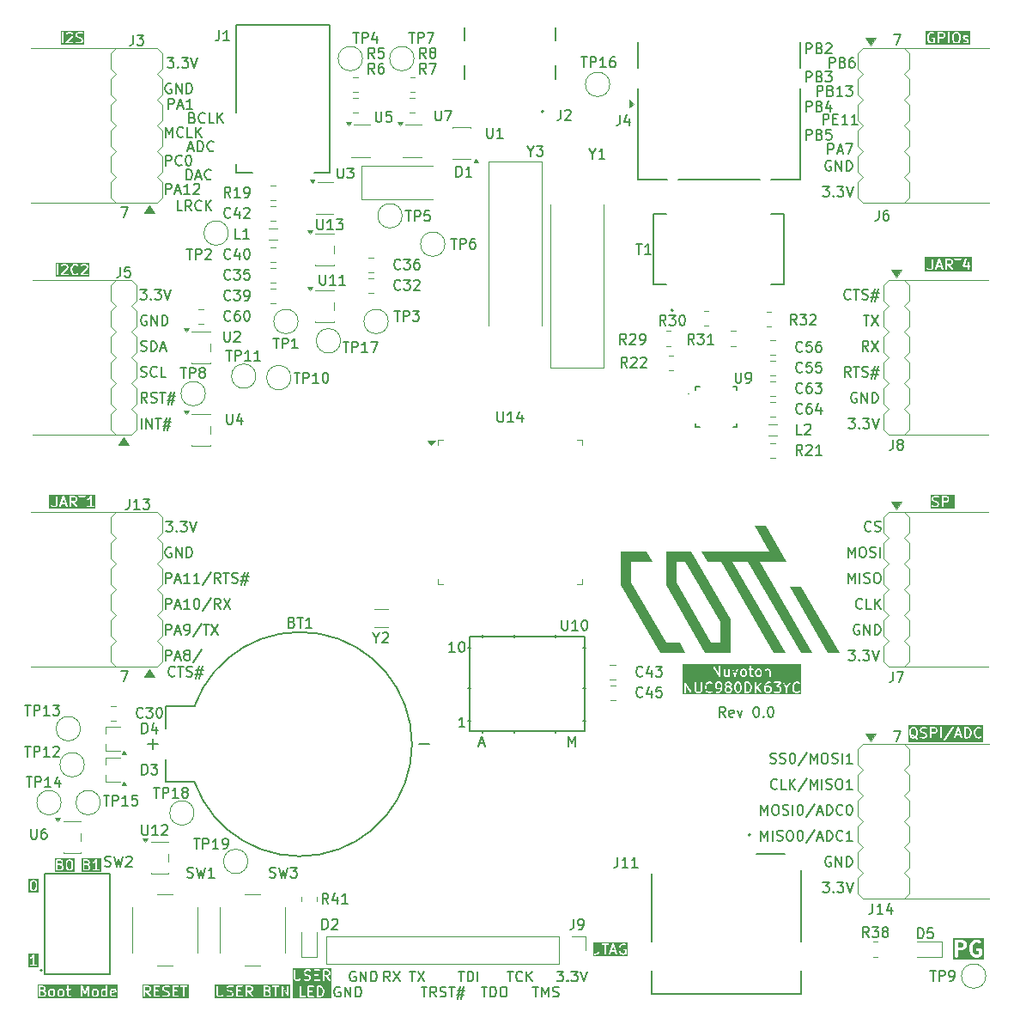
<source format=gbr>
%TF.GenerationSoftware,KiCad,Pcbnew,9.0.6-9.0.6~ubuntu24.04.1*%
%TF.CreationDate,2026-02-01T19:09:27-03:00*%
%TF.ProjectId,nuvoton_nuc980,6e75766f-746f-46e5-9f6e-75633938302e,0.0*%
%TF.SameCoordinates,Original*%
%TF.FileFunction,Legend,Top*%
%TF.FilePolarity,Positive*%
%FSLAX46Y46*%
G04 Gerber Fmt 4.6, Leading zero omitted, Abs format (unit mm)*
G04 Created by KiCad (PCBNEW 9.0.6-9.0.6~ubuntu24.04.1) date 2026-02-01 19:09:27*
%MOMM*%
%LPD*%
G01*
G04 APERTURE LIST*
%ADD10C,0.150000*%
%ADD11C,0.300000*%
%ADD12C,0.000000*%
%ADD13C,0.127000*%
%ADD14C,0.100000*%
%ADD15C,0.152400*%
%ADD16C,0.120000*%
%ADD17C,0.200000*%
G04 APERTURE END LIST*
D10*
G36*
X145180334Y-115939049D02*
G01*
X145210741Y-115969456D01*
X145244999Y-116037972D01*
X145244999Y-116240657D01*
X145210741Y-116309173D01*
X145180334Y-116339580D01*
X145111818Y-116373838D01*
X144956752Y-116373838D01*
X144888236Y-116339580D01*
X144857829Y-116309173D01*
X144823571Y-116240657D01*
X144823571Y-116037972D01*
X144857829Y-115969456D01*
X144888236Y-115939049D01*
X144956752Y-115904791D01*
X145111818Y-115904791D01*
X145180334Y-115939049D01*
G37*
G36*
X146132715Y-116367620D02*
G01*
X146163122Y-116398027D01*
X146197380Y-116466543D01*
X146197380Y-116621609D01*
X146163121Y-116690125D01*
X146132714Y-116720533D01*
X146064199Y-116754791D01*
X145909133Y-116754791D01*
X145840617Y-116720533D01*
X145810210Y-116690125D01*
X145775952Y-116621609D01*
X145775952Y-116466543D01*
X145810210Y-116398027D01*
X145840617Y-116367620D01*
X145909133Y-116333362D01*
X146064199Y-116333362D01*
X146132715Y-116367620D01*
G37*
G36*
X146132715Y-115939049D02*
G01*
X146163122Y-115969456D01*
X146197380Y-116037972D01*
X146197380Y-116050181D01*
X146163122Y-116118697D01*
X146132715Y-116149104D01*
X146064199Y-116183362D01*
X145909133Y-116183362D01*
X145840617Y-116149104D01*
X145810210Y-116118697D01*
X145775952Y-116050181D01*
X145775952Y-116037972D01*
X145810210Y-115969456D01*
X145840617Y-115939049D01*
X145909133Y-115904791D01*
X146064199Y-115904791D01*
X146132715Y-115939049D01*
G37*
G36*
X147037477Y-115939049D02*
G01*
X147067884Y-115969456D01*
X147106377Y-116046443D01*
X147149761Y-116219977D01*
X147149761Y-116439604D01*
X147106377Y-116613138D01*
X147067883Y-116690125D01*
X147037476Y-116720533D01*
X146968961Y-116754791D01*
X146909133Y-116754791D01*
X146840617Y-116720533D01*
X146810210Y-116690125D01*
X146771716Y-116613138D01*
X146728333Y-116439604D01*
X146728333Y-116219977D01*
X146771716Y-116046443D01*
X146810210Y-115969456D01*
X146840617Y-115939049D01*
X146909133Y-115904791D01*
X146968961Y-115904791D01*
X147037477Y-115939049D01*
G37*
G36*
X147993771Y-115942962D02*
G01*
X148067884Y-116017075D01*
X148106377Y-116094062D01*
X148149761Y-116267596D01*
X148149761Y-116391985D01*
X148106377Y-116565519D01*
X148067883Y-116642506D01*
X147993771Y-116716619D01*
X147879258Y-116754791D01*
X147728333Y-116754791D01*
X147728333Y-115904791D01*
X147879258Y-115904791D01*
X147993771Y-115942962D01*
G37*
G36*
X150037477Y-116320001D02*
G01*
X150067884Y-116350408D01*
X150102142Y-116418924D01*
X150102142Y-116621609D01*
X150067883Y-116690125D01*
X150037476Y-116720533D01*
X149968961Y-116754791D01*
X149813895Y-116754791D01*
X149745379Y-116720533D01*
X149714972Y-116690125D01*
X149680714Y-116621609D01*
X149680714Y-116418924D01*
X149714972Y-116350408D01*
X149745379Y-116320001D01*
X149813895Y-116285743D01*
X149968961Y-116285743D01*
X150037477Y-116320001D01*
G37*
G36*
X147608906Y-114662438D02*
G01*
X147639313Y-114692845D01*
X147673571Y-114761361D01*
X147673571Y-115011665D01*
X147639312Y-115080181D01*
X147608905Y-115110589D01*
X147540390Y-115144847D01*
X147432943Y-115144847D01*
X147364427Y-115110589D01*
X147334020Y-115080181D01*
X147299762Y-115011665D01*
X147299762Y-114761361D01*
X147334020Y-114692845D01*
X147364427Y-114662438D01*
X147432943Y-114628180D01*
X147540390Y-114628180D01*
X147608906Y-114662438D01*
G37*
G36*
X149085097Y-114662438D02*
G01*
X149115504Y-114692845D01*
X149149762Y-114761361D01*
X149149762Y-115011665D01*
X149115503Y-115080181D01*
X149085096Y-115110589D01*
X149016581Y-115144847D01*
X148909134Y-115144847D01*
X148840618Y-115110589D01*
X148810211Y-115080181D01*
X148775953Y-115011665D01*
X148775953Y-114761361D01*
X148810211Y-114692845D01*
X148840618Y-114662438D01*
X148909134Y-114628180D01*
X149016581Y-114628180D01*
X149085097Y-114662438D01*
G37*
G36*
X153171336Y-117015902D02*
G01*
X141514841Y-117015902D01*
X141514841Y-115829791D01*
X141625952Y-115829791D01*
X141625952Y-116829791D01*
X141627393Y-116844423D01*
X141638592Y-116871459D01*
X141659284Y-116892151D01*
X141686320Y-116903350D01*
X141715584Y-116903350D01*
X141742620Y-116892151D01*
X141763312Y-116871459D01*
X141774511Y-116844423D01*
X141775952Y-116829791D01*
X141775952Y-116112207D01*
X142207262Y-116867002D01*
X142209451Y-116870086D01*
X142210020Y-116871459D01*
X142211417Y-116872856D01*
X142215772Y-116878991D01*
X142223660Y-116885099D01*
X142230712Y-116892151D01*
X142235130Y-116893981D01*
X142238910Y-116896908D01*
X142248531Y-116899532D01*
X142257748Y-116903350D01*
X142262529Y-116903350D01*
X142267141Y-116904608D01*
X142277038Y-116903350D01*
X142287012Y-116903350D01*
X142291427Y-116901520D01*
X142296171Y-116900918D01*
X142304835Y-116895967D01*
X142314048Y-116892151D01*
X142317426Y-116888772D01*
X142321580Y-116886399D01*
X142327689Y-116878509D01*
X142334740Y-116871459D01*
X142336569Y-116867042D01*
X142339497Y-116863262D01*
X142342121Y-116853638D01*
X142345939Y-116844423D01*
X142346675Y-116836940D01*
X142347197Y-116835030D01*
X142347009Y-116833554D01*
X142347380Y-116829791D01*
X142347380Y-115829791D01*
X142673571Y-115829791D01*
X142673571Y-116639314D01*
X142675012Y-116653946D01*
X142676043Y-116656435D01*
X142676234Y-116659123D01*
X142681489Y-116672855D01*
X142729108Y-116768093D01*
X142733071Y-116774389D01*
X142733829Y-116776219D01*
X142735518Y-116778277D01*
X142736940Y-116780536D01*
X142738438Y-116781835D01*
X142743156Y-116787584D01*
X142790775Y-116835204D01*
X142796524Y-116839922D01*
X142797825Y-116841422D01*
X142800084Y-116842844D01*
X142802141Y-116844532D01*
X142803968Y-116845289D01*
X142810268Y-116849254D01*
X142905506Y-116896873D01*
X142919237Y-116902128D01*
X142921926Y-116902319D01*
X142924415Y-116903350D01*
X142939047Y-116904791D01*
X143129523Y-116904791D01*
X143144155Y-116903350D01*
X143146644Y-116902318D01*
X143149332Y-116902128D01*
X143163064Y-116896873D01*
X143258302Y-116849254D01*
X143264601Y-116845289D01*
X143266429Y-116844532D01*
X143268485Y-116842844D01*
X143270745Y-116841422D01*
X143272045Y-116839922D01*
X143277795Y-116835204D01*
X143325413Y-116787585D01*
X143330131Y-116781835D01*
X143331630Y-116780536D01*
X143333051Y-116778277D01*
X143334741Y-116776219D01*
X143335498Y-116774389D01*
X143339462Y-116768093D01*
X143387081Y-116672855D01*
X143392336Y-116659124D01*
X143392527Y-116656434D01*
X143393558Y-116653946D01*
X143394999Y-116639314D01*
X143394999Y-116258362D01*
X143673571Y-116258362D01*
X143673571Y-116401219D01*
X143673822Y-116403772D01*
X143673660Y-116404865D01*
X143674469Y-116410338D01*
X143675012Y-116415851D01*
X143675434Y-116416872D01*
X143675810Y-116419409D01*
X143723429Y-116609885D01*
X143723814Y-116610964D01*
X143723853Y-116611504D01*
X143726180Y-116617585D01*
X143728376Y-116623731D01*
X143728698Y-116624166D01*
X143729108Y-116625236D01*
X143776727Y-116720474D01*
X143780690Y-116726770D01*
X143781448Y-116728600D01*
X143783137Y-116730658D01*
X143784559Y-116732917D01*
X143786057Y-116734216D01*
X143790776Y-116739966D01*
X143886014Y-116835205D01*
X143897379Y-116844533D01*
X143899869Y-116845564D01*
X143901904Y-116847329D01*
X143915330Y-116853323D01*
X144058186Y-116900942D01*
X144065441Y-116902591D01*
X144067272Y-116903350D01*
X144069925Y-116903611D01*
X144072523Y-116904202D01*
X144074497Y-116904061D01*
X144081904Y-116904791D01*
X144177142Y-116904791D01*
X144184547Y-116904061D01*
X144186522Y-116904202D01*
X144189119Y-116903611D01*
X144191774Y-116903350D01*
X144193605Y-116902591D01*
X144200859Y-116900942D01*
X144343716Y-116853323D01*
X144357141Y-116847329D01*
X144359176Y-116845563D01*
X144361667Y-116844532D01*
X144373033Y-116835204D01*
X144420651Y-116787585D01*
X144429979Y-116776219D01*
X144441177Y-116749183D01*
X144441177Y-116719920D01*
X144429978Y-116692884D01*
X144409285Y-116672191D01*
X144382249Y-116660993D01*
X144352986Y-116660993D01*
X144325950Y-116672192D01*
X144314584Y-116681520D01*
X144279485Y-116716619D01*
X144164972Y-116754791D01*
X144094074Y-116754791D01*
X143979561Y-116716620D01*
X143905448Y-116642506D01*
X143866954Y-116565519D01*
X143823571Y-116391985D01*
X143823571Y-116267596D01*
X143866954Y-116094062D01*
X143903852Y-116020267D01*
X144673571Y-116020267D01*
X144673571Y-116258362D01*
X144675012Y-116272994D01*
X144676043Y-116275483D01*
X144676234Y-116278171D01*
X144681489Y-116291903D01*
X144729108Y-116387141D01*
X144733072Y-116393440D01*
X144733830Y-116395268D01*
X144735518Y-116397324D01*
X144736940Y-116399584D01*
X144738438Y-116400883D01*
X144743157Y-116406633D01*
X144790776Y-116454252D01*
X144796525Y-116458970D01*
X144797825Y-116460469D01*
X144800084Y-116461890D01*
X144802141Y-116463579D01*
X144803968Y-116464336D01*
X144810268Y-116468301D01*
X144905506Y-116515920D01*
X144919237Y-116521175D01*
X144921926Y-116521366D01*
X144924415Y-116522397D01*
X144939047Y-116523838D01*
X145129523Y-116523838D01*
X145144155Y-116522397D01*
X145146644Y-116521365D01*
X145149332Y-116521175D01*
X145163064Y-116515920D01*
X145221294Y-116486805D01*
X145202770Y-116560901D01*
X145118855Y-116686772D01*
X145085095Y-116720533D01*
X145016580Y-116754791D01*
X144843809Y-116754791D01*
X144829177Y-116756232D01*
X144802141Y-116767431D01*
X144781449Y-116788123D01*
X144770250Y-116815159D01*
X144770250Y-116844423D01*
X144781449Y-116871459D01*
X144802141Y-116892151D01*
X144829177Y-116903350D01*
X144843809Y-116904791D01*
X145034285Y-116904791D01*
X145048917Y-116903350D01*
X145051406Y-116902318D01*
X145054094Y-116902128D01*
X145067826Y-116896873D01*
X145163064Y-116849254D01*
X145169363Y-116845289D01*
X145171191Y-116844532D01*
X145173247Y-116842844D01*
X145175507Y-116841422D01*
X145176807Y-116839922D01*
X145182557Y-116835204D01*
X145230175Y-116787585D01*
X145230208Y-116787544D01*
X145230230Y-116787530D01*
X145234969Y-116781743D01*
X145239503Y-116776219D01*
X145239512Y-116776195D01*
X145239546Y-116776155D01*
X145334784Y-116633297D01*
X145339088Y-116625222D01*
X145340194Y-116623731D01*
X145340823Y-116621968D01*
X145341701Y-116620323D01*
X145342059Y-116618508D01*
X145345141Y-116609885D01*
X145392760Y-116419409D01*
X145393135Y-116416872D01*
X145393558Y-116415851D01*
X145394100Y-116410338D01*
X145394910Y-116404865D01*
X145394747Y-116403772D01*
X145394999Y-116401219D01*
X145394999Y-116020267D01*
X145625952Y-116020267D01*
X145625952Y-116067886D01*
X145627393Y-116082518D01*
X145628424Y-116085007D01*
X145628615Y-116087695D01*
X145633870Y-116101427D01*
X145681489Y-116196665D01*
X145685453Y-116202964D01*
X145686211Y-116204792D01*
X145687899Y-116206848D01*
X145689321Y-116209108D01*
X145690819Y-116210407D01*
X145695538Y-116216157D01*
X145737743Y-116258362D01*
X145695538Y-116300567D01*
X145690819Y-116306316D01*
X145689321Y-116307616D01*
X145687899Y-116309875D01*
X145686211Y-116311932D01*
X145685453Y-116313759D01*
X145681489Y-116320059D01*
X145633870Y-116415297D01*
X145628615Y-116429029D01*
X145628424Y-116431716D01*
X145627393Y-116434206D01*
X145625952Y-116448838D01*
X145625952Y-116639314D01*
X145627393Y-116653946D01*
X145628424Y-116656435D01*
X145628615Y-116659123D01*
X145633870Y-116672855D01*
X145681489Y-116768093D01*
X145685452Y-116774389D01*
X145686210Y-116776219D01*
X145687899Y-116778277D01*
X145689321Y-116780536D01*
X145690819Y-116781835D01*
X145695537Y-116787584D01*
X145743156Y-116835204D01*
X145748905Y-116839922D01*
X145750206Y-116841422D01*
X145752465Y-116842844D01*
X145754522Y-116844532D01*
X145756349Y-116845289D01*
X145762649Y-116849254D01*
X145857887Y-116896873D01*
X145871618Y-116902128D01*
X145874307Y-116902319D01*
X145876796Y-116903350D01*
X145891428Y-116904791D01*
X146081904Y-116904791D01*
X146096536Y-116903350D01*
X146099025Y-116902318D01*
X146101713Y-116902128D01*
X146115445Y-116896873D01*
X146210683Y-116849254D01*
X146216982Y-116845289D01*
X146218810Y-116844532D01*
X146220866Y-116842844D01*
X146223126Y-116841422D01*
X146224426Y-116839922D01*
X146230176Y-116835204D01*
X146277794Y-116787585D01*
X146282512Y-116781835D01*
X146284011Y-116780536D01*
X146285432Y-116778277D01*
X146287122Y-116776219D01*
X146287879Y-116774389D01*
X146291843Y-116768093D01*
X146339462Y-116672855D01*
X146344717Y-116659124D01*
X146344908Y-116656434D01*
X146345939Y-116653946D01*
X146347380Y-116639314D01*
X146347380Y-116448838D01*
X146345939Y-116434206D01*
X146344908Y-116431717D01*
X146344717Y-116429028D01*
X146339462Y-116415297D01*
X146291843Y-116320059D01*
X146287878Y-116313759D01*
X146287121Y-116311932D01*
X146285432Y-116309875D01*
X146284011Y-116307616D01*
X146282512Y-116306316D01*
X146277794Y-116300567D01*
X146235589Y-116258362D01*
X146277794Y-116216157D01*
X146282236Y-116210743D01*
X146578333Y-116210743D01*
X146578333Y-116448838D01*
X146578584Y-116451391D01*
X146578422Y-116452484D01*
X146579231Y-116457957D01*
X146579774Y-116463470D01*
X146580196Y-116464491D01*
X146580572Y-116467028D01*
X146628191Y-116657504D01*
X146628576Y-116658583D01*
X146628615Y-116659123D01*
X146630942Y-116665204D01*
X146633138Y-116671350D01*
X146633460Y-116671785D01*
X146633870Y-116672855D01*
X146681489Y-116768093D01*
X146685452Y-116774389D01*
X146686210Y-116776219D01*
X146687899Y-116778277D01*
X146689321Y-116780536D01*
X146690819Y-116781835D01*
X146695537Y-116787584D01*
X146743156Y-116835204D01*
X146748905Y-116839922D01*
X146750206Y-116841422D01*
X146752465Y-116842844D01*
X146754522Y-116844532D01*
X146756349Y-116845289D01*
X146762649Y-116849254D01*
X146857887Y-116896873D01*
X146871618Y-116902128D01*
X146874307Y-116902319D01*
X146876796Y-116903350D01*
X146891428Y-116904791D01*
X146986666Y-116904791D01*
X147001298Y-116903350D01*
X147003787Y-116902318D01*
X147006475Y-116902128D01*
X147020207Y-116896873D01*
X147115445Y-116849254D01*
X147121744Y-116845289D01*
X147123572Y-116844532D01*
X147125628Y-116842844D01*
X147127888Y-116841422D01*
X147129188Y-116839922D01*
X147134938Y-116835204D01*
X147182556Y-116787585D01*
X147187274Y-116781835D01*
X147188773Y-116780536D01*
X147190194Y-116778277D01*
X147191884Y-116776219D01*
X147192641Y-116774389D01*
X147196605Y-116768093D01*
X147244224Y-116672855D01*
X147244633Y-116671785D01*
X147244956Y-116671350D01*
X147247148Y-116665213D01*
X147249479Y-116659124D01*
X147249517Y-116658583D01*
X147249903Y-116657504D01*
X147297522Y-116467028D01*
X147297897Y-116464491D01*
X147298320Y-116463470D01*
X147298862Y-116457957D01*
X147299672Y-116452484D01*
X147299509Y-116451391D01*
X147299761Y-116448838D01*
X147299761Y-116210743D01*
X147299509Y-116208189D01*
X147299672Y-116207097D01*
X147298862Y-116201623D01*
X147298320Y-116196111D01*
X147297897Y-116195089D01*
X147297522Y-116192553D01*
X147249903Y-116002077D01*
X147249517Y-116000997D01*
X147249479Y-116000457D01*
X147247148Y-115994367D01*
X147244956Y-115988231D01*
X147244633Y-115987795D01*
X147244224Y-115986726D01*
X147196605Y-115891488D01*
X147192640Y-115885188D01*
X147191883Y-115883361D01*
X147190194Y-115881304D01*
X147188773Y-115879045D01*
X147187274Y-115877745D01*
X147182556Y-115871996D01*
X147140351Y-115829791D01*
X147578333Y-115829791D01*
X147578333Y-116829791D01*
X147579774Y-116844423D01*
X147590973Y-116871459D01*
X147611665Y-116892151D01*
X147638701Y-116903350D01*
X147653333Y-116904791D01*
X147891428Y-116904791D01*
X147898833Y-116904061D01*
X147900808Y-116904202D01*
X147903405Y-116903611D01*
X147906060Y-116903350D01*
X147907891Y-116902591D01*
X147915145Y-116900942D01*
X148058002Y-116853323D01*
X148071427Y-116847329D01*
X148073462Y-116845563D01*
X148075953Y-116844532D01*
X148087318Y-116835205D01*
X148182557Y-116739965D01*
X148187274Y-116734216D01*
X148188773Y-116732917D01*
X148190194Y-116730658D01*
X148191884Y-116728600D01*
X148192641Y-116726770D01*
X148196605Y-116720474D01*
X148244224Y-116625236D01*
X148244633Y-116624166D01*
X148244956Y-116623731D01*
X148247148Y-116617594D01*
X148249479Y-116611505D01*
X148249517Y-116610964D01*
X148249903Y-116609885D01*
X148297522Y-116419409D01*
X148297897Y-116416872D01*
X148298320Y-116415851D01*
X148298862Y-116410338D01*
X148299672Y-116404865D01*
X148299509Y-116403772D01*
X148299761Y-116401219D01*
X148299761Y-116258362D01*
X148299509Y-116255808D01*
X148299672Y-116254716D01*
X148298862Y-116249242D01*
X148298320Y-116243730D01*
X148297897Y-116242708D01*
X148297522Y-116240172D01*
X148249903Y-116049696D01*
X148249517Y-116048616D01*
X148249479Y-116048076D01*
X148247148Y-116041986D01*
X148244956Y-116035850D01*
X148244633Y-116035414D01*
X148244224Y-116034345D01*
X148196605Y-115939107D01*
X148192642Y-115932812D01*
X148191884Y-115930980D01*
X148190192Y-115928918D01*
X148188773Y-115926664D01*
X148187276Y-115925365D01*
X148182556Y-115919615D01*
X148092732Y-115829791D01*
X148578333Y-115829791D01*
X148578333Y-116829791D01*
X148579774Y-116844423D01*
X148590973Y-116871459D01*
X148611665Y-116892151D01*
X148638701Y-116903350D01*
X148667965Y-116903350D01*
X148695001Y-116892151D01*
X148715693Y-116871459D01*
X148726892Y-116844423D01*
X148728333Y-116829791D01*
X148728333Y-116432285D01*
X148788075Y-116372542D01*
X149164761Y-116874791D01*
X149174693Y-116885632D01*
X149199874Y-116900542D01*
X149228843Y-116904680D01*
X149257191Y-116897418D01*
X149280602Y-116879859D01*
X149295511Y-116854678D01*
X149299650Y-116825710D01*
X149292388Y-116797361D01*
X149284761Y-116784791D01*
X148895218Y-116265399D01*
X148902255Y-116258362D01*
X149530714Y-116258362D01*
X149530714Y-116639314D01*
X149532155Y-116653946D01*
X149533186Y-116656435D01*
X149533377Y-116659123D01*
X149538632Y-116672855D01*
X149586251Y-116768093D01*
X149590214Y-116774389D01*
X149590972Y-116776219D01*
X149592661Y-116778277D01*
X149594083Y-116780536D01*
X149595581Y-116781835D01*
X149600299Y-116787584D01*
X149647918Y-116835204D01*
X149653667Y-116839922D01*
X149654968Y-116841422D01*
X149657227Y-116842844D01*
X149659284Y-116844532D01*
X149661111Y-116845289D01*
X149667411Y-116849254D01*
X149762649Y-116896873D01*
X149776380Y-116902128D01*
X149779069Y-116902319D01*
X149781558Y-116903350D01*
X149796190Y-116904791D01*
X149986666Y-116904791D01*
X150001298Y-116903350D01*
X150003787Y-116902318D01*
X150006475Y-116902128D01*
X150020207Y-116896873D01*
X150115445Y-116849254D01*
X150121744Y-116845289D01*
X150123572Y-116844532D01*
X150125628Y-116842844D01*
X150127888Y-116841422D01*
X150129188Y-116839922D01*
X150134938Y-116835204D01*
X150182556Y-116787585D01*
X150187274Y-116781835D01*
X150188773Y-116780536D01*
X150190194Y-116778277D01*
X150191884Y-116776219D01*
X150192641Y-116774389D01*
X150196605Y-116768093D01*
X150244224Y-116672855D01*
X150249479Y-116659124D01*
X150249670Y-116656434D01*
X150250701Y-116653946D01*
X150252142Y-116639314D01*
X150252142Y-116401219D01*
X150250701Y-116386587D01*
X150249670Y-116384098D01*
X150249479Y-116381409D01*
X150244224Y-116367678D01*
X150196605Y-116272440D01*
X150192640Y-116266140D01*
X150191883Y-116264313D01*
X150190194Y-116262256D01*
X150188773Y-116259997D01*
X150187274Y-116258697D01*
X150182556Y-116252948D01*
X150134937Y-116205329D01*
X150129187Y-116200610D01*
X150127888Y-116199112D01*
X150125628Y-116197690D01*
X150123572Y-116196002D01*
X150121744Y-116195244D01*
X150115445Y-116191280D01*
X150020207Y-116143661D01*
X150006475Y-116138406D01*
X150003787Y-116138215D01*
X150001298Y-116137184D01*
X149986666Y-116135743D01*
X149796190Y-116135743D01*
X149781558Y-116137184D01*
X149779069Y-116138214D01*
X149776380Y-116138406D01*
X149762649Y-116143661D01*
X149704419Y-116172776D01*
X149722943Y-116098679D01*
X149806855Y-115972810D01*
X149840617Y-115939049D01*
X149909133Y-115904791D01*
X150081904Y-115904791D01*
X150096536Y-115903350D01*
X150123572Y-115892151D01*
X150144264Y-115871459D01*
X150155463Y-115844423D01*
X150155463Y-115815159D01*
X150436917Y-115815159D01*
X150436917Y-115844423D01*
X150448116Y-115871459D01*
X150468808Y-115892151D01*
X150495844Y-115903350D01*
X150510476Y-115904791D01*
X150964241Y-115904791D01*
X150739747Y-116161355D01*
X150735225Y-116167679D01*
X150733830Y-116169075D01*
X150733281Y-116170398D01*
X150731196Y-116173316D01*
X150727294Y-116184853D01*
X150722631Y-116196111D01*
X150722631Y-116198641D01*
X150721821Y-116201037D01*
X150722631Y-116213190D01*
X150722631Y-116225375D01*
X150723598Y-116227711D01*
X150723767Y-116230235D01*
X150729169Y-116241160D01*
X150733830Y-116252411D01*
X150735616Y-116254197D01*
X150736739Y-116256467D01*
X150745911Y-116264492D01*
X150754522Y-116273103D01*
X150756858Y-116274071D01*
X150758763Y-116275737D01*
X150770300Y-116279638D01*
X150781558Y-116284302D01*
X150785128Y-116284653D01*
X150786484Y-116285112D01*
X150788451Y-116284980D01*
X150796190Y-116285743D01*
X150921342Y-116285743D01*
X150989858Y-116320001D01*
X151020265Y-116350408D01*
X151054523Y-116418924D01*
X151054523Y-116621609D01*
X151020264Y-116690125D01*
X150989857Y-116720533D01*
X150921342Y-116754791D01*
X150671038Y-116754791D01*
X150602522Y-116720533D01*
X150563510Y-116681520D01*
X150552144Y-116672192D01*
X150525108Y-116660993D01*
X150495845Y-116660993D01*
X150468809Y-116672191D01*
X150448116Y-116692884D01*
X150436917Y-116719920D01*
X150436917Y-116749183D01*
X150448115Y-116776219D01*
X150457442Y-116787584D01*
X150505061Y-116835204D01*
X150510810Y-116839922D01*
X150512111Y-116841422D01*
X150514370Y-116842844D01*
X150516427Y-116844532D01*
X150518254Y-116845289D01*
X150524554Y-116849254D01*
X150619792Y-116896873D01*
X150633523Y-116902128D01*
X150636212Y-116902319D01*
X150638701Y-116903350D01*
X150653333Y-116904791D01*
X150939047Y-116904791D01*
X150953679Y-116903350D01*
X150956168Y-116902318D01*
X150958856Y-116902128D01*
X150972588Y-116896873D01*
X151067826Y-116849254D01*
X151074125Y-116845289D01*
X151075953Y-116844532D01*
X151078009Y-116842844D01*
X151080269Y-116841422D01*
X151081569Y-116839922D01*
X151087319Y-116835204D01*
X151134937Y-116787585D01*
X151139655Y-116781835D01*
X151141154Y-116780536D01*
X151142575Y-116778277D01*
X151144265Y-116776219D01*
X151145022Y-116774389D01*
X151148986Y-116768093D01*
X151196605Y-116672855D01*
X151201860Y-116659124D01*
X151202051Y-116656434D01*
X151203082Y-116653946D01*
X151204523Y-116639314D01*
X151204523Y-116401219D01*
X151203082Y-116386587D01*
X151202051Y-116384098D01*
X151201860Y-116381409D01*
X151196605Y-116367678D01*
X151148986Y-116272440D01*
X151145021Y-116266140D01*
X151144264Y-116264313D01*
X151142575Y-116262256D01*
X151141154Y-116259997D01*
X151139655Y-116258697D01*
X151134937Y-116252948D01*
X151087318Y-116205329D01*
X151081568Y-116200610D01*
X151080269Y-116199112D01*
X151078009Y-116197690D01*
X151075953Y-116196002D01*
X151074125Y-116195244D01*
X151067826Y-116191280D01*
X150972588Y-116143661D01*
X150959070Y-116138488D01*
X151185966Y-115879179D01*
X151190487Y-115872854D01*
X151191883Y-115871459D01*
X151192431Y-115870135D01*
X151194517Y-115867218D01*
X151198418Y-115855680D01*
X151203082Y-115844423D01*
X151203082Y-115841892D01*
X151203892Y-115839497D01*
X151203134Y-115828117D01*
X151340257Y-115828117D01*
X151345324Y-115856939D01*
X151351963Y-115870057D01*
X151673571Y-116375441D01*
X151673571Y-116829791D01*
X151675012Y-116844423D01*
X151686211Y-116871459D01*
X151706903Y-116892151D01*
X151733939Y-116903350D01*
X151763203Y-116903350D01*
X151790239Y-116892151D01*
X151810931Y-116871459D01*
X151822130Y-116844423D01*
X151823571Y-116829791D01*
X151823571Y-116375440D01*
X151898075Y-116258362D01*
X152292619Y-116258362D01*
X152292619Y-116401219D01*
X152292870Y-116403772D01*
X152292708Y-116404865D01*
X152293517Y-116410338D01*
X152294060Y-116415851D01*
X152294482Y-116416872D01*
X152294858Y-116419409D01*
X152342477Y-116609885D01*
X152342862Y-116610964D01*
X152342901Y-116611504D01*
X152345228Y-116617585D01*
X152347424Y-116623731D01*
X152347746Y-116624166D01*
X152348156Y-116625236D01*
X152395775Y-116720474D01*
X152399738Y-116726770D01*
X152400496Y-116728600D01*
X152402185Y-116730658D01*
X152403607Y-116732917D01*
X152405105Y-116734216D01*
X152409824Y-116739966D01*
X152505062Y-116835205D01*
X152516427Y-116844533D01*
X152518917Y-116845564D01*
X152520952Y-116847329D01*
X152534378Y-116853323D01*
X152677234Y-116900942D01*
X152684489Y-116902591D01*
X152686320Y-116903350D01*
X152688973Y-116903611D01*
X152691571Y-116904202D01*
X152693545Y-116904061D01*
X152700952Y-116904791D01*
X152796190Y-116904791D01*
X152803595Y-116904061D01*
X152805570Y-116904202D01*
X152808167Y-116903611D01*
X152810822Y-116903350D01*
X152812653Y-116902591D01*
X152819907Y-116900942D01*
X152962764Y-116853323D01*
X152976189Y-116847329D01*
X152978224Y-116845563D01*
X152980715Y-116844532D01*
X152992081Y-116835204D01*
X153039699Y-116787585D01*
X153049027Y-116776219D01*
X153060225Y-116749183D01*
X153060225Y-116719920D01*
X153049026Y-116692884D01*
X153028333Y-116672191D01*
X153001297Y-116660993D01*
X152972034Y-116660993D01*
X152944998Y-116672192D01*
X152933632Y-116681520D01*
X152898533Y-116716619D01*
X152784020Y-116754791D01*
X152713122Y-116754791D01*
X152598609Y-116716620D01*
X152524496Y-116642506D01*
X152486002Y-116565519D01*
X152442619Y-116391985D01*
X152442619Y-116267596D01*
X152486002Y-116094062D01*
X152524496Y-116017075D01*
X152598609Y-115942962D01*
X152713122Y-115904791D01*
X152784020Y-115904791D01*
X152898533Y-115942962D01*
X152933633Y-115978062D01*
X152944998Y-115987389D01*
X152972034Y-115998588D01*
X153001297Y-115998588D01*
X153028333Y-115987389D01*
X153049026Y-115966696D01*
X153060225Y-115939660D01*
X153060225Y-115910397D01*
X153049026Y-115883361D01*
X153039699Y-115871996D01*
X152992080Y-115824377D01*
X152980715Y-115815050D01*
X152978224Y-115814018D01*
X152976189Y-115812253D01*
X152962764Y-115806259D01*
X152819907Y-115758640D01*
X152812653Y-115756990D01*
X152810822Y-115756232D01*
X152808167Y-115755970D01*
X152805570Y-115755380D01*
X152803595Y-115755520D01*
X152796190Y-115754791D01*
X152700952Y-115754791D01*
X152693545Y-115755520D01*
X152691571Y-115755380D01*
X152688973Y-115755970D01*
X152686320Y-115756232D01*
X152684489Y-115756990D01*
X152677234Y-115758640D01*
X152534378Y-115806259D01*
X152520952Y-115812253D01*
X152518917Y-115814017D01*
X152516427Y-115815049D01*
X152505062Y-115824377D01*
X152409824Y-115919615D01*
X152405105Y-115925364D01*
X152403607Y-115926664D01*
X152402185Y-115928923D01*
X152400497Y-115930980D01*
X152399739Y-115932807D01*
X152395775Y-115939107D01*
X152348156Y-116034345D01*
X152347746Y-116035414D01*
X152347424Y-116035850D01*
X152345228Y-116041995D01*
X152342901Y-116048077D01*
X152342862Y-116048616D01*
X152342477Y-116049696D01*
X152294858Y-116240172D01*
X152294482Y-116242708D01*
X152294060Y-116243730D01*
X152293517Y-116249242D01*
X152292708Y-116254716D01*
X152292870Y-116255808D01*
X152292619Y-116258362D01*
X151898075Y-116258362D01*
X152145179Y-115870056D01*
X152151819Y-115856938D01*
X152156885Y-115828117D01*
X152150537Y-115799551D01*
X152133741Y-115775587D01*
X152109052Y-115759876D01*
X152080230Y-115754810D01*
X152051664Y-115761158D01*
X152027701Y-115777954D01*
X152018629Y-115789525D01*
X151748570Y-116213902D01*
X151478513Y-115789525D01*
X151469441Y-115777955D01*
X151445478Y-115761158D01*
X151416912Y-115754810D01*
X151388090Y-115759877D01*
X151363402Y-115775588D01*
X151346605Y-115799551D01*
X151340257Y-115828117D01*
X151203134Y-115828117D01*
X151203082Y-115827343D01*
X151203082Y-115815159D01*
X151202114Y-115812822D01*
X151201946Y-115810299D01*
X151196543Y-115799373D01*
X151191883Y-115788123D01*
X151190096Y-115786336D01*
X151188974Y-115784067D01*
X151179801Y-115776041D01*
X151171191Y-115767431D01*
X151168854Y-115766462D01*
X151166950Y-115764797D01*
X151155412Y-115760895D01*
X151144155Y-115756232D01*
X151140584Y-115755880D01*
X151139229Y-115755422D01*
X151137261Y-115755553D01*
X151129523Y-115754791D01*
X150510476Y-115754791D01*
X150495844Y-115756232D01*
X150468808Y-115767431D01*
X150448116Y-115788123D01*
X150436917Y-115815159D01*
X150155463Y-115815159D01*
X150144264Y-115788123D01*
X150123572Y-115767431D01*
X150096536Y-115756232D01*
X150081904Y-115754791D01*
X149891428Y-115754791D01*
X149876796Y-115756232D01*
X149874307Y-115757262D01*
X149871618Y-115757454D01*
X149857887Y-115762709D01*
X149762649Y-115810328D01*
X149756349Y-115814292D01*
X149754522Y-115815050D01*
X149752465Y-115816738D01*
X149750206Y-115818160D01*
X149748906Y-115819658D01*
X149743157Y-115824377D01*
X149695538Y-115871996D01*
X149695504Y-115872036D01*
X149695483Y-115872051D01*
X149690699Y-115877892D01*
X149686211Y-115883361D01*
X149686201Y-115883383D01*
X149686167Y-115883426D01*
X149590929Y-116026283D01*
X149586622Y-116034361D01*
X149585519Y-116035850D01*
X149584890Y-116037609D01*
X149584012Y-116039257D01*
X149583652Y-116041073D01*
X149580572Y-116049696D01*
X149532953Y-116240172D01*
X149532577Y-116242708D01*
X149532155Y-116243730D01*
X149531612Y-116249242D01*
X149530803Y-116254716D01*
X149530965Y-116255808D01*
X149530714Y-116258362D01*
X148902255Y-116258362D01*
X149277794Y-115882824D01*
X149287121Y-115871459D01*
X149298320Y-115844423D01*
X149298320Y-115815160D01*
X149287121Y-115788123D01*
X149266429Y-115767431D01*
X149239392Y-115756232D01*
X149210129Y-115756232D01*
X149183093Y-115767431D01*
X149171728Y-115776758D01*
X148728333Y-116220153D01*
X148728333Y-115829791D01*
X148726892Y-115815159D01*
X148715693Y-115788123D01*
X148695001Y-115767431D01*
X148667965Y-115756232D01*
X148638701Y-115756232D01*
X148611665Y-115767431D01*
X148590973Y-115788123D01*
X148579774Y-115815159D01*
X148578333Y-115829791D01*
X148092732Y-115829791D01*
X148087318Y-115824377D01*
X148075953Y-115815050D01*
X148073462Y-115814018D01*
X148071427Y-115812253D01*
X148058002Y-115806259D01*
X147915145Y-115758640D01*
X147907891Y-115756990D01*
X147906060Y-115756232D01*
X147903405Y-115755970D01*
X147900808Y-115755380D01*
X147898833Y-115755520D01*
X147891428Y-115754791D01*
X147653333Y-115754791D01*
X147638701Y-115756232D01*
X147611665Y-115767431D01*
X147590973Y-115788123D01*
X147579774Y-115815159D01*
X147578333Y-115829791D01*
X147140351Y-115829791D01*
X147134937Y-115824377D01*
X147129187Y-115819658D01*
X147127888Y-115818160D01*
X147125628Y-115816738D01*
X147123572Y-115815050D01*
X147121744Y-115814292D01*
X147115445Y-115810328D01*
X147020207Y-115762709D01*
X147006475Y-115757454D01*
X147003787Y-115757263D01*
X147001298Y-115756232D01*
X146986666Y-115754791D01*
X146891428Y-115754791D01*
X146876796Y-115756232D01*
X146874307Y-115757262D01*
X146871618Y-115757454D01*
X146857887Y-115762709D01*
X146762649Y-115810328D01*
X146756349Y-115814292D01*
X146754522Y-115815050D01*
X146752465Y-115816738D01*
X146750206Y-115818160D01*
X146748906Y-115819658D01*
X146743157Y-115824377D01*
X146695538Y-115871996D01*
X146690819Y-115877745D01*
X146689321Y-115879045D01*
X146687899Y-115881304D01*
X146686211Y-115883361D01*
X146685453Y-115885188D01*
X146681489Y-115891488D01*
X146633870Y-115986726D01*
X146633460Y-115987795D01*
X146633138Y-115988231D01*
X146630942Y-115994376D01*
X146628615Y-116000458D01*
X146628576Y-116000997D01*
X146628191Y-116002077D01*
X146580572Y-116192553D01*
X146580196Y-116195089D01*
X146579774Y-116196111D01*
X146579231Y-116201623D01*
X146578422Y-116207097D01*
X146578584Y-116208189D01*
X146578333Y-116210743D01*
X146282236Y-116210743D01*
X146282512Y-116210407D01*
X146284011Y-116209108D01*
X146285432Y-116206848D01*
X146287121Y-116204792D01*
X146287878Y-116202964D01*
X146291843Y-116196665D01*
X146339462Y-116101427D01*
X146344717Y-116087696D01*
X146344908Y-116085006D01*
X146345939Y-116082518D01*
X146347380Y-116067886D01*
X146347380Y-116020267D01*
X146345939Y-116005635D01*
X146344908Y-116003146D01*
X146344717Y-116000457D01*
X146339462Y-115986726D01*
X146291843Y-115891488D01*
X146287878Y-115885188D01*
X146287121Y-115883361D01*
X146285432Y-115881304D01*
X146284011Y-115879045D01*
X146282512Y-115877745D01*
X146277794Y-115871996D01*
X146230175Y-115824377D01*
X146224425Y-115819658D01*
X146223126Y-115818160D01*
X146220866Y-115816738D01*
X146218810Y-115815050D01*
X146216982Y-115814292D01*
X146210683Y-115810328D01*
X146115445Y-115762709D01*
X146101713Y-115757454D01*
X146099025Y-115757263D01*
X146096536Y-115756232D01*
X146081904Y-115754791D01*
X145891428Y-115754791D01*
X145876796Y-115756232D01*
X145874307Y-115757262D01*
X145871618Y-115757454D01*
X145857887Y-115762709D01*
X145762649Y-115810328D01*
X145756349Y-115814292D01*
X145754522Y-115815050D01*
X145752465Y-115816738D01*
X145750206Y-115818160D01*
X145748906Y-115819658D01*
X145743157Y-115824377D01*
X145695538Y-115871996D01*
X145690819Y-115877745D01*
X145689321Y-115879045D01*
X145687899Y-115881304D01*
X145686211Y-115883361D01*
X145685453Y-115885188D01*
X145681489Y-115891488D01*
X145633870Y-115986726D01*
X145628615Y-116000458D01*
X145628424Y-116003145D01*
X145627393Y-116005635D01*
X145625952Y-116020267D01*
X145394999Y-116020267D01*
X145393558Y-116005635D01*
X145392527Y-116003146D01*
X145392336Y-116000457D01*
X145387081Y-115986726D01*
X145339462Y-115891488D01*
X145335497Y-115885188D01*
X145334740Y-115883361D01*
X145333051Y-115881304D01*
X145331630Y-115879045D01*
X145330131Y-115877745D01*
X145325413Y-115871996D01*
X145277794Y-115824377D01*
X145272044Y-115819658D01*
X145270745Y-115818160D01*
X145268485Y-115816738D01*
X145266429Y-115815050D01*
X145264601Y-115814292D01*
X145258302Y-115810328D01*
X145163064Y-115762709D01*
X145149332Y-115757454D01*
X145146644Y-115757263D01*
X145144155Y-115756232D01*
X145129523Y-115754791D01*
X144939047Y-115754791D01*
X144924415Y-115756232D01*
X144921926Y-115757262D01*
X144919237Y-115757454D01*
X144905506Y-115762709D01*
X144810268Y-115810328D01*
X144803968Y-115814292D01*
X144802141Y-115815050D01*
X144800084Y-115816738D01*
X144797825Y-115818160D01*
X144796525Y-115819658D01*
X144790776Y-115824377D01*
X144743157Y-115871996D01*
X144738438Y-115877745D01*
X144736940Y-115879045D01*
X144735518Y-115881304D01*
X144733830Y-115883361D01*
X144733072Y-115885188D01*
X144729108Y-115891488D01*
X144681489Y-115986726D01*
X144676234Y-116000458D01*
X144676043Y-116003145D01*
X144675012Y-116005635D01*
X144673571Y-116020267D01*
X143903852Y-116020267D01*
X143905448Y-116017075D01*
X143979561Y-115942962D01*
X144094074Y-115904791D01*
X144164972Y-115904791D01*
X144279485Y-115942962D01*
X144314585Y-115978062D01*
X144325950Y-115987389D01*
X144352986Y-115998588D01*
X144382249Y-115998588D01*
X144409285Y-115987389D01*
X144429978Y-115966696D01*
X144441177Y-115939660D01*
X144441177Y-115910397D01*
X144429978Y-115883361D01*
X144420651Y-115871996D01*
X144373032Y-115824377D01*
X144361667Y-115815050D01*
X144359176Y-115814018D01*
X144357141Y-115812253D01*
X144343716Y-115806259D01*
X144200859Y-115758640D01*
X144193605Y-115756990D01*
X144191774Y-115756232D01*
X144189119Y-115755970D01*
X144186522Y-115755380D01*
X144184547Y-115755520D01*
X144177142Y-115754791D01*
X144081904Y-115754791D01*
X144074497Y-115755520D01*
X144072523Y-115755380D01*
X144069925Y-115755970D01*
X144067272Y-115756232D01*
X144065441Y-115756990D01*
X144058186Y-115758640D01*
X143915330Y-115806259D01*
X143901904Y-115812253D01*
X143899869Y-115814017D01*
X143897379Y-115815049D01*
X143886014Y-115824377D01*
X143790776Y-115919615D01*
X143786057Y-115925364D01*
X143784559Y-115926664D01*
X143783137Y-115928923D01*
X143781449Y-115930980D01*
X143780691Y-115932807D01*
X143776727Y-115939107D01*
X143729108Y-116034345D01*
X143728698Y-116035414D01*
X143728376Y-116035850D01*
X143726180Y-116041995D01*
X143723853Y-116048077D01*
X143723814Y-116048616D01*
X143723429Y-116049696D01*
X143675810Y-116240172D01*
X143675434Y-116242708D01*
X143675012Y-116243730D01*
X143674469Y-116249242D01*
X143673660Y-116254716D01*
X143673822Y-116255808D01*
X143673571Y-116258362D01*
X143394999Y-116258362D01*
X143394999Y-115829791D01*
X143393558Y-115815159D01*
X143382359Y-115788123D01*
X143361667Y-115767431D01*
X143334631Y-115756232D01*
X143305367Y-115756232D01*
X143278331Y-115767431D01*
X143257639Y-115788123D01*
X143246440Y-115815159D01*
X143244999Y-115829791D01*
X143244999Y-116621609D01*
X143210740Y-116690125D01*
X143180333Y-116720533D01*
X143111818Y-116754791D01*
X142956752Y-116754791D01*
X142888236Y-116720533D01*
X142857829Y-116690125D01*
X142823571Y-116621609D01*
X142823571Y-115829791D01*
X142822130Y-115815159D01*
X142810931Y-115788123D01*
X142790239Y-115767431D01*
X142763203Y-115756232D01*
X142733939Y-115756232D01*
X142706903Y-115767431D01*
X142686211Y-115788123D01*
X142675012Y-115815159D01*
X142673571Y-115829791D01*
X142347380Y-115829791D01*
X142345939Y-115815159D01*
X142334740Y-115788123D01*
X142314048Y-115767431D01*
X142287012Y-115756232D01*
X142257748Y-115756232D01*
X142230712Y-115767431D01*
X142210020Y-115788123D01*
X142198821Y-115815159D01*
X142197380Y-115829791D01*
X142197380Y-116547374D01*
X141766070Y-115792581D01*
X141763881Y-115789497D01*
X141763312Y-115788123D01*
X141761912Y-115786723D01*
X141757560Y-115780591D01*
X141749670Y-115774481D01*
X141742620Y-115767431D01*
X141738203Y-115765601D01*
X141734423Y-115762674D01*
X141724799Y-115760049D01*
X141715584Y-115756232D01*
X141710803Y-115756232D01*
X141706191Y-115754974D01*
X141696294Y-115756232D01*
X141686320Y-115756232D01*
X141681904Y-115758061D01*
X141677161Y-115758664D01*
X141668496Y-115763614D01*
X141659284Y-115767431D01*
X141655905Y-115770809D01*
X141651752Y-115773183D01*
X141645642Y-115781072D01*
X141638592Y-115788123D01*
X141636762Y-115792539D01*
X141633835Y-115796320D01*
X141631210Y-115805943D01*
X141627393Y-115815159D01*
X141626656Y-115822641D01*
X141626135Y-115824552D01*
X141626322Y-115826027D01*
X141625952Y-115829791D01*
X141514841Y-115829791D01*
X141514841Y-114219847D01*
X144483095Y-114219847D01*
X144483095Y-115219847D01*
X144484536Y-115234479D01*
X144495735Y-115261515D01*
X144516427Y-115282207D01*
X144543463Y-115293406D01*
X144572727Y-115293406D01*
X144599763Y-115282207D01*
X144620455Y-115261515D01*
X144631654Y-115234479D01*
X144633095Y-115219847D01*
X144633095Y-114502263D01*
X145064405Y-115257058D01*
X145066594Y-115260142D01*
X145067163Y-115261515D01*
X145068560Y-115262912D01*
X145072915Y-115269047D01*
X145080803Y-115275155D01*
X145087855Y-115282207D01*
X145092273Y-115284037D01*
X145096053Y-115286964D01*
X145105674Y-115289588D01*
X145114891Y-115293406D01*
X145119672Y-115293406D01*
X145124284Y-115294664D01*
X145134181Y-115293406D01*
X145144155Y-115293406D01*
X145148570Y-115291576D01*
X145153314Y-115290974D01*
X145161978Y-115286023D01*
X145171191Y-115282207D01*
X145174569Y-115278828D01*
X145178723Y-115276455D01*
X145184832Y-115268565D01*
X145191883Y-115261515D01*
X145193712Y-115257098D01*
X145196640Y-115253318D01*
X145199264Y-115243694D01*
X145203082Y-115234479D01*
X145203818Y-115226996D01*
X145204340Y-115225086D01*
X145204152Y-115223610D01*
X145204523Y-115219847D01*
X145204523Y-114553180D01*
X145530714Y-114553180D01*
X145530714Y-115076989D01*
X145532155Y-115091621D01*
X145533186Y-115094110D01*
X145533377Y-115096798D01*
X145538632Y-115110530D01*
X145586251Y-115205769D01*
X145587791Y-115208215D01*
X145588176Y-115209370D01*
X145589422Y-115210807D01*
X145594083Y-115218211D01*
X145601185Y-115224370D01*
X145607349Y-115231478D01*
X145614754Y-115236139D01*
X145616191Y-115237385D01*
X145617344Y-115237769D01*
X145619792Y-115239310D01*
X145715030Y-115286929D01*
X145728761Y-115292184D01*
X145731450Y-115292375D01*
X145733939Y-115293406D01*
X145748571Y-115294847D01*
X145891428Y-115294847D01*
X145906060Y-115293406D01*
X145908549Y-115292374D01*
X145911237Y-115292184D01*
X145924969Y-115286929D01*
X145973215Y-115262805D01*
X145992617Y-115282207D01*
X146019653Y-115293406D01*
X146048917Y-115293406D01*
X146075953Y-115282207D01*
X146096645Y-115261515D01*
X146107844Y-115234479D01*
X146109285Y-115219847D01*
X146109285Y-114564141D01*
X146341043Y-114564141D01*
X146344607Y-114578405D01*
X146582702Y-115245072D01*
X146588981Y-115258367D01*
X146591507Y-115261157D01*
X146593119Y-115264560D01*
X146601254Y-115271925D01*
X146608620Y-115280061D01*
X146612022Y-115281672D01*
X146614813Y-115284199D01*
X146625150Y-115287890D01*
X146635066Y-115292588D01*
X146638824Y-115292774D01*
X146642372Y-115294042D01*
X146653333Y-115293496D01*
X146664294Y-115294042D01*
X146667841Y-115292774D01*
X146671600Y-115292588D01*
X146681515Y-115287890D01*
X146691853Y-115284199D01*
X146694643Y-115281672D01*
X146698046Y-115280061D01*
X146705414Y-115271921D01*
X146713547Y-115264559D01*
X146715157Y-115261158D01*
X146717685Y-115258367D01*
X146723964Y-115245072D01*
X146903041Y-114743656D01*
X147149762Y-114743656D01*
X147149762Y-115029370D01*
X147151203Y-115044002D01*
X147152234Y-115046491D01*
X147152425Y-115049179D01*
X147157680Y-115062911D01*
X147205299Y-115158149D01*
X147209262Y-115164445D01*
X147210020Y-115166275D01*
X147211709Y-115168333D01*
X147213131Y-115170592D01*
X147214629Y-115171891D01*
X147219347Y-115177640D01*
X147266966Y-115225260D01*
X147272715Y-115229978D01*
X147274016Y-115231478D01*
X147276275Y-115232900D01*
X147278332Y-115234588D01*
X147280159Y-115235345D01*
X147286459Y-115239310D01*
X147381697Y-115286929D01*
X147395428Y-115292184D01*
X147398117Y-115292375D01*
X147400606Y-115293406D01*
X147415238Y-115294847D01*
X147558095Y-115294847D01*
X147572727Y-115293406D01*
X147575216Y-115292374D01*
X147577904Y-115292184D01*
X147591636Y-115286929D01*
X147686874Y-115239310D01*
X147693173Y-115235345D01*
X147695001Y-115234588D01*
X147697057Y-115232900D01*
X147699317Y-115231478D01*
X147700617Y-115229978D01*
X147706367Y-115225260D01*
X147753985Y-115177641D01*
X147758703Y-115171891D01*
X147760202Y-115170592D01*
X147761623Y-115168333D01*
X147763313Y-115166275D01*
X147764070Y-115164445D01*
X147768034Y-115158149D01*
X147815653Y-115062911D01*
X147820908Y-115049180D01*
X147821099Y-115046490D01*
X147822130Y-115044002D01*
X147823571Y-115029370D01*
X147823571Y-114743656D01*
X147822130Y-114729024D01*
X147821099Y-114726535D01*
X147820908Y-114723846D01*
X147815653Y-114710115D01*
X147768034Y-114614877D01*
X147764069Y-114608577D01*
X147763312Y-114606750D01*
X147761623Y-114604693D01*
X147760202Y-114602434D01*
X147758703Y-114601134D01*
X147753985Y-114595385D01*
X147706366Y-114547766D01*
X147700616Y-114543047D01*
X147699317Y-114541549D01*
X147697057Y-114540127D01*
X147695134Y-114538548D01*
X147960727Y-114538548D01*
X147960727Y-114567812D01*
X147971926Y-114594848D01*
X147992618Y-114615540D01*
X148019654Y-114626739D01*
X148034286Y-114628180D01*
X148102143Y-114628180D01*
X148102143Y-115076989D01*
X148103584Y-115091621D01*
X148104615Y-115094110D01*
X148104806Y-115096798D01*
X148110061Y-115110530D01*
X148157680Y-115205769D01*
X148159220Y-115208215D01*
X148159605Y-115209370D01*
X148160851Y-115210807D01*
X148165512Y-115218211D01*
X148172614Y-115224370D01*
X148178778Y-115231478D01*
X148186183Y-115236139D01*
X148187620Y-115237385D01*
X148188773Y-115237769D01*
X148191221Y-115239310D01*
X148286459Y-115286929D01*
X148300190Y-115292184D01*
X148302879Y-115292375D01*
X148305368Y-115293406D01*
X148320000Y-115294847D01*
X148415238Y-115294847D01*
X148429870Y-115293406D01*
X148456906Y-115282207D01*
X148477598Y-115261515D01*
X148488797Y-115234479D01*
X148488797Y-115205215D01*
X148477598Y-115178179D01*
X148456906Y-115157487D01*
X148429870Y-115146288D01*
X148415238Y-115144847D01*
X148337705Y-115144847D01*
X148280663Y-115116326D01*
X148252143Y-115059284D01*
X148252143Y-114743656D01*
X148625953Y-114743656D01*
X148625953Y-115029370D01*
X148627394Y-115044002D01*
X148628425Y-115046491D01*
X148628616Y-115049179D01*
X148633871Y-115062911D01*
X148681490Y-115158149D01*
X148685453Y-115164445D01*
X148686211Y-115166275D01*
X148687900Y-115168333D01*
X148689322Y-115170592D01*
X148690820Y-115171891D01*
X148695538Y-115177640D01*
X148743157Y-115225260D01*
X148748906Y-115229978D01*
X148750207Y-115231478D01*
X148752466Y-115232900D01*
X148754523Y-115234588D01*
X148756350Y-115235345D01*
X148762650Y-115239310D01*
X148857888Y-115286929D01*
X148871619Y-115292184D01*
X148874308Y-115292375D01*
X148876797Y-115293406D01*
X148891429Y-115294847D01*
X149034286Y-115294847D01*
X149048918Y-115293406D01*
X149051407Y-115292374D01*
X149054095Y-115292184D01*
X149067827Y-115286929D01*
X149163065Y-115239310D01*
X149169364Y-115235345D01*
X149171192Y-115234588D01*
X149173248Y-115232900D01*
X149175508Y-115231478D01*
X149176808Y-115229978D01*
X149182558Y-115225260D01*
X149230176Y-115177641D01*
X149234894Y-115171891D01*
X149236393Y-115170592D01*
X149237814Y-115168333D01*
X149239504Y-115166275D01*
X149240261Y-115164445D01*
X149244225Y-115158149D01*
X149291844Y-115062911D01*
X149297099Y-115049180D01*
X149297290Y-115046490D01*
X149298321Y-115044002D01*
X149299762Y-115029370D01*
X149299762Y-114743656D01*
X149298321Y-114729024D01*
X149297290Y-114726535D01*
X149297099Y-114723846D01*
X149291844Y-114710115D01*
X149244225Y-114614877D01*
X149240260Y-114608577D01*
X149239503Y-114606750D01*
X149237814Y-114604693D01*
X149236393Y-114602434D01*
X149234894Y-114601134D01*
X149230176Y-114595385D01*
X149187971Y-114553180D01*
X149578334Y-114553180D01*
X149578334Y-115219847D01*
X149579775Y-115234479D01*
X149590974Y-115261515D01*
X149611666Y-115282207D01*
X149638702Y-115293406D01*
X149667966Y-115293406D01*
X149695002Y-115282207D01*
X149715694Y-115261515D01*
X149726893Y-115234479D01*
X149728334Y-115219847D01*
X149728334Y-114679484D01*
X149745380Y-114662438D01*
X149813896Y-114628180D01*
X149921343Y-114628180D01*
X149978384Y-114656700D01*
X150006905Y-114713742D01*
X150006905Y-115219847D01*
X150008346Y-115234479D01*
X150019545Y-115261515D01*
X150040237Y-115282207D01*
X150067273Y-115293406D01*
X150096537Y-115293406D01*
X150123573Y-115282207D01*
X150144265Y-115261515D01*
X150155464Y-115234479D01*
X150156905Y-115219847D01*
X150156905Y-114696037D01*
X150155464Y-114681405D01*
X150154433Y-114678916D01*
X150154242Y-114676227D01*
X150148987Y-114662496D01*
X150101368Y-114567258D01*
X150099827Y-114564810D01*
X150099443Y-114563657D01*
X150098197Y-114562220D01*
X150093536Y-114554815D01*
X150086431Y-114548653D01*
X150080270Y-114541549D01*
X150072864Y-114536887D01*
X150071428Y-114535642D01*
X150070274Y-114535257D01*
X150067827Y-114533717D01*
X149972589Y-114486098D01*
X149958857Y-114480843D01*
X149956169Y-114480652D01*
X149953680Y-114479621D01*
X149939048Y-114478180D01*
X149796191Y-114478180D01*
X149781559Y-114479621D01*
X149779070Y-114480651D01*
X149776381Y-114480843D01*
X149762650Y-114486098D01*
X149714403Y-114510221D01*
X149695002Y-114490820D01*
X149667966Y-114479621D01*
X149638702Y-114479621D01*
X149611666Y-114490820D01*
X149590974Y-114511512D01*
X149579775Y-114538548D01*
X149578334Y-114553180D01*
X149187971Y-114553180D01*
X149182557Y-114547766D01*
X149176807Y-114543047D01*
X149175508Y-114541549D01*
X149173248Y-114540127D01*
X149171192Y-114538439D01*
X149169364Y-114537681D01*
X149163065Y-114533717D01*
X149067827Y-114486098D01*
X149054095Y-114480843D01*
X149051407Y-114480652D01*
X149048918Y-114479621D01*
X149034286Y-114478180D01*
X148891429Y-114478180D01*
X148876797Y-114479621D01*
X148874308Y-114480651D01*
X148871619Y-114480843D01*
X148857888Y-114486098D01*
X148762650Y-114533717D01*
X148756350Y-114537681D01*
X148754523Y-114538439D01*
X148752466Y-114540127D01*
X148750207Y-114541549D01*
X148748907Y-114543047D01*
X148743158Y-114547766D01*
X148695539Y-114595385D01*
X148690820Y-114601134D01*
X148689322Y-114602434D01*
X148687900Y-114604693D01*
X148686212Y-114606750D01*
X148685454Y-114608577D01*
X148681490Y-114614877D01*
X148633871Y-114710115D01*
X148628616Y-114723847D01*
X148628425Y-114726534D01*
X148627394Y-114729024D01*
X148625953Y-114743656D01*
X148252143Y-114743656D01*
X148252143Y-114628180D01*
X148415238Y-114628180D01*
X148429870Y-114626739D01*
X148456906Y-114615540D01*
X148477598Y-114594848D01*
X148488797Y-114567812D01*
X148488797Y-114538548D01*
X148477598Y-114511512D01*
X148456906Y-114490820D01*
X148429870Y-114479621D01*
X148415238Y-114478180D01*
X148252143Y-114478180D01*
X148252143Y-114219847D01*
X148250702Y-114205215D01*
X148239503Y-114178179D01*
X148218811Y-114157487D01*
X148191775Y-114146288D01*
X148162511Y-114146288D01*
X148135475Y-114157487D01*
X148114783Y-114178179D01*
X148103584Y-114205215D01*
X148102143Y-114219847D01*
X148102143Y-114478180D01*
X148034286Y-114478180D01*
X148019654Y-114479621D01*
X147992618Y-114490820D01*
X147971926Y-114511512D01*
X147960727Y-114538548D01*
X147695134Y-114538548D01*
X147695001Y-114538439D01*
X147693173Y-114537681D01*
X147686874Y-114533717D01*
X147591636Y-114486098D01*
X147577904Y-114480843D01*
X147575216Y-114480652D01*
X147572727Y-114479621D01*
X147558095Y-114478180D01*
X147415238Y-114478180D01*
X147400606Y-114479621D01*
X147398117Y-114480651D01*
X147395428Y-114480843D01*
X147381697Y-114486098D01*
X147286459Y-114533717D01*
X147280159Y-114537681D01*
X147278332Y-114538439D01*
X147276275Y-114540127D01*
X147274016Y-114541549D01*
X147272716Y-114543047D01*
X147266967Y-114547766D01*
X147219348Y-114595385D01*
X147214629Y-114601134D01*
X147213131Y-114602434D01*
X147211709Y-114604693D01*
X147210021Y-114606750D01*
X147209263Y-114608577D01*
X147205299Y-114614877D01*
X147157680Y-114710115D01*
X147152425Y-114723847D01*
X147152234Y-114726534D01*
X147151203Y-114729024D01*
X147149762Y-114743656D01*
X146903041Y-114743656D01*
X146962059Y-114578405D01*
X146965623Y-114564141D01*
X146964169Y-114534914D01*
X146951642Y-114508468D01*
X146929948Y-114488828D01*
X146902389Y-114478985D01*
X146873161Y-114480439D01*
X146846715Y-114492966D01*
X146827076Y-114514660D01*
X146820797Y-114527955D01*
X146653333Y-114996854D01*
X146485869Y-114527955D01*
X146479590Y-114514660D01*
X146459951Y-114492966D01*
X146433505Y-114480439D01*
X146404277Y-114478985D01*
X146376718Y-114488828D01*
X146355024Y-114508467D01*
X146342497Y-114534913D01*
X146341043Y-114564141D01*
X146109285Y-114564141D01*
X146109285Y-114553180D01*
X146107844Y-114538548D01*
X146096645Y-114511512D01*
X146075953Y-114490820D01*
X146048917Y-114479621D01*
X146019653Y-114479621D01*
X145992617Y-114490820D01*
X145971925Y-114511512D01*
X145960726Y-114538548D01*
X145959285Y-114553180D01*
X145959285Y-115093542D01*
X145942238Y-115110589D01*
X145873723Y-115144847D01*
X145766276Y-115144847D01*
X145709234Y-115116326D01*
X145680714Y-115059284D01*
X145680714Y-114553180D01*
X145679273Y-114538548D01*
X145668074Y-114511512D01*
X145647382Y-114490820D01*
X145620346Y-114479621D01*
X145591082Y-114479621D01*
X145564046Y-114490820D01*
X145543354Y-114511512D01*
X145532155Y-114538548D01*
X145530714Y-114553180D01*
X145204523Y-114553180D01*
X145204523Y-114219847D01*
X145203082Y-114205215D01*
X145191883Y-114178179D01*
X145171191Y-114157487D01*
X145144155Y-114146288D01*
X145114891Y-114146288D01*
X145087855Y-114157487D01*
X145067163Y-114178179D01*
X145055964Y-114205215D01*
X145054523Y-114219847D01*
X145054523Y-114937430D01*
X144623213Y-114182637D01*
X144621024Y-114179553D01*
X144620455Y-114178179D01*
X144619055Y-114176779D01*
X144614703Y-114170647D01*
X144606813Y-114164537D01*
X144599763Y-114157487D01*
X144595346Y-114155657D01*
X144591566Y-114152730D01*
X144581942Y-114150105D01*
X144572727Y-114146288D01*
X144567946Y-114146288D01*
X144563334Y-114145030D01*
X144553437Y-114146288D01*
X144543463Y-114146288D01*
X144539047Y-114148117D01*
X144534304Y-114148720D01*
X144525639Y-114153670D01*
X144516427Y-114157487D01*
X144513048Y-114160865D01*
X144508895Y-114163239D01*
X144502785Y-114171128D01*
X144495735Y-114178179D01*
X144493905Y-114182595D01*
X144490978Y-114186376D01*
X144488353Y-114195999D01*
X144484536Y-114205215D01*
X144483799Y-114212697D01*
X144483278Y-114214608D01*
X144483465Y-114216083D01*
X144483095Y-114219847D01*
X141514841Y-114219847D01*
X141514841Y-114033919D01*
X153171336Y-114033919D01*
X153171336Y-117015902D01*
G37*
X145688207Y-119249819D02*
X145354874Y-118773628D01*
X145116779Y-119249819D02*
X145116779Y-118249819D01*
X145116779Y-118249819D02*
X145497731Y-118249819D01*
X145497731Y-118249819D02*
X145592969Y-118297438D01*
X145592969Y-118297438D02*
X145640588Y-118345057D01*
X145640588Y-118345057D02*
X145688207Y-118440295D01*
X145688207Y-118440295D02*
X145688207Y-118583152D01*
X145688207Y-118583152D02*
X145640588Y-118678390D01*
X145640588Y-118678390D02*
X145592969Y-118726009D01*
X145592969Y-118726009D02*
X145497731Y-118773628D01*
X145497731Y-118773628D02*
X145116779Y-118773628D01*
X146497731Y-119202200D02*
X146402493Y-119249819D01*
X146402493Y-119249819D02*
X146212017Y-119249819D01*
X146212017Y-119249819D02*
X146116779Y-119202200D01*
X146116779Y-119202200D02*
X146069160Y-119106961D01*
X146069160Y-119106961D02*
X146069160Y-118726009D01*
X146069160Y-118726009D02*
X146116779Y-118630771D01*
X146116779Y-118630771D02*
X146212017Y-118583152D01*
X146212017Y-118583152D02*
X146402493Y-118583152D01*
X146402493Y-118583152D02*
X146497731Y-118630771D01*
X146497731Y-118630771D02*
X146545350Y-118726009D01*
X146545350Y-118726009D02*
X146545350Y-118821247D01*
X146545350Y-118821247D02*
X146069160Y-118916485D01*
X146878684Y-118583152D02*
X147116779Y-119249819D01*
X147116779Y-119249819D02*
X147354874Y-118583152D01*
X148688208Y-118249819D02*
X148783446Y-118249819D01*
X148783446Y-118249819D02*
X148878684Y-118297438D01*
X148878684Y-118297438D02*
X148926303Y-118345057D01*
X148926303Y-118345057D02*
X148973922Y-118440295D01*
X148973922Y-118440295D02*
X149021541Y-118630771D01*
X149021541Y-118630771D02*
X149021541Y-118868866D01*
X149021541Y-118868866D02*
X148973922Y-119059342D01*
X148973922Y-119059342D02*
X148926303Y-119154580D01*
X148926303Y-119154580D02*
X148878684Y-119202200D01*
X148878684Y-119202200D02*
X148783446Y-119249819D01*
X148783446Y-119249819D02*
X148688208Y-119249819D01*
X148688208Y-119249819D02*
X148592970Y-119202200D01*
X148592970Y-119202200D02*
X148545351Y-119154580D01*
X148545351Y-119154580D02*
X148497732Y-119059342D01*
X148497732Y-119059342D02*
X148450113Y-118868866D01*
X148450113Y-118868866D02*
X148450113Y-118630771D01*
X148450113Y-118630771D02*
X148497732Y-118440295D01*
X148497732Y-118440295D02*
X148545351Y-118345057D01*
X148545351Y-118345057D02*
X148592970Y-118297438D01*
X148592970Y-118297438D02*
X148688208Y-118249819D01*
X149450113Y-119154580D02*
X149497732Y-119202200D01*
X149497732Y-119202200D02*
X149450113Y-119249819D01*
X149450113Y-119249819D02*
X149402494Y-119202200D01*
X149402494Y-119202200D02*
X149450113Y-119154580D01*
X149450113Y-119154580D02*
X149450113Y-119249819D01*
X150116779Y-118249819D02*
X150212017Y-118249819D01*
X150212017Y-118249819D02*
X150307255Y-118297438D01*
X150307255Y-118297438D02*
X150354874Y-118345057D01*
X150354874Y-118345057D02*
X150402493Y-118440295D01*
X150402493Y-118440295D02*
X150450112Y-118630771D01*
X150450112Y-118630771D02*
X150450112Y-118868866D01*
X150450112Y-118868866D02*
X150402493Y-119059342D01*
X150402493Y-119059342D02*
X150354874Y-119154580D01*
X150354874Y-119154580D02*
X150307255Y-119202200D01*
X150307255Y-119202200D02*
X150212017Y-119249819D01*
X150212017Y-119249819D02*
X150116779Y-119249819D01*
X150116779Y-119249819D02*
X150021541Y-119202200D01*
X150021541Y-119202200D02*
X149973922Y-119154580D01*
X149973922Y-119154580D02*
X149926303Y-119059342D01*
X149926303Y-119059342D02*
X149878684Y-118868866D01*
X149878684Y-118868866D02*
X149878684Y-118630771D01*
X149878684Y-118630771D02*
X149926303Y-118440295D01*
X149926303Y-118440295D02*
X149973922Y-118345057D01*
X149973922Y-118345057D02*
X150021541Y-118297438D01*
X150021541Y-118297438D02*
X150116779Y-118249819D01*
G36*
X105837676Y-145914962D02*
G01*
X105911789Y-145989075D01*
X105950282Y-146066062D01*
X105993666Y-146239596D01*
X105993666Y-146363985D01*
X105950282Y-146537519D01*
X105911788Y-146614506D01*
X105837676Y-146688619D01*
X105723163Y-146726791D01*
X105572238Y-146726791D01*
X105572238Y-145876791D01*
X105723163Y-145876791D01*
X105837676Y-145914962D01*
G37*
G36*
X106524239Y-144301105D02*
G01*
X106554646Y-144331512D01*
X106588904Y-144400028D01*
X106588904Y-144507475D01*
X106554646Y-144575991D01*
X106524239Y-144606398D01*
X106455723Y-144640656D01*
X106167476Y-144640656D01*
X106167476Y-144266847D01*
X106455723Y-144266847D01*
X106524239Y-144301105D01*
G37*
G36*
X106850015Y-146987902D02*
G01*
X103001603Y-146987902D01*
X103001603Y-145801791D01*
X103707952Y-145801791D01*
X103707952Y-146801791D01*
X103709393Y-146816423D01*
X103720592Y-146843459D01*
X103741284Y-146864151D01*
X103768320Y-146875350D01*
X103782952Y-146876791D01*
X104259142Y-146876791D01*
X104273774Y-146875350D01*
X104300810Y-146864151D01*
X104321502Y-146843459D01*
X104332701Y-146816423D01*
X104332701Y-146787159D01*
X104321502Y-146760123D01*
X104300810Y-146739431D01*
X104273774Y-146728232D01*
X104259142Y-146726791D01*
X103857952Y-146726791D01*
X103857952Y-145801791D01*
X104517476Y-145801791D01*
X104517476Y-146801791D01*
X104518917Y-146816423D01*
X104530116Y-146843459D01*
X104550808Y-146864151D01*
X104577844Y-146875350D01*
X104592476Y-146876791D01*
X105068666Y-146876791D01*
X105083298Y-146875350D01*
X105110334Y-146864151D01*
X105131026Y-146843459D01*
X105142225Y-146816423D01*
X105142225Y-146787159D01*
X105131026Y-146760123D01*
X105110334Y-146739431D01*
X105083298Y-146728232D01*
X105068666Y-146726791D01*
X104667476Y-146726791D01*
X104667476Y-146352981D01*
X104925809Y-146352981D01*
X104940441Y-146351540D01*
X104967477Y-146340341D01*
X104988169Y-146319649D01*
X104999368Y-146292613D01*
X104999368Y-146263349D01*
X104988169Y-146236313D01*
X104967477Y-146215621D01*
X104940441Y-146204422D01*
X104925809Y-146202981D01*
X104667476Y-146202981D01*
X104667476Y-145876791D01*
X105068666Y-145876791D01*
X105083298Y-145875350D01*
X105110334Y-145864151D01*
X105131026Y-145843459D01*
X105142225Y-145816423D01*
X105142225Y-145801791D01*
X105422238Y-145801791D01*
X105422238Y-146801791D01*
X105423679Y-146816423D01*
X105434878Y-146843459D01*
X105455570Y-146864151D01*
X105482606Y-146875350D01*
X105497238Y-146876791D01*
X105735333Y-146876791D01*
X105742738Y-146876061D01*
X105744713Y-146876202D01*
X105747310Y-146875611D01*
X105749965Y-146875350D01*
X105751796Y-146874591D01*
X105759050Y-146872942D01*
X105901907Y-146825323D01*
X105915332Y-146819329D01*
X105917367Y-146817563D01*
X105919858Y-146816532D01*
X105931223Y-146807205D01*
X106026462Y-146711965D01*
X106031179Y-146706216D01*
X106032678Y-146704917D01*
X106034099Y-146702658D01*
X106035789Y-146700600D01*
X106036546Y-146698770D01*
X106040510Y-146692474D01*
X106088129Y-146597236D01*
X106088538Y-146596166D01*
X106088861Y-146595731D01*
X106091053Y-146589594D01*
X106093384Y-146583505D01*
X106093422Y-146582964D01*
X106093808Y-146581885D01*
X106141427Y-146391409D01*
X106141802Y-146388872D01*
X106142225Y-146387851D01*
X106142767Y-146382338D01*
X106143577Y-146376865D01*
X106143414Y-146375772D01*
X106143666Y-146373219D01*
X106143666Y-146230362D01*
X106143414Y-146227808D01*
X106143577Y-146226716D01*
X106142767Y-146221242D01*
X106142225Y-146215730D01*
X106141802Y-146214708D01*
X106141427Y-146212172D01*
X106093808Y-146021696D01*
X106093422Y-146020616D01*
X106093384Y-146020076D01*
X106091053Y-146013986D01*
X106088861Y-146007850D01*
X106088538Y-146007414D01*
X106088129Y-146006345D01*
X106040510Y-145911107D01*
X106036547Y-145904812D01*
X106035789Y-145902980D01*
X106034097Y-145900918D01*
X106032678Y-145898664D01*
X106031181Y-145897365D01*
X106026461Y-145891615D01*
X105931223Y-145796377D01*
X105919858Y-145787050D01*
X105917367Y-145786018D01*
X105915332Y-145784253D01*
X105901907Y-145778259D01*
X105759050Y-145730640D01*
X105751796Y-145728990D01*
X105749965Y-145728232D01*
X105747310Y-145727970D01*
X105744713Y-145727380D01*
X105742738Y-145727520D01*
X105735333Y-145726791D01*
X105497238Y-145726791D01*
X105482606Y-145728232D01*
X105455570Y-145739431D01*
X105434878Y-145760123D01*
X105423679Y-145787159D01*
X105422238Y-145801791D01*
X105142225Y-145801791D01*
X105142225Y-145787159D01*
X105131026Y-145760123D01*
X105110334Y-145739431D01*
X105083298Y-145728232D01*
X105068666Y-145726791D01*
X104592476Y-145726791D01*
X104577844Y-145728232D01*
X104550808Y-145739431D01*
X104530116Y-145760123D01*
X104518917Y-145787159D01*
X104517476Y-145801791D01*
X103857952Y-145801791D01*
X103856511Y-145787159D01*
X103845312Y-145760123D01*
X103824620Y-145739431D01*
X103797584Y-145728232D01*
X103768320Y-145728232D01*
X103741284Y-145739431D01*
X103720592Y-145760123D01*
X103709393Y-145787159D01*
X103707952Y-145801791D01*
X103001603Y-145801791D01*
X103001603Y-144191847D01*
X103112714Y-144191847D01*
X103112714Y-145001370D01*
X103114155Y-145016002D01*
X103115186Y-145018491D01*
X103115377Y-145021179D01*
X103120632Y-145034911D01*
X103168251Y-145130149D01*
X103172214Y-145136445D01*
X103172972Y-145138275D01*
X103174661Y-145140333D01*
X103176083Y-145142592D01*
X103177581Y-145143891D01*
X103182299Y-145149640D01*
X103229918Y-145197260D01*
X103235667Y-145201978D01*
X103236968Y-145203478D01*
X103239227Y-145204900D01*
X103241284Y-145206588D01*
X103243111Y-145207345D01*
X103249411Y-145211310D01*
X103344649Y-145258929D01*
X103358380Y-145264184D01*
X103361069Y-145264375D01*
X103363558Y-145265406D01*
X103378190Y-145266847D01*
X103568666Y-145266847D01*
X103583298Y-145265406D01*
X103585787Y-145264374D01*
X103588475Y-145264184D01*
X103602207Y-145258929D01*
X103697445Y-145211310D01*
X103703744Y-145207345D01*
X103705572Y-145206588D01*
X103707628Y-145204900D01*
X103709888Y-145203478D01*
X103711188Y-145201978D01*
X103716938Y-145197260D01*
X103764556Y-145149641D01*
X103769274Y-145143891D01*
X103770773Y-145142592D01*
X103772194Y-145140333D01*
X103773884Y-145138275D01*
X103774641Y-145136445D01*
X103778605Y-145130149D01*
X103826224Y-145034911D01*
X103831479Y-145021180D01*
X103831670Y-145018490D01*
X103832701Y-145016002D01*
X103834142Y-145001370D01*
X103834142Y-144382323D01*
X104112714Y-144382323D01*
X104112714Y-144477561D01*
X104114155Y-144492193D01*
X104115186Y-144494682D01*
X104115377Y-144497370D01*
X104120632Y-144511102D01*
X104168251Y-144606340D01*
X104172215Y-144612639D01*
X104172973Y-144614467D01*
X104174661Y-144616523D01*
X104176083Y-144618783D01*
X104177581Y-144620082D01*
X104182300Y-144625832D01*
X104229919Y-144673451D01*
X104235668Y-144678169D01*
X104236968Y-144679668D01*
X104239227Y-144681089D01*
X104241284Y-144682778D01*
X104243111Y-144683535D01*
X104249411Y-144687500D01*
X104344649Y-144735119D01*
X104345718Y-144735528D01*
X104346154Y-144735851D01*
X104352290Y-144738043D01*
X104358380Y-144740374D01*
X104358920Y-144740412D01*
X104360000Y-144740798D01*
X104542490Y-144786420D01*
X104619477Y-144824914D01*
X104649884Y-144855321D01*
X104684142Y-144923837D01*
X104684142Y-144983665D01*
X104649883Y-145052181D01*
X104619476Y-145082589D01*
X104550961Y-145116847D01*
X104342741Y-145116847D01*
X104211431Y-145073077D01*
X104197094Y-145069817D01*
X104167904Y-145071892D01*
X104141731Y-145084978D01*
X104122557Y-145107085D01*
X104113303Y-145134848D01*
X104115378Y-145164038D01*
X104128464Y-145190211D01*
X104150571Y-145209385D01*
X104163997Y-145215379D01*
X104306853Y-145262998D01*
X104314108Y-145264647D01*
X104315939Y-145265406D01*
X104318592Y-145265667D01*
X104321190Y-145266258D01*
X104323164Y-145266117D01*
X104330571Y-145266847D01*
X104568666Y-145266847D01*
X104583298Y-145265406D01*
X104585787Y-145264374D01*
X104588475Y-145264184D01*
X104602207Y-145258929D01*
X104697445Y-145211310D01*
X104703744Y-145207345D01*
X104705572Y-145206588D01*
X104707628Y-145204900D01*
X104709888Y-145203478D01*
X104711188Y-145201978D01*
X104716938Y-145197260D01*
X104764556Y-145149641D01*
X104769274Y-145143891D01*
X104770773Y-145142592D01*
X104772194Y-145140333D01*
X104773884Y-145138275D01*
X104774641Y-145136445D01*
X104778605Y-145130149D01*
X104826224Y-145034911D01*
X104831479Y-145021180D01*
X104831670Y-145018490D01*
X104832701Y-145016002D01*
X104834142Y-145001370D01*
X104834142Y-144906132D01*
X104832701Y-144891500D01*
X104831670Y-144889011D01*
X104831479Y-144886322D01*
X104826224Y-144872591D01*
X104778605Y-144777353D01*
X104774640Y-144771053D01*
X104773883Y-144769226D01*
X104772194Y-144767169D01*
X104770773Y-144764910D01*
X104769274Y-144763610D01*
X104764556Y-144757861D01*
X104716937Y-144710242D01*
X104711187Y-144705523D01*
X104709888Y-144704025D01*
X104707628Y-144702603D01*
X104705572Y-144700915D01*
X104703744Y-144700157D01*
X104697445Y-144696193D01*
X104602207Y-144648574D01*
X104601137Y-144648164D01*
X104600702Y-144647842D01*
X104594556Y-144645646D01*
X104588475Y-144643319D01*
X104587935Y-144643280D01*
X104586856Y-144642895D01*
X104404366Y-144597272D01*
X104327379Y-144558779D01*
X104296972Y-144528372D01*
X104262714Y-144459856D01*
X104262714Y-144400028D01*
X104296972Y-144331512D01*
X104327379Y-144301105D01*
X104395895Y-144266847D01*
X104604115Y-144266847D01*
X104735424Y-144310617D01*
X104749761Y-144313877D01*
X104778951Y-144311802D01*
X104805125Y-144298716D01*
X104824299Y-144276608D01*
X104833553Y-144248846D01*
X104831478Y-144219656D01*
X104818391Y-144193483D01*
X104816505Y-144191847D01*
X105112714Y-144191847D01*
X105112714Y-145191847D01*
X105114155Y-145206479D01*
X105125354Y-145233515D01*
X105146046Y-145254207D01*
X105173082Y-145265406D01*
X105187714Y-145266847D01*
X105663904Y-145266847D01*
X105678536Y-145265406D01*
X105705572Y-145254207D01*
X105726264Y-145233515D01*
X105737463Y-145206479D01*
X105737463Y-145177215D01*
X105726264Y-145150179D01*
X105705572Y-145129487D01*
X105678536Y-145118288D01*
X105663904Y-145116847D01*
X105262714Y-145116847D01*
X105262714Y-144743037D01*
X105521047Y-144743037D01*
X105535679Y-144741596D01*
X105562715Y-144730397D01*
X105583407Y-144709705D01*
X105594606Y-144682669D01*
X105594606Y-144653405D01*
X105583407Y-144626369D01*
X105562715Y-144605677D01*
X105535679Y-144594478D01*
X105521047Y-144593037D01*
X105262714Y-144593037D01*
X105262714Y-144266847D01*
X105663904Y-144266847D01*
X105678536Y-144265406D01*
X105705572Y-144254207D01*
X105726264Y-144233515D01*
X105737463Y-144206479D01*
X105737463Y-144191847D01*
X106017476Y-144191847D01*
X106017476Y-145191847D01*
X106018917Y-145206479D01*
X106030116Y-145233515D01*
X106050808Y-145254207D01*
X106077844Y-145265406D01*
X106107108Y-145265406D01*
X106134144Y-145254207D01*
X106154836Y-145233515D01*
X106166035Y-145206479D01*
X106167476Y-145191847D01*
X106167476Y-144790656D01*
X106291522Y-144790656D01*
X106602462Y-145234857D01*
X106612033Y-145246017D01*
X106636712Y-145261744D01*
X106665529Y-145266830D01*
X106694100Y-145260500D01*
X106718074Y-145243718D01*
X106733801Y-145219040D01*
X106738886Y-145190222D01*
X106732557Y-145161651D01*
X106725347Y-145148838D01*
X106474543Y-144790546D01*
X106488060Y-144789215D01*
X106490549Y-144788183D01*
X106493237Y-144787993D01*
X106506969Y-144782738D01*
X106602207Y-144735119D01*
X106608506Y-144731154D01*
X106610334Y-144730397D01*
X106612390Y-144728708D01*
X106614650Y-144727287D01*
X106615949Y-144725788D01*
X106621699Y-144721070D01*
X106669318Y-144673451D01*
X106674036Y-144667701D01*
X106675535Y-144666402D01*
X106676956Y-144664142D01*
X106678645Y-144662086D01*
X106679402Y-144660258D01*
X106683367Y-144653959D01*
X106730986Y-144558721D01*
X106736241Y-144544990D01*
X106736432Y-144542300D01*
X106737463Y-144539812D01*
X106738904Y-144525180D01*
X106738904Y-144382323D01*
X106737463Y-144367691D01*
X106736432Y-144365202D01*
X106736241Y-144362513D01*
X106730986Y-144348782D01*
X106683367Y-144253544D01*
X106679402Y-144247244D01*
X106678645Y-144245417D01*
X106676956Y-144243360D01*
X106675535Y-144241101D01*
X106674036Y-144239801D01*
X106669318Y-144234052D01*
X106621699Y-144186433D01*
X106615949Y-144181714D01*
X106614650Y-144180216D01*
X106612390Y-144178794D01*
X106610334Y-144177106D01*
X106608506Y-144176348D01*
X106602207Y-144172384D01*
X106506969Y-144124765D01*
X106493237Y-144119510D01*
X106490549Y-144119319D01*
X106488060Y-144118288D01*
X106473428Y-144116847D01*
X106092476Y-144116847D01*
X106077844Y-144118288D01*
X106050808Y-144129487D01*
X106030116Y-144150179D01*
X106018917Y-144177215D01*
X106017476Y-144191847D01*
X105737463Y-144191847D01*
X105737463Y-144177215D01*
X105726264Y-144150179D01*
X105705572Y-144129487D01*
X105678536Y-144118288D01*
X105663904Y-144116847D01*
X105187714Y-144116847D01*
X105173082Y-144118288D01*
X105146046Y-144129487D01*
X105125354Y-144150179D01*
X105114155Y-144177215D01*
X105112714Y-144191847D01*
X104816505Y-144191847D01*
X104796284Y-144174309D01*
X104782859Y-144168315D01*
X104640002Y-144120696D01*
X104632748Y-144119046D01*
X104630917Y-144118288D01*
X104628262Y-144118026D01*
X104625665Y-144117436D01*
X104623690Y-144117576D01*
X104616285Y-144116847D01*
X104378190Y-144116847D01*
X104363558Y-144118288D01*
X104361069Y-144119318D01*
X104358380Y-144119510D01*
X104344649Y-144124765D01*
X104249411Y-144172384D01*
X104243111Y-144176348D01*
X104241284Y-144177106D01*
X104239227Y-144178794D01*
X104236968Y-144180216D01*
X104235668Y-144181714D01*
X104229919Y-144186433D01*
X104182300Y-144234052D01*
X104177581Y-144239801D01*
X104176083Y-144241101D01*
X104174661Y-144243360D01*
X104172973Y-144245417D01*
X104172215Y-144247244D01*
X104168251Y-144253544D01*
X104120632Y-144348782D01*
X104115377Y-144362514D01*
X104115186Y-144365201D01*
X104114155Y-144367691D01*
X104112714Y-144382323D01*
X103834142Y-144382323D01*
X103834142Y-144191847D01*
X103832701Y-144177215D01*
X103821502Y-144150179D01*
X103800810Y-144129487D01*
X103773774Y-144118288D01*
X103744510Y-144118288D01*
X103717474Y-144129487D01*
X103696782Y-144150179D01*
X103685583Y-144177215D01*
X103684142Y-144191847D01*
X103684142Y-144983665D01*
X103649883Y-145052181D01*
X103619476Y-145082589D01*
X103550961Y-145116847D01*
X103395895Y-145116847D01*
X103327379Y-145082589D01*
X103296972Y-145052181D01*
X103262714Y-144983665D01*
X103262714Y-144191847D01*
X103261273Y-144177215D01*
X103250074Y-144150179D01*
X103229382Y-144129487D01*
X103202346Y-144118288D01*
X103173082Y-144118288D01*
X103146046Y-144129487D01*
X103125354Y-144150179D01*
X103114155Y-144177215D01*
X103112714Y-144191847D01*
X103001603Y-144191847D01*
X103001603Y-144005736D01*
X106850015Y-144005736D01*
X106850015Y-146987902D01*
G37*
X107696095Y-145883438D02*
X107600857Y-145835819D01*
X107600857Y-145835819D02*
X107458000Y-145835819D01*
X107458000Y-145835819D02*
X107315143Y-145883438D01*
X107315143Y-145883438D02*
X107219905Y-145978676D01*
X107219905Y-145978676D02*
X107172286Y-146073914D01*
X107172286Y-146073914D02*
X107124667Y-146264390D01*
X107124667Y-146264390D02*
X107124667Y-146407247D01*
X107124667Y-146407247D02*
X107172286Y-146597723D01*
X107172286Y-146597723D02*
X107219905Y-146692961D01*
X107219905Y-146692961D02*
X107315143Y-146788200D01*
X107315143Y-146788200D02*
X107458000Y-146835819D01*
X107458000Y-146835819D02*
X107553238Y-146835819D01*
X107553238Y-146835819D02*
X107696095Y-146788200D01*
X107696095Y-146788200D02*
X107743714Y-146740580D01*
X107743714Y-146740580D02*
X107743714Y-146407247D01*
X107743714Y-146407247D02*
X107553238Y-146407247D01*
X108172286Y-146835819D02*
X108172286Y-145835819D01*
X108172286Y-145835819D02*
X108743714Y-146835819D01*
X108743714Y-146835819D02*
X108743714Y-145835819D01*
X109219905Y-146835819D02*
X109219905Y-145835819D01*
X109219905Y-145835819D02*
X109458000Y-145835819D01*
X109458000Y-145835819D02*
X109600857Y-145883438D01*
X109600857Y-145883438D02*
X109696095Y-145978676D01*
X109696095Y-145978676D02*
X109743714Y-146073914D01*
X109743714Y-146073914D02*
X109791333Y-146264390D01*
X109791333Y-146264390D02*
X109791333Y-146407247D01*
X109791333Y-146407247D02*
X109743714Y-146597723D01*
X109743714Y-146597723D02*
X109696095Y-146692961D01*
X109696095Y-146692961D02*
X109600857Y-146788200D01*
X109600857Y-146788200D02*
X109458000Y-146835819D01*
X109458000Y-146835819D02*
X109219905Y-146835819D01*
G36*
X82857181Y-133902180D02*
G01*
X82883675Y-133928674D01*
X82917933Y-133997190D01*
X82917933Y-134104637D01*
X82883674Y-134173153D01*
X82853267Y-134203561D01*
X82784752Y-134237819D01*
X82496505Y-134237819D01*
X82496505Y-133864009D01*
X82742668Y-133864009D01*
X82857181Y-133902180D01*
G37*
G36*
X82805649Y-133422077D02*
G01*
X82836056Y-133452484D01*
X82870314Y-133521000D01*
X82870314Y-133580828D01*
X82836056Y-133649344D01*
X82805649Y-133679751D01*
X82737133Y-133714009D01*
X82496505Y-133714009D01*
X82496505Y-133387819D01*
X82737133Y-133387819D01*
X82805649Y-133422077D01*
G37*
G36*
X84129984Y-134498930D02*
G01*
X82235394Y-134498930D01*
X82235394Y-133312819D01*
X82346505Y-133312819D01*
X82346505Y-134312819D01*
X82347946Y-134327451D01*
X82359145Y-134354487D01*
X82379837Y-134375179D01*
X82406873Y-134386378D01*
X82421505Y-134387819D01*
X82802457Y-134387819D01*
X82817089Y-134386378D01*
X82819578Y-134385346D01*
X82822266Y-134385156D01*
X82835998Y-134379901D01*
X82931236Y-134332282D01*
X82937535Y-134328317D01*
X82939363Y-134327560D01*
X82941419Y-134325872D01*
X82943679Y-134324450D01*
X82944979Y-134322950D01*
X82950729Y-134318232D01*
X82998347Y-134270613D01*
X83003065Y-134264863D01*
X83004564Y-134263564D01*
X83005985Y-134261305D01*
X83007675Y-134259247D01*
X83008432Y-134257417D01*
X83012396Y-134251121D01*
X83060015Y-134155883D01*
X83065270Y-134142152D01*
X83065461Y-134139462D01*
X83066492Y-134136974D01*
X83067933Y-134122342D01*
X83067933Y-133979485D01*
X83066492Y-133964853D01*
X83065461Y-133962364D01*
X83065270Y-133959675D01*
X83060015Y-133945944D01*
X83012396Y-133850706D01*
X83008431Y-133844406D01*
X83007674Y-133842579D01*
X83005985Y-133840522D01*
X83004564Y-133838263D01*
X83003065Y-133836963D01*
X82998347Y-133831214D01*
X82950728Y-133783595D01*
X82939363Y-133774268D01*
X82936872Y-133773236D01*
X82934837Y-133771471D01*
X82928769Y-133768762D01*
X82950728Y-133746804D01*
X82955446Y-133741054D01*
X82956945Y-133739755D01*
X82958366Y-133737495D01*
X82960055Y-133735439D01*
X82960812Y-133733611D01*
X82964777Y-133727312D01*
X83012396Y-133632074D01*
X83017651Y-133618343D01*
X83017842Y-133615653D01*
X83018873Y-133613165D01*
X83020314Y-133598533D01*
X83020314Y-133589152D01*
X83299475Y-133589152D01*
X83301549Y-133618342D01*
X83314636Y-133644517D01*
X83336744Y-133663690D01*
X83364505Y-133672944D01*
X83393695Y-133670870D01*
X83407427Y-133665615D01*
X83502665Y-133617996D01*
X83508964Y-133614031D01*
X83510792Y-133613274D01*
X83512848Y-133611585D01*
X83515108Y-133610164D01*
X83516407Y-133608665D01*
X83522157Y-133603947D01*
X83584600Y-133541504D01*
X83584600Y-134237819D01*
X83373886Y-134237819D01*
X83359254Y-134239260D01*
X83332218Y-134250459D01*
X83311526Y-134271151D01*
X83300327Y-134298187D01*
X83300327Y-134327451D01*
X83311526Y-134354487D01*
X83332218Y-134375179D01*
X83359254Y-134386378D01*
X83373886Y-134387819D01*
X83945314Y-134387819D01*
X83959946Y-134386378D01*
X83986982Y-134375179D01*
X84007674Y-134354487D01*
X84018873Y-134327451D01*
X84018873Y-134298187D01*
X84007674Y-134271151D01*
X83986982Y-134250459D01*
X83959946Y-134239260D01*
X83945314Y-134237819D01*
X83734600Y-134237819D01*
X83734600Y-133312819D01*
X83734594Y-133312766D01*
X83734600Y-133312740D01*
X83734584Y-133312663D01*
X83733159Y-133298187D01*
X83730317Y-133291326D01*
X83728861Y-133284045D01*
X83724771Y-133277938D01*
X83721960Y-133271151D01*
X83716711Y-133265902D01*
X83712578Y-133259730D01*
X83706461Y-133255652D01*
X83701268Y-133250459D01*
X83694408Y-133247617D01*
X83688229Y-133243498D01*
X83681020Y-133242072D01*
X83674232Y-133239260D01*
X83666805Y-133239260D01*
X83659521Y-133237819D01*
X83652316Y-133239260D01*
X83644968Y-133239260D01*
X83638107Y-133242101D01*
X83630827Y-133243558D01*
X83624721Y-133247646D01*
X83617932Y-133250459D01*
X83612681Y-133255709D01*
X83606512Y-133259841D01*
X83597291Y-133271099D01*
X83597240Y-133271151D01*
X83597230Y-133271173D01*
X83597196Y-133271216D01*
X83506076Y-133407896D01*
X83424697Y-133489275D01*
X83340345Y-133531451D01*
X83327902Y-133539283D01*
X83308729Y-133561391D01*
X83299475Y-133589152D01*
X83020314Y-133589152D01*
X83020314Y-133503295D01*
X83018873Y-133488663D01*
X83017842Y-133486174D01*
X83017651Y-133483485D01*
X83012396Y-133469754D01*
X82964777Y-133374516D01*
X82960812Y-133368216D01*
X82960055Y-133366389D01*
X82958366Y-133364332D01*
X82956945Y-133362073D01*
X82955446Y-133360773D01*
X82950728Y-133355024D01*
X82903109Y-133307405D01*
X82897359Y-133302686D01*
X82896060Y-133301188D01*
X82893800Y-133299766D01*
X82891744Y-133298078D01*
X82889916Y-133297320D01*
X82883617Y-133293356D01*
X82788379Y-133245737D01*
X82774647Y-133240482D01*
X82771959Y-133240291D01*
X82769470Y-133239260D01*
X82754838Y-133237819D01*
X82421505Y-133237819D01*
X82406873Y-133239260D01*
X82379837Y-133250459D01*
X82359145Y-133271151D01*
X82347946Y-133298187D01*
X82346505Y-133312819D01*
X82235394Y-133312819D01*
X82235394Y-133126708D01*
X84129984Y-133126708D01*
X84129984Y-134498930D01*
G37*
G36*
X80215581Y-133902180D02*
G01*
X80242075Y-133928674D01*
X80276333Y-133997190D01*
X80276333Y-134104637D01*
X80242074Y-134173153D01*
X80211667Y-134203561D01*
X80143152Y-134237819D01*
X79854905Y-134237819D01*
X79854905Y-133864009D01*
X80101068Y-133864009D01*
X80215581Y-133902180D01*
G37*
G36*
X80164049Y-133422077D02*
G01*
X80194456Y-133452484D01*
X80228714Y-133521000D01*
X80228714Y-133580828D01*
X80194456Y-133649344D01*
X80164049Y-133679751D01*
X80095533Y-133714009D01*
X79854905Y-133714009D01*
X79854905Y-133387819D01*
X80095533Y-133387819D01*
X80164049Y-133422077D01*
G37*
G36*
X81116430Y-133422077D02*
G01*
X81146837Y-133452484D01*
X81185330Y-133529471D01*
X81228714Y-133703005D01*
X81228714Y-133922632D01*
X81185330Y-134096166D01*
X81146836Y-134173153D01*
X81116429Y-134203561D01*
X81047914Y-134237819D01*
X80988086Y-134237819D01*
X80919570Y-134203561D01*
X80889163Y-134173153D01*
X80850669Y-134096166D01*
X80807286Y-133922632D01*
X80807286Y-133703005D01*
X80850669Y-133529471D01*
X80889163Y-133452484D01*
X80919570Y-133422077D01*
X80988086Y-133387819D01*
X81047914Y-133387819D01*
X81116430Y-133422077D01*
G37*
G36*
X81489825Y-134498930D02*
G01*
X79593794Y-134498930D01*
X79593794Y-133312819D01*
X79704905Y-133312819D01*
X79704905Y-134312819D01*
X79706346Y-134327451D01*
X79717545Y-134354487D01*
X79738237Y-134375179D01*
X79765273Y-134386378D01*
X79779905Y-134387819D01*
X80160857Y-134387819D01*
X80175489Y-134386378D01*
X80177978Y-134385346D01*
X80180666Y-134385156D01*
X80194398Y-134379901D01*
X80289636Y-134332282D01*
X80295935Y-134328317D01*
X80297763Y-134327560D01*
X80299819Y-134325872D01*
X80302079Y-134324450D01*
X80303379Y-134322950D01*
X80309129Y-134318232D01*
X80356747Y-134270613D01*
X80361465Y-134264863D01*
X80362964Y-134263564D01*
X80364385Y-134261305D01*
X80366075Y-134259247D01*
X80366832Y-134257417D01*
X80370796Y-134251121D01*
X80418415Y-134155883D01*
X80423670Y-134142152D01*
X80423861Y-134139462D01*
X80424892Y-134136974D01*
X80426333Y-134122342D01*
X80426333Y-133979485D01*
X80424892Y-133964853D01*
X80423861Y-133962364D01*
X80423670Y-133959675D01*
X80418415Y-133945944D01*
X80370796Y-133850706D01*
X80366831Y-133844406D01*
X80366074Y-133842579D01*
X80364385Y-133840522D01*
X80362964Y-133838263D01*
X80361465Y-133836963D01*
X80356747Y-133831214D01*
X80309128Y-133783595D01*
X80297763Y-133774268D01*
X80295272Y-133773236D01*
X80293237Y-133771471D01*
X80287169Y-133768762D01*
X80309128Y-133746804D01*
X80313846Y-133741054D01*
X80315345Y-133739755D01*
X80316766Y-133737495D01*
X80318455Y-133735439D01*
X80319212Y-133733611D01*
X80323177Y-133727312D01*
X80339948Y-133693771D01*
X80657286Y-133693771D01*
X80657286Y-133931866D01*
X80657537Y-133934419D01*
X80657375Y-133935512D01*
X80658184Y-133940985D01*
X80658727Y-133946498D01*
X80659149Y-133947519D01*
X80659525Y-133950056D01*
X80707144Y-134140532D01*
X80707529Y-134141611D01*
X80707568Y-134142151D01*
X80709895Y-134148232D01*
X80712091Y-134154378D01*
X80712413Y-134154813D01*
X80712823Y-134155883D01*
X80760442Y-134251121D01*
X80764405Y-134257417D01*
X80765163Y-134259247D01*
X80766852Y-134261305D01*
X80768274Y-134263564D01*
X80769772Y-134264863D01*
X80774490Y-134270612D01*
X80822109Y-134318232D01*
X80827858Y-134322950D01*
X80829159Y-134324450D01*
X80831418Y-134325872D01*
X80833475Y-134327560D01*
X80835302Y-134328317D01*
X80841602Y-134332282D01*
X80936840Y-134379901D01*
X80950571Y-134385156D01*
X80953260Y-134385347D01*
X80955749Y-134386378D01*
X80970381Y-134387819D01*
X81065619Y-134387819D01*
X81080251Y-134386378D01*
X81082740Y-134385346D01*
X81085428Y-134385156D01*
X81099160Y-134379901D01*
X81194398Y-134332282D01*
X81200697Y-134328317D01*
X81202525Y-134327560D01*
X81204581Y-134325872D01*
X81206841Y-134324450D01*
X81208141Y-134322950D01*
X81213891Y-134318232D01*
X81261509Y-134270613D01*
X81266227Y-134264863D01*
X81267726Y-134263564D01*
X81269147Y-134261305D01*
X81270837Y-134259247D01*
X81271594Y-134257417D01*
X81275558Y-134251121D01*
X81323177Y-134155883D01*
X81323586Y-134154813D01*
X81323909Y-134154378D01*
X81326101Y-134148241D01*
X81328432Y-134142152D01*
X81328470Y-134141611D01*
X81328856Y-134140532D01*
X81376475Y-133950056D01*
X81376850Y-133947519D01*
X81377273Y-133946498D01*
X81377815Y-133940985D01*
X81378625Y-133935512D01*
X81378462Y-133934419D01*
X81378714Y-133931866D01*
X81378714Y-133693771D01*
X81378462Y-133691217D01*
X81378625Y-133690125D01*
X81377815Y-133684651D01*
X81377273Y-133679139D01*
X81376850Y-133678117D01*
X81376475Y-133675581D01*
X81328856Y-133485105D01*
X81328470Y-133484025D01*
X81328432Y-133483485D01*
X81326101Y-133477395D01*
X81323909Y-133471259D01*
X81323586Y-133470823D01*
X81323177Y-133469754D01*
X81275558Y-133374516D01*
X81271593Y-133368216D01*
X81270836Y-133366389D01*
X81269147Y-133364332D01*
X81267726Y-133362073D01*
X81266227Y-133360773D01*
X81261509Y-133355024D01*
X81213890Y-133307405D01*
X81208140Y-133302686D01*
X81206841Y-133301188D01*
X81204581Y-133299766D01*
X81202525Y-133298078D01*
X81200697Y-133297320D01*
X81194398Y-133293356D01*
X81099160Y-133245737D01*
X81085428Y-133240482D01*
X81082740Y-133240291D01*
X81080251Y-133239260D01*
X81065619Y-133237819D01*
X80970381Y-133237819D01*
X80955749Y-133239260D01*
X80953260Y-133240290D01*
X80950571Y-133240482D01*
X80936840Y-133245737D01*
X80841602Y-133293356D01*
X80835302Y-133297320D01*
X80833475Y-133298078D01*
X80831418Y-133299766D01*
X80829159Y-133301188D01*
X80827859Y-133302686D01*
X80822110Y-133307405D01*
X80774491Y-133355024D01*
X80769772Y-133360773D01*
X80768274Y-133362073D01*
X80766852Y-133364332D01*
X80765164Y-133366389D01*
X80764406Y-133368216D01*
X80760442Y-133374516D01*
X80712823Y-133469754D01*
X80712413Y-133470823D01*
X80712091Y-133471259D01*
X80709895Y-133477404D01*
X80707568Y-133483486D01*
X80707529Y-133484025D01*
X80707144Y-133485105D01*
X80659525Y-133675581D01*
X80659149Y-133678117D01*
X80658727Y-133679139D01*
X80658184Y-133684651D01*
X80657375Y-133690125D01*
X80657537Y-133691217D01*
X80657286Y-133693771D01*
X80339948Y-133693771D01*
X80370796Y-133632074D01*
X80376051Y-133618343D01*
X80376242Y-133615653D01*
X80377273Y-133613165D01*
X80378714Y-133598533D01*
X80378714Y-133503295D01*
X80377273Y-133488663D01*
X80376242Y-133486174D01*
X80376051Y-133483485D01*
X80370796Y-133469754D01*
X80323177Y-133374516D01*
X80319212Y-133368216D01*
X80318455Y-133366389D01*
X80316766Y-133364332D01*
X80315345Y-133362073D01*
X80313846Y-133360773D01*
X80309128Y-133355024D01*
X80261509Y-133307405D01*
X80255759Y-133302686D01*
X80254460Y-133301188D01*
X80252200Y-133299766D01*
X80250144Y-133298078D01*
X80248316Y-133297320D01*
X80242017Y-133293356D01*
X80146779Y-133245737D01*
X80133047Y-133240482D01*
X80130359Y-133240291D01*
X80127870Y-133239260D01*
X80113238Y-133237819D01*
X79779905Y-133237819D01*
X79765273Y-133239260D01*
X79738237Y-133250459D01*
X79717545Y-133271151D01*
X79706346Y-133298187D01*
X79704905Y-133312819D01*
X79593794Y-133312819D01*
X79593794Y-133126708D01*
X81489825Y-133126708D01*
X81489825Y-134498930D01*
G37*
G36*
X77568430Y-135454077D02*
G01*
X77598837Y-135484484D01*
X77637330Y-135561471D01*
X77680714Y-135735005D01*
X77680714Y-135954632D01*
X77637330Y-136128166D01*
X77598836Y-136205153D01*
X77568429Y-136235561D01*
X77499914Y-136269819D01*
X77440086Y-136269819D01*
X77371570Y-136235561D01*
X77341163Y-136205153D01*
X77302669Y-136128166D01*
X77259286Y-135954632D01*
X77259286Y-135735005D01*
X77302669Y-135561471D01*
X77341163Y-135484484D01*
X77371570Y-135454077D01*
X77440086Y-135419819D01*
X77499914Y-135419819D01*
X77568430Y-135454077D01*
G37*
G36*
X77941825Y-136530930D02*
G01*
X76998175Y-136530930D01*
X76998175Y-135725771D01*
X77109286Y-135725771D01*
X77109286Y-135963866D01*
X77109537Y-135966419D01*
X77109375Y-135967512D01*
X77110184Y-135972985D01*
X77110727Y-135978498D01*
X77111149Y-135979519D01*
X77111525Y-135982056D01*
X77159144Y-136172532D01*
X77159529Y-136173611D01*
X77159568Y-136174151D01*
X77161895Y-136180232D01*
X77164091Y-136186378D01*
X77164413Y-136186813D01*
X77164823Y-136187883D01*
X77212442Y-136283121D01*
X77216405Y-136289417D01*
X77217163Y-136291247D01*
X77218852Y-136293305D01*
X77220274Y-136295564D01*
X77221772Y-136296863D01*
X77226490Y-136302612D01*
X77274109Y-136350232D01*
X77279858Y-136354950D01*
X77281159Y-136356450D01*
X77283418Y-136357872D01*
X77285475Y-136359560D01*
X77287302Y-136360317D01*
X77293602Y-136364282D01*
X77388840Y-136411901D01*
X77402571Y-136417156D01*
X77405260Y-136417347D01*
X77407749Y-136418378D01*
X77422381Y-136419819D01*
X77517619Y-136419819D01*
X77532251Y-136418378D01*
X77534740Y-136417346D01*
X77537428Y-136417156D01*
X77551160Y-136411901D01*
X77646398Y-136364282D01*
X77652697Y-136360317D01*
X77654525Y-136359560D01*
X77656581Y-136357872D01*
X77658841Y-136356450D01*
X77660141Y-136354950D01*
X77665891Y-136350232D01*
X77713509Y-136302613D01*
X77718227Y-136296863D01*
X77719726Y-136295564D01*
X77721147Y-136293305D01*
X77722837Y-136291247D01*
X77723594Y-136289417D01*
X77727558Y-136283121D01*
X77775177Y-136187883D01*
X77775586Y-136186813D01*
X77775909Y-136186378D01*
X77778101Y-136180241D01*
X77780432Y-136174152D01*
X77780470Y-136173611D01*
X77780856Y-136172532D01*
X77828475Y-135982056D01*
X77828850Y-135979519D01*
X77829273Y-135978498D01*
X77829815Y-135972985D01*
X77830625Y-135967512D01*
X77830462Y-135966419D01*
X77830714Y-135963866D01*
X77830714Y-135725771D01*
X77830462Y-135723217D01*
X77830625Y-135722125D01*
X77829815Y-135716651D01*
X77829273Y-135711139D01*
X77828850Y-135710117D01*
X77828475Y-135707581D01*
X77780856Y-135517105D01*
X77780470Y-135516025D01*
X77780432Y-135515485D01*
X77778101Y-135509395D01*
X77775909Y-135503259D01*
X77775586Y-135502823D01*
X77775177Y-135501754D01*
X77727558Y-135406516D01*
X77723593Y-135400216D01*
X77722836Y-135398389D01*
X77721147Y-135396332D01*
X77719726Y-135394073D01*
X77718227Y-135392773D01*
X77713509Y-135387024D01*
X77665890Y-135339405D01*
X77660140Y-135334686D01*
X77658841Y-135333188D01*
X77656581Y-135331766D01*
X77654525Y-135330078D01*
X77652697Y-135329320D01*
X77646398Y-135325356D01*
X77551160Y-135277737D01*
X77537428Y-135272482D01*
X77534740Y-135272291D01*
X77532251Y-135271260D01*
X77517619Y-135269819D01*
X77422381Y-135269819D01*
X77407749Y-135271260D01*
X77405260Y-135272290D01*
X77402571Y-135272482D01*
X77388840Y-135277737D01*
X77293602Y-135325356D01*
X77287302Y-135329320D01*
X77285475Y-135330078D01*
X77283418Y-135331766D01*
X77281159Y-135333188D01*
X77279859Y-135334686D01*
X77274110Y-135339405D01*
X77226491Y-135387024D01*
X77221772Y-135392773D01*
X77220274Y-135394073D01*
X77218852Y-135396332D01*
X77217164Y-135398389D01*
X77216406Y-135400216D01*
X77212442Y-135406516D01*
X77164823Y-135501754D01*
X77164413Y-135502823D01*
X77164091Y-135503259D01*
X77161895Y-135509404D01*
X77159568Y-135515486D01*
X77159529Y-135516025D01*
X77159144Y-135517105D01*
X77111525Y-135707581D01*
X77111149Y-135710117D01*
X77110727Y-135711139D01*
X77110184Y-135716651D01*
X77109375Y-135722125D01*
X77109537Y-135723217D01*
X77109286Y-135725771D01*
X76998175Y-135725771D01*
X76998175Y-135158708D01*
X77941825Y-135158708D01*
X77941825Y-136530930D01*
G37*
G36*
X77940384Y-143896930D02*
G01*
X76998764Y-143896930D01*
X76998764Y-142987152D01*
X77109875Y-142987152D01*
X77111949Y-143016342D01*
X77125036Y-143042517D01*
X77147144Y-143061690D01*
X77174905Y-143070944D01*
X77204095Y-143068870D01*
X77217827Y-143063615D01*
X77313065Y-143015996D01*
X77319364Y-143012031D01*
X77321192Y-143011274D01*
X77323248Y-143009585D01*
X77325508Y-143008164D01*
X77326807Y-143006665D01*
X77332557Y-143001947D01*
X77395000Y-142939504D01*
X77395000Y-143635819D01*
X77184286Y-143635819D01*
X77169654Y-143637260D01*
X77142618Y-143648459D01*
X77121926Y-143669151D01*
X77110727Y-143696187D01*
X77110727Y-143725451D01*
X77121926Y-143752487D01*
X77142618Y-143773179D01*
X77169654Y-143784378D01*
X77184286Y-143785819D01*
X77755714Y-143785819D01*
X77770346Y-143784378D01*
X77797382Y-143773179D01*
X77818074Y-143752487D01*
X77829273Y-143725451D01*
X77829273Y-143696187D01*
X77818074Y-143669151D01*
X77797382Y-143648459D01*
X77770346Y-143637260D01*
X77755714Y-143635819D01*
X77545000Y-143635819D01*
X77545000Y-142710819D01*
X77544994Y-142710766D01*
X77545000Y-142710740D01*
X77544984Y-142710663D01*
X77543559Y-142696187D01*
X77540717Y-142689326D01*
X77539261Y-142682045D01*
X77535171Y-142675938D01*
X77532360Y-142669151D01*
X77527111Y-142663902D01*
X77522978Y-142657730D01*
X77516861Y-142653652D01*
X77511668Y-142648459D01*
X77504808Y-142645617D01*
X77498629Y-142641498D01*
X77491420Y-142640072D01*
X77484632Y-142637260D01*
X77477205Y-142637260D01*
X77469921Y-142635819D01*
X77462716Y-142637260D01*
X77455368Y-142637260D01*
X77448507Y-142640101D01*
X77441227Y-142641558D01*
X77435121Y-142645646D01*
X77428332Y-142648459D01*
X77423081Y-142653709D01*
X77416912Y-142657841D01*
X77407691Y-142669099D01*
X77407640Y-142669151D01*
X77407630Y-142669173D01*
X77407596Y-142669216D01*
X77316476Y-142805896D01*
X77235097Y-142887275D01*
X77150745Y-142929451D01*
X77138302Y-142937283D01*
X77119129Y-142959391D01*
X77109875Y-142987152D01*
X76998764Y-142987152D01*
X76998764Y-142524708D01*
X77940384Y-142524708D01*
X77940384Y-143896930D01*
G37*
G36*
X78485580Y-146348180D02*
G01*
X78512074Y-146374674D01*
X78546332Y-146443190D01*
X78546332Y-146550637D01*
X78512073Y-146619153D01*
X78481666Y-146649561D01*
X78413151Y-146683819D01*
X78124904Y-146683819D01*
X78124904Y-146310009D01*
X78371067Y-146310009D01*
X78485580Y-146348180D01*
G37*
G36*
X78434048Y-145868077D02*
G01*
X78464455Y-145898484D01*
X78498713Y-145967000D01*
X78498713Y-146026828D01*
X78464455Y-146095344D01*
X78434048Y-146125751D01*
X78365532Y-146160009D01*
X78124904Y-146160009D01*
X78124904Y-145833819D01*
X78365532Y-145833819D01*
X78434048Y-145868077D01*
G37*
G36*
X79386429Y-146201410D02*
G01*
X79416836Y-146231817D01*
X79451094Y-146300333D01*
X79451094Y-146550637D01*
X79416835Y-146619153D01*
X79386428Y-146649561D01*
X79317913Y-146683819D01*
X79210466Y-146683819D01*
X79141950Y-146649561D01*
X79111543Y-146619153D01*
X79077285Y-146550637D01*
X79077285Y-146300333D01*
X79111543Y-146231817D01*
X79141950Y-146201410D01*
X79210466Y-146167152D01*
X79317913Y-146167152D01*
X79386429Y-146201410D01*
G37*
G36*
X80291191Y-146201410D02*
G01*
X80321598Y-146231817D01*
X80355856Y-146300333D01*
X80355856Y-146550637D01*
X80321597Y-146619153D01*
X80291190Y-146649561D01*
X80222675Y-146683819D01*
X80115228Y-146683819D01*
X80046712Y-146649561D01*
X80016305Y-146619153D01*
X79982047Y-146550637D01*
X79982047Y-146300333D01*
X80016305Y-146231817D01*
X80046712Y-146201410D01*
X80115228Y-146167152D01*
X80222675Y-146167152D01*
X80291191Y-146201410D01*
G37*
G36*
X83672144Y-146201410D02*
G01*
X83702551Y-146231817D01*
X83736809Y-146300333D01*
X83736809Y-146550637D01*
X83702550Y-146619153D01*
X83672143Y-146649561D01*
X83603628Y-146683819D01*
X83496181Y-146683819D01*
X83427665Y-146649561D01*
X83397258Y-146619153D01*
X83363000Y-146550637D01*
X83363000Y-146300333D01*
X83397258Y-146231817D01*
X83427665Y-146201410D01*
X83496181Y-146167152D01*
X83603628Y-146167152D01*
X83672144Y-146201410D01*
G37*
G36*
X84593952Y-146186123D02*
G01*
X84593952Y-146664847D01*
X84556009Y-146683819D01*
X84400943Y-146683819D01*
X84332427Y-146649561D01*
X84302020Y-146619153D01*
X84267762Y-146550637D01*
X84267762Y-146300333D01*
X84302020Y-146231817D01*
X84332427Y-146201410D01*
X84400943Y-146167152D01*
X84556009Y-146167152D01*
X84593952Y-146186123D01*
G37*
G36*
X85470193Y-146195672D02*
G01*
X85498714Y-146252714D01*
X85498714Y-146268762D01*
X85172524Y-146333999D01*
X85172524Y-146252714D01*
X85201044Y-146195672D01*
X85258086Y-146167152D01*
X85413152Y-146167152D01*
X85470193Y-146195672D01*
G37*
G36*
X85759825Y-146944930D02*
G01*
X77863793Y-146944930D01*
X77863793Y-145758819D01*
X77974904Y-145758819D01*
X77974904Y-146758819D01*
X77976345Y-146773451D01*
X77987544Y-146800487D01*
X78008236Y-146821179D01*
X78035272Y-146832378D01*
X78049904Y-146833819D01*
X78430856Y-146833819D01*
X78445488Y-146832378D01*
X78447977Y-146831346D01*
X78450665Y-146831156D01*
X78464397Y-146825901D01*
X78559635Y-146778282D01*
X78565934Y-146774317D01*
X78567762Y-146773560D01*
X78569818Y-146771872D01*
X78572078Y-146770450D01*
X78573378Y-146768950D01*
X78579128Y-146764232D01*
X78626746Y-146716613D01*
X78631464Y-146710863D01*
X78632963Y-146709564D01*
X78634384Y-146707305D01*
X78636074Y-146705247D01*
X78636831Y-146703417D01*
X78640795Y-146697121D01*
X78688414Y-146601883D01*
X78693669Y-146588152D01*
X78693860Y-146585462D01*
X78694891Y-146582974D01*
X78696332Y-146568342D01*
X78696332Y-146425485D01*
X78694891Y-146410853D01*
X78693860Y-146408364D01*
X78693669Y-146405675D01*
X78688414Y-146391944D01*
X78640795Y-146296706D01*
X78636830Y-146290406D01*
X78636073Y-146288579D01*
X78634384Y-146286522D01*
X78632963Y-146284263D01*
X78631464Y-146282963D01*
X78631189Y-146282628D01*
X78927285Y-146282628D01*
X78927285Y-146568342D01*
X78928726Y-146582974D01*
X78929757Y-146585463D01*
X78929948Y-146588151D01*
X78935203Y-146601883D01*
X78982822Y-146697121D01*
X78986785Y-146703417D01*
X78987543Y-146705247D01*
X78989232Y-146707305D01*
X78990654Y-146709564D01*
X78992152Y-146710863D01*
X78996870Y-146716612D01*
X79044489Y-146764232D01*
X79050238Y-146768950D01*
X79051539Y-146770450D01*
X79053798Y-146771872D01*
X79055855Y-146773560D01*
X79057682Y-146774317D01*
X79063982Y-146778282D01*
X79159220Y-146825901D01*
X79172951Y-146831156D01*
X79175640Y-146831347D01*
X79178129Y-146832378D01*
X79192761Y-146833819D01*
X79335618Y-146833819D01*
X79350250Y-146832378D01*
X79352739Y-146831346D01*
X79355427Y-146831156D01*
X79369159Y-146825901D01*
X79464397Y-146778282D01*
X79470696Y-146774317D01*
X79472524Y-146773560D01*
X79474580Y-146771872D01*
X79476840Y-146770450D01*
X79478140Y-146768950D01*
X79483890Y-146764232D01*
X79531508Y-146716613D01*
X79536226Y-146710863D01*
X79537725Y-146709564D01*
X79539146Y-146707305D01*
X79540836Y-146705247D01*
X79541593Y-146703417D01*
X79545557Y-146697121D01*
X79593176Y-146601883D01*
X79598431Y-146588152D01*
X79598622Y-146585462D01*
X79599653Y-146582974D01*
X79601094Y-146568342D01*
X79601094Y-146282628D01*
X79832047Y-146282628D01*
X79832047Y-146568342D01*
X79833488Y-146582974D01*
X79834519Y-146585463D01*
X79834710Y-146588151D01*
X79839965Y-146601883D01*
X79887584Y-146697121D01*
X79891547Y-146703417D01*
X79892305Y-146705247D01*
X79893994Y-146707305D01*
X79895416Y-146709564D01*
X79896914Y-146710863D01*
X79901632Y-146716612D01*
X79949251Y-146764232D01*
X79955000Y-146768950D01*
X79956301Y-146770450D01*
X79958560Y-146771872D01*
X79960617Y-146773560D01*
X79962444Y-146774317D01*
X79968744Y-146778282D01*
X80063982Y-146825901D01*
X80077713Y-146831156D01*
X80080402Y-146831347D01*
X80082891Y-146832378D01*
X80097523Y-146833819D01*
X80240380Y-146833819D01*
X80255012Y-146832378D01*
X80257501Y-146831346D01*
X80260189Y-146831156D01*
X80273921Y-146825901D01*
X80369159Y-146778282D01*
X80375458Y-146774317D01*
X80377286Y-146773560D01*
X80379342Y-146771872D01*
X80381602Y-146770450D01*
X80382902Y-146768950D01*
X80388652Y-146764232D01*
X80436270Y-146716613D01*
X80440988Y-146710863D01*
X80442487Y-146709564D01*
X80443908Y-146707305D01*
X80445598Y-146705247D01*
X80446355Y-146703417D01*
X80450319Y-146697121D01*
X80497938Y-146601883D01*
X80503193Y-146588152D01*
X80503384Y-146585462D01*
X80504415Y-146582974D01*
X80505856Y-146568342D01*
X80505856Y-146282628D01*
X80504415Y-146267996D01*
X80503384Y-146265507D01*
X80503193Y-146262818D01*
X80497938Y-146249087D01*
X80450319Y-146153849D01*
X80446354Y-146147549D01*
X80445597Y-146145722D01*
X80443908Y-146143665D01*
X80442487Y-146141406D01*
X80440988Y-146140106D01*
X80436270Y-146134357D01*
X80388651Y-146086738D01*
X80382901Y-146082019D01*
X80381602Y-146080521D01*
X80379342Y-146079099D01*
X80377419Y-146077520D01*
X80643012Y-146077520D01*
X80643012Y-146106784D01*
X80654211Y-146133820D01*
X80674903Y-146154512D01*
X80701939Y-146165711D01*
X80716571Y-146167152D01*
X80784428Y-146167152D01*
X80784428Y-146615961D01*
X80785869Y-146630593D01*
X80786900Y-146633082D01*
X80787091Y-146635770D01*
X80792346Y-146649502D01*
X80839965Y-146744741D01*
X80841505Y-146747187D01*
X80841890Y-146748342D01*
X80843136Y-146749779D01*
X80847797Y-146757183D01*
X80854899Y-146763342D01*
X80861063Y-146770450D01*
X80868468Y-146775111D01*
X80869905Y-146776357D01*
X80871058Y-146776741D01*
X80873506Y-146778282D01*
X80968744Y-146825901D01*
X80982475Y-146831156D01*
X80985164Y-146831347D01*
X80987653Y-146832378D01*
X81002285Y-146833819D01*
X81097523Y-146833819D01*
X81112155Y-146832378D01*
X81139191Y-146821179D01*
X81159883Y-146800487D01*
X81171082Y-146773451D01*
X81171082Y-146744187D01*
X81159883Y-146717151D01*
X81139191Y-146696459D01*
X81112155Y-146685260D01*
X81097523Y-146683819D01*
X81019990Y-146683819D01*
X80962948Y-146655298D01*
X80934428Y-146598256D01*
X80934428Y-146167152D01*
X81097523Y-146167152D01*
X81112155Y-146165711D01*
X81139191Y-146154512D01*
X81159883Y-146133820D01*
X81171082Y-146106784D01*
X81171082Y-146077520D01*
X81159883Y-146050484D01*
X81139191Y-146029792D01*
X81112155Y-146018593D01*
X81097523Y-146017152D01*
X80934428Y-146017152D01*
X80934428Y-145758819D01*
X82117762Y-145758819D01*
X82117762Y-146758819D01*
X82119203Y-146773451D01*
X82130402Y-146800487D01*
X82151094Y-146821179D01*
X82178130Y-146832378D01*
X82207394Y-146832378D01*
X82234430Y-146821179D01*
X82255122Y-146800487D01*
X82266321Y-146773451D01*
X82267762Y-146758819D01*
X82267762Y-146096886D01*
X82458131Y-146504821D01*
X82461305Y-146510180D01*
X82461965Y-146511993D01*
X82463139Y-146513275D01*
X82465625Y-146517471D01*
X82474034Y-146525171D01*
X82481729Y-146533574D01*
X82484747Y-146534982D01*
X82487206Y-146537234D01*
X82497918Y-146541129D01*
X82508247Y-146545950D01*
X82511575Y-146546096D01*
X82514707Y-146547235D01*
X82526101Y-146546734D01*
X82537483Y-146547234D01*
X82540611Y-146546096D01*
X82543943Y-146545950D01*
X82554278Y-146541126D01*
X82564984Y-146537234D01*
X82567439Y-146534984D01*
X82570461Y-146533575D01*
X82578162Y-146525164D01*
X82586565Y-146517470D01*
X82589048Y-146513277D01*
X82590225Y-146511993D01*
X82590885Y-146510177D01*
X82594059Y-146504820D01*
X82784428Y-146096886D01*
X82784428Y-146758819D01*
X82785869Y-146773451D01*
X82797068Y-146800487D01*
X82817760Y-146821179D01*
X82844796Y-146832378D01*
X82874060Y-146832378D01*
X82901096Y-146821179D01*
X82921788Y-146800487D01*
X82932987Y-146773451D01*
X82934428Y-146758819D01*
X82934428Y-146282628D01*
X83213000Y-146282628D01*
X83213000Y-146568342D01*
X83214441Y-146582974D01*
X83215472Y-146585463D01*
X83215663Y-146588151D01*
X83220918Y-146601883D01*
X83268537Y-146697121D01*
X83272500Y-146703417D01*
X83273258Y-146705247D01*
X83274947Y-146707305D01*
X83276369Y-146709564D01*
X83277867Y-146710863D01*
X83282585Y-146716612D01*
X83330204Y-146764232D01*
X83335953Y-146768950D01*
X83337254Y-146770450D01*
X83339513Y-146771872D01*
X83341570Y-146773560D01*
X83343397Y-146774317D01*
X83349697Y-146778282D01*
X83444935Y-146825901D01*
X83458666Y-146831156D01*
X83461355Y-146831347D01*
X83463844Y-146832378D01*
X83478476Y-146833819D01*
X83621333Y-146833819D01*
X83635965Y-146832378D01*
X83638454Y-146831346D01*
X83641142Y-146831156D01*
X83654874Y-146825901D01*
X83750112Y-146778282D01*
X83756411Y-146774317D01*
X83758239Y-146773560D01*
X83760295Y-146771872D01*
X83762555Y-146770450D01*
X83763855Y-146768950D01*
X83769605Y-146764232D01*
X83817223Y-146716613D01*
X83821941Y-146710863D01*
X83823440Y-146709564D01*
X83824861Y-146707305D01*
X83826551Y-146705247D01*
X83827308Y-146703417D01*
X83831272Y-146697121D01*
X83878891Y-146601883D01*
X83884146Y-146588152D01*
X83884337Y-146585462D01*
X83885368Y-146582974D01*
X83886809Y-146568342D01*
X83886809Y-146282628D01*
X84117762Y-146282628D01*
X84117762Y-146568342D01*
X84119203Y-146582974D01*
X84120234Y-146585463D01*
X84120425Y-146588151D01*
X84125680Y-146601883D01*
X84173299Y-146697121D01*
X84177262Y-146703417D01*
X84178020Y-146705247D01*
X84179709Y-146707305D01*
X84181131Y-146709564D01*
X84182629Y-146710863D01*
X84187347Y-146716612D01*
X84234966Y-146764232D01*
X84240715Y-146768950D01*
X84242016Y-146770450D01*
X84244275Y-146771872D01*
X84246332Y-146773560D01*
X84248159Y-146774317D01*
X84254459Y-146778282D01*
X84349697Y-146825901D01*
X84363428Y-146831156D01*
X84366117Y-146831347D01*
X84368606Y-146832378D01*
X84383238Y-146833819D01*
X84573714Y-146833819D01*
X84588346Y-146832378D01*
X84590835Y-146831346D01*
X84593523Y-146831156D01*
X84607255Y-146825901D01*
X84623755Y-146817650D01*
X84627284Y-146821179D01*
X84654320Y-146832378D01*
X84683584Y-146832378D01*
X84710620Y-146821179D01*
X84731312Y-146800487D01*
X84742511Y-146773451D01*
X84743952Y-146758819D01*
X84743952Y-146235009D01*
X85022524Y-146235009D01*
X85022524Y-146615961D01*
X85023965Y-146630593D01*
X85024996Y-146633082D01*
X85025187Y-146635770D01*
X85030442Y-146649502D01*
X85078061Y-146744741D01*
X85079601Y-146747187D01*
X85079986Y-146748342D01*
X85081232Y-146749779D01*
X85085893Y-146757183D01*
X85092995Y-146763342D01*
X85099159Y-146770450D01*
X85106564Y-146775111D01*
X85108001Y-146776357D01*
X85109154Y-146776741D01*
X85111602Y-146778282D01*
X85206840Y-146825901D01*
X85220571Y-146831156D01*
X85223260Y-146831347D01*
X85225749Y-146832378D01*
X85240381Y-146833819D01*
X85430857Y-146833819D01*
X85445489Y-146832378D01*
X85447978Y-146831346D01*
X85450666Y-146831156D01*
X85464398Y-146825901D01*
X85559636Y-146778282D01*
X85572079Y-146770450D01*
X85591252Y-146748342D01*
X85600506Y-146720581D01*
X85598432Y-146691391D01*
X85585344Y-146665216D01*
X85563237Y-146646043D01*
X85535475Y-146636789D01*
X85506285Y-146638863D01*
X85492554Y-146644118D01*
X85413152Y-146683819D01*
X85258086Y-146683819D01*
X85201044Y-146655298D01*
X85172524Y-146598256D01*
X85172524Y-146486970D01*
X85588422Y-146403791D01*
X85602488Y-146399508D01*
X85608593Y-146395419D01*
X85615382Y-146392607D01*
X85620634Y-146387354D01*
X85626802Y-146383224D01*
X85630876Y-146377113D01*
X85636074Y-146371915D01*
X85638917Y-146365051D01*
X85643034Y-146358876D01*
X85644459Y-146351670D01*
X85647273Y-146344879D01*
X85648714Y-146330247D01*
X85648714Y-146235009D01*
X85647273Y-146220377D01*
X85646242Y-146217888D01*
X85646051Y-146215199D01*
X85640796Y-146201468D01*
X85593177Y-146106230D01*
X85591636Y-146103782D01*
X85591252Y-146102629D01*
X85590006Y-146101192D01*
X85585345Y-146093787D01*
X85578240Y-146087625D01*
X85572079Y-146080521D01*
X85564673Y-146075859D01*
X85563237Y-146074614D01*
X85562083Y-146074229D01*
X85559636Y-146072689D01*
X85464398Y-146025070D01*
X85450666Y-146019815D01*
X85447978Y-146019624D01*
X85445489Y-146018593D01*
X85430857Y-146017152D01*
X85240381Y-146017152D01*
X85225749Y-146018593D01*
X85223260Y-146019623D01*
X85220571Y-146019815D01*
X85206840Y-146025070D01*
X85111602Y-146072689D01*
X85109154Y-146074229D01*
X85108001Y-146074614D01*
X85106564Y-146075859D01*
X85099159Y-146080521D01*
X85092997Y-146087625D01*
X85085893Y-146093787D01*
X85081231Y-146101192D01*
X85079986Y-146102629D01*
X85079601Y-146103782D01*
X85078061Y-146106230D01*
X85030442Y-146201468D01*
X85025187Y-146215200D01*
X85024996Y-146217887D01*
X85023965Y-146220377D01*
X85022524Y-146235009D01*
X84743952Y-146235009D01*
X84743952Y-145758819D01*
X84742511Y-145744187D01*
X84731312Y-145717151D01*
X84710620Y-145696459D01*
X84683584Y-145685260D01*
X84654320Y-145685260D01*
X84627284Y-145696459D01*
X84606592Y-145717151D01*
X84595393Y-145744187D01*
X84593952Y-145758819D01*
X84593952Y-146019979D01*
X84593523Y-146019815D01*
X84590835Y-146019624D01*
X84588346Y-146018593D01*
X84573714Y-146017152D01*
X84383238Y-146017152D01*
X84368606Y-146018593D01*
X84366117Y-146019623D01*
X84363428Y-146019815D01*
X84349697Y-146025070D01*
X84254459Y-146072689D01*
X84248159Y-146076653D01*
X84246332Y-146077411D01*
X84244275Y-146079099D01*
X84242016Y-146080521D01*
X84240716Y-146082019D01*
X84234967Y-146086738D01*
X84187348Y-146134357D01*
X84182629Y-146140106D01*
X84181131Y-146141406D01*
X84179709Y-146143665D01*
X84178021Y-146145722D01*
X84177263Y-146147549D01*
X84173299Y-146153849D01*
X84125680Y-146249087D01*
X84120425Y-146262819D01*
X84120234Y-146265506D01*
X84119203Y-146267996D01*
X84117762Y-146282628D01*
X83886809Y-146282628D01*
X83885368Y-146267996D01*
X83884337Y-146265507D01*
X83884146Y-146262818D01*
X83878891Y-146249087D01*
X83831272Y-146153849D01*
X83827307Y-146147549D01*
X83826550Y-146145722D01*
X83824861Y-146143665D01*
X83823440Y-146141406D01*
X83821941Y-146140106D01*
X83817223Y-146134357D01*
X83769604Y-146086738D01*
X83763854Y-146082019D01*
X83762555Y-146080521D01*
X83760295Y-146079099D01*
X83758239Y-146077411D01*
X83756411Y-146076653D01*
X83750112Y-146072689D01*
X83654874Y-146025070D01*
X83641142Y-146019815D01*
X83638454Y-146019624D01*
X83635965Y-146018593D01*
X83621333Y-146017152D01*
X83478476Y-146017152D01*
X83463844Y-146018593D01*
X83461355Y-146019623D01*
X83458666Y-146019815D01*
X83444935Y-146025070D01*
X83349697Y-146072689D01*
X83343397Y-146076653D01*
X83341570Y-146077411D01*
X83339513Y-146079099D01*
X83337254Y-146080521D01*
X83335954Y-146082019D01*
X83330205Y-146086738D01*
X83282586Y-146134357D01*
X83277867Y-146140106D01*
X83276369Y-146141406D01*
X83274947Y-146143665D01*
X83273259Y-146145722D01*
X83272501Y-146147549D01*
X83268537Y-146153849D01*
X83220918Y-146249087D01*
X83215663Y-146262819D01*
X83215472Y-146265506D01*
X83214441Y-146267996D01*
X83213000Y-146282628D01*
X82934428Y-146282628D01*
X82934428Y-145758819D01*
X82933480Y-145749197D01*
X82933558Y-145747431D01*
X82933213Y-145746482D01*
X82932987Y-145744187D01*
X82928005Y-145732160D01*
X82923558Y-145719930D01*
X82922428Y-145718696D01*
X82921788Y-145717151D01*
X82912588Y-145707951D01*
X82903794Y-145698348D01*
X82902277Y-145697640D01*
X82901096Y-145696459D01*
X82889083Y-145691482D01*
X82877276Y-145685973D01*
X82875603Y-145685899D01*
X82874060Y-145685260D01*
X82861054Y-145685260D01*
X82848040Y-145684688D01*
X82846467Y-145685260D01*
X82844796Y-145685260D01*
X82832777Y-145690238D01*
X82820539Y-145694689D01*
X82819305Y-145695819D01*
X82817760Y-145696459D01*
X82808561Y-145705657D01*
X82798958Y-145714452D01*
X82797782Y-145716436D01*
X82797068Y-145717151D01*
X82796391Y-145718784D01*
X82791464Y-145727102D01*
X82526094Y-146295750D01*
X82260726Y-145727103D01*
X82255800Y-145718787D01*
X82255122Y-145717151D01*
X82254406Y-145716435D01*
X82253232Y-145714453D01*
X82243635Y-145705664D01*
X82234430Y-145696459D01*
X82232884Y-145695818D01*
X82231651Y-145694689D01*
X82219420Y-145690241D01*
X82207394Y-145685260D01*
X82205720Y-145685260D01*
X82204150Y-145684689D01*
X82191149Y-145685260D01*
X82178130Y-145685260D01*
X82176585Y-145685899D01*
X82174914Y-145685973D01*
X82163115Y-145691479D01*
X82151094Y-145696459D01*
X82149911Y-145697641D01*
X82148396Y-145698349D01*
X82139607Y-145707945D01*
X82130402Y-145717151D01*
X82129761Y-145718696D01*
X82128632Y-145719930D01*
X82124184Y-145732160D01*
X82119203Y-145744187D01*
X82118976Y-145746482D01*
X82118632Y-145747431D01*
X82118709Y-145749197D01*
X82117762Y-145758819D01*
X80934428Y-145758819D01*
X80932987Y-145744187D01*
X80921788Y-145717151D01*
X80901096Y-145696459D01*
X80874060Y-145685260D01*
X80844796Y-145685260D01*
X80817760Y-145696459D01*
X80797068Y-145717151D01*
X80785869Y-145744187D01*
X80784428Y-145758819D01*
X80784428Y-146017152D01*
X80716571Y-146017152D01*
X80701939Y-146018593D01*
X80674903Y-146029792D01*
X80654211Y-146050484D01*
X80643012Y-146077520D01*
X80377419Y-146077520D01*
X80377286Y-146077411D01*
X80375458Y-146076653D01*
X80369159Y-146072689D01*
X80273921Y-146025070D01*
X80260189Y-146019815D01*
X80257501Y-146019624D01*
X80255012Y-146018593D01*
X80240380Y-146017152D01*
X80097523Y-146017152D01*
X80082891Y-146018593D01*
X80080402Y-146019623D01*
X80077713Y-146019815D01*
X80063982Y-146025070D01*
X79968744Y-146072689D01*
X79962444Y-146076653D01*
X79960617Y-146077411D01*
X79958560Y-146079099D01*
X79956301Y-146080521D01*
X79955001Y-146082019D01*
X79949252Y-146086738D01*
X79901633Y-146134357D01*
X79896914Y-146140106D01*
X79895416Y-146141406D01*
X79893994Y-146143665D01*
X79892306Y-146145722D01*
X79891548Y-146147549D01*
X79887584Y-146153849D01*
X79839965Y-146249087D01*
X79834710Y-146262819D01*
X79834519Y-146265506D01*
X79833488Y-146267996D01*
X79832047Y-146282628D01*
X79601094Y-146282628D01*
X79599653Y-146267996D01*
X79598622Y-146265507D01*
X79598431Y-146262818D01*
X79593176Y-146249087D01*
X79545557Y-146153849D01*
X79541592Y-146147549D01*
X79540835Y-146145722D01*
X79539146Y-146143665D01*
X79537725Y-146141406D01*
X79536226Y-146140106D01*
X79531508Y-146134357D01*
X79483889Y-146086738D01*
X79478139Y-146082019D01*
X79476840Y-146080521D01*
X79474580Y-146079099D01*
X79472524Y-146077411D01*
X79470696Y-146076653D01*
X79464397Y-146072689D01*
X79369159Y-146025070D01*
X79355427Y-146019815D01*
X79352739Y-146019624D01*
X79350250Y-146018593D01*
X79335618Y-146017152D01*
X79192761Y-146017152D01*
X79178129Y-146018593D01*
X79175640Y-146019623D01*
X79172951Y-146019815D01*
X79159220Y-146025070D01*
X79063982Y-146072689D01*
X79057682Y-146076653D01*
X79055855Y-146077411D01*
X79053798Y-146079099D01*
X79051539Y-146080521D01*
X79050239Y-146082019D01*
X79044490Y-146086738D01*
X78996871Y-146134357D01*
X78992152Y-146140106D01*
X78990654Y-146141406D01*
X78989232Y-146143665D01*
X78987544Y-146145722D01*
X78986786Y-146147549D01*
X78982822Y-146153849D01*
X78935203Y-146249087D01*
X78929948Y-146262819D01*
X78929757Y-146265506D01*
X78928726Y-146267996D01*
X78927285Y-146282628D01*
X78631189Y-146282628D01*
X78626746Y-146277214D01*
X78579127Y-146229595D01*
X78567762Y-146220268D01*
X78565271Y-146219236D01*
X78563236Y-146217471D01*
X78557168Y-146214762D01*
X78579127Y-146192804D01*
X78583845Y-146187054D01*
X78585344Y-146185755D01*
X78586765Y-146183495D01*
X78588454Y-146181439D01*
X78589211Y-146179611D01*
X78593176Y-146173312D01*
X78640795Y-146078074D01*
X78646050Y-146064343D01*
X78646241Y-146061653D01*
X78647272Y-146059165D01*
X78648713Y-146044533D01*
X78648713Y-145949295D01*
X78647272Y-145934663D01*
X78646241Y-145932174D01*
X78646050Y-145929485D01*
X78640795Y-145915754D01*
X78593176Y-145820516D01*
X78589211Y-145814216D01*
X78588454Y-145812389D01*
X78586765Y-145810332D01*
X78585344Y-145808073D01*
X78583845Y-145806773D01*
X78579127Y-145801024D01*
X78531508Y-145753405D01*
X78525758Y-145748686D01*
X78524459Y-145747188D01*
X78522199Y-145745766D01*
X78520143Y-145744078D01*
X78518315Y-145743320D01*
X78512016Y-145739356D01*
X78416778Y-145691737D01*
X78403046Y-145686482D01*
X78400358Y-145686291D01*
X78397869Y-145685260D01*
X78383237Y-145683819D01*
X78049904Y-145683819D01*
X78035272Y-145685260D01*
X78008236Y-145696459D01*
X77987544Y-145717151D01*
X77976345Y-145744187D01*
X77974904Y-145758819D01*
X77863793Y-145758819D01*
X77863793Y-145572708D01*
X85759825Y-145572708D01*
X85759825Y-146944930D01*
G37*
G36*
X88831953Y-145868077D02*
G01*
X88862360Y-145898484D01*
X88896618Y-145967000D01*
X88896618Y-146074447D01*
X88862360Y-146142963D01*
X88831953Y-146173370D01*
X88763437Y-146207628D01*
X88475190Y-146207628D01*
X88475190Y-145833819D01*
X88763437Y-145833819D01*
X88831953Y-145868077D01*
G37*
G36*
X92775336Y-146944930D02*
G01*
X88214079Y-146944930D01*
X88214079Y-145758819D01*
X88325190Y-145758819D01*
X88325190Y-146758819D01*
X88326631Y-146773451D01*
X88337830Y-146800487D01*
X88358522Y-146821179D01*
X88385558Y-146832378D01*
X88414822Y-146832378D01*
X88441858Y-146821179D01*
X88462550Y-146800487D01*
X88473749Y-146773451D01*
X88475190Y-146758819D01*
X88475190Y-146357628D01*
X88599236Y-146357628D01*
X88910176Y-146801829D01*
X88919747Y-146812989D01*
X88944426Y-146828716D01*
X88973243Y-146833802D01*
X89001814Y-146827472D01*
X89025788Y-146810690D01*
X89041515Y-146786012D01*
X89046600Y-146757194D01*
X89040271Y-146728623D01*
X89033061Y-146715810D01*
X88782257Y-146357518D01*
X88795774Y-146356187D01*
X88798263Y-146355155D01*
X88800951Y-146354965D01*
X88814683Y-146349710D01*
X88909921Y-146302091D01*
X88916220Y-146298126D01*
X88918048Y-146297369D01*
X88920104Y-146295680D01*
X88922364Y-146294259D01*
X88923663Y-146292760D01*
X88929413Y-146288042D01*
X88977032Y-146240423D01*
X88981750Y-146234673D01*
X88983249Y-146233374D01*
X88984670Y-146231114D01*
X88986359Y-146229058D01*
X88987116Y-146227230D01*
X88991081Y-146220931D01*
X89038700Y-146125693D01*
X89043955Y-146111962D01*
X89044146Y-146109272D01*
X89045177Y-146106784D01*
X89046618Y-146092152D01*
X89046618Y-145949295D01*
X89045177Y-145934663D01*
X89044146Y-145932174D01*
X89043955Y-145929485D01*
X89038700Y-145915754D01*
X88991081Y-145820516D01*
X88987116Y-145814216D01*
X88986359Y-145812389D01*
X88984670Y-145810332D01*
X88983249Y-145808073D01*
X88981750Y-145806773D01*
X88977032Y-145801024D01*
X88934827Y-145758819D01*
X89325190Y-145758819D01*
X89325190Y-146758819D01*
X89326631Y-146773451D01*
X89337830Y-146800487D01*
X89358522Y-146821179D01*
X89385558Y-146832378D01*
X89400190Y-146833819D01*
X89876380Y-146833819D01*
X89891012Y-146832378D01*
X89918048Y-146821179D01*
X89938740Y-146800487D01*
X89949939Y-146773451D01*
X89949939Y-146744187D01*
X89938740Y-146717151D01*
X89918048Y-146696459D01*
X89891012Y-146685260D01*
X89876380Y-146683819D01*
X89475190Y-146683819D01*
X89475190Y-146310009D01*
X89733523Y-146310009D01*
X89748155Y-146308568D01*
X89775191Y-146297369D01*
X89795883Y-146276677D01*
X89807082Y-146249641D01*
X89807082Y-146220377D01*
X89795883Y-146193341D01*
X89775191Y-146172649D01*
X89748155Y-146161450D01*
X89733523Y-146160009D01*
X89475190Y-146160009D01*
X89475190Y-145949295D01*
X90182333Y-145949295D01*
X90182333Y-146044533D01*
X90183774Y-146059165D01*
X90184805Y-146061654D01*
X90184996Y-146064342D01*
X90190251Y-146078074D01*
X90237870Y-146173312D01*
X90241834Y-146179611D01*
X90242592Y-146181439D01*
X90244280Y-146183495D01*
X90245702Y-146185755D01*
X90247200Y-146187054D01*
X90251919Y-146192804D01*
X90299538Y-146240423D01*
X90305287Y-146245141D01*
X90306587Y-146246640D01*
X90308846Y-146248061D01*
X90310903Y-146249750D01*
X90312730Y-146250507D01*
X90319030Y-146254472D01*
X90414268Y-146302091D01*
X90415337Y-146302500D01*
X90415773Y-146302823D01*
X90421909Y-146305015D01*
X90427999Y-146307346D01*
X90428539Y-146307384D01*
X90429619Y-146307770D01*
X90612109Y-146353392D01*
X90689096Y-146391886D01*
X90719503Y-146422293D01*
X90753761Y-146490809D01*
X90753761Y-146550637D01*
X90719502Y-146619153D01*
X90689095Y-146649561D01*
X90620580Y-146683819D01*
X90412360Y-146683819D01*
X90281050Y-146640049D01*
X90266713Y-146636789D01*
X90237523Y-146638864D01*
X90211350Y-146651950D01*
X90192176Y-146674057D01*
X90182922Y-146701820D01*
X90184997Y-146731010D01*
X90198083Y-146757183D01*
X90220190Y-146776357D01*
X90233616Y-146782351D01*
X90376472Y-146829970D01*
X90383727Y-146831619D01*
X90385558Y-146832378D01*
X90388211Y-146832639D01*
X90390809Y-146833230D01*
X90392783Y-146833089D01*
X90400190Y-146833819D01*
X90638285Y-146833819D01*
X90652917Y-146832378D01*
X90655406Y-146831346D01*
X90658094Y-146831156D01*
X90671826Y-146825901D01*
X90767064Y-146778282D01*
X90773363Y-146774317D01*
X90775191Y-146773560D01*
X90777247Y-146771872D01*
X90779507Y-146770450D01*
X90780807Y-146768950D01*
X90786557Y-146764232D01*
X90834175Y-146716613D01*
X90838893Y-146710863D01*
X90840392Y-146709564D01*
X90841813Y-146707305D01*
X90843503Y-146705247D01*
X90844260Y-146703417D01*
X90848224Y-146697121D01*
X90895843Y-146601883D01*
X90901098Y-146588152D01*
X90901289Y-146585462D01*
X90902320Y-146582974D01*
X90903761Y-146568342D01*
X90903761Y-146473104D01*
X90902320Y-146458472D01*
X90901289Y-146455983D01*
X90901098Y-146453294D01*
X90895843Y-146439563D01*
X90848224Y-146344325D01*
X90844259Y-146338025D01*
X90843502Y-146336198D01*
X90841813Y-146334141D01*
X90840392Y-146331882D01*
X90838893Y-146330582D01*
X90834175Y-146324833D01*
X90786556Y-146277214D01*
X90780806Y-146272495D01*
X90779507Y-146270997D01*
X90777247Y-146269575D01*
X90775191Y-146267887D01*
X90773363Y-146267129D01*
X90767064Y-146263165D01*
X90671826Y-146215546D01*
X90670756Y-146215136D01*
X90670321Y-146214814D01*
X90664175Y-146212618D01*
X90658094Y-146210291D01*
X90657554Y-146210252D01*
X90656475Y-146209867D01*
X90473985Y-146164244D01*
X90396998Y-146125751D01*
X90366591Y-146095344D01*
X90332333Y-146026828D01*
X90332333Y-145967000D01*
X90366591Y-145898484D01*
X90396998Y-145868077D01*
X90465514Y-145833819D01*
X90673734Y-145833819D01*
X90805043Y-145877589D01*
X90819380Y-145880849D01*
X90848570Y-145878774D01*
X90874744Y-145865688D01*
X90893918Y-145843580D01*
X90903172Y-145815818D01*
X90901097Y-145786628D01*
X90888010Y-145760455D01*
X90886124Y-145758819D01*
X91182333Y-145758819D01*
X91182333Y-146758819D01*
X91183774Y-146773451D01*
X91194973Y-146800487D01*
X91215665Y-146821179D01*
X91242701Y-146832378D01*
X91257333Y-146833819D01*
X91733523Y-146833819D01*
X91748155Y-146832378D01*
X91775191Y-146821179D01*
X91795883Y-146800487D01*
X91807082Y-146773451D01*
X91807082Y-146744187D01*
X91795883Y-146717151D01*
X91775191Y-146696459D01*
X91748155Y-146685260D01*
X91733523Y-146683819D01*
X91332333Y-146683819D01*
X91332333Y-146310009D01*
X91590666Y-146310009D01*
X91605298Y-146308568D01*
X91632334Y-146297369D01*
X91653026Y-146276677D01*
X91664225Y-146249641D01*
X91664225Y-146220377D01*
X91653026Y-146193341D01*
X91632334Y-146172649D01*
X91605298Y-146161450D01*
X91590666Y-146160009D01*
X91332333Y-146160009D01*
X91332333Y-145833819D01*
X91733523Y-145833819D01*
X91748155Y-145832378D01*
X91775191Y-145821179D01*
X91795883Y-145800487D01*
X91807082Y-145773451D01*
X91807082Y-145744187D01*
X91945679Y-145744187D01*
X91945679Y-145773451D01*
X91956878Y-145800487D01*
X91977570Y-145821179D01*
X92004606Y-145832378D01*
X92019238Y-145833819D01*
X92229952Y-145833819D01*
X92229952Y-146758819D01*
X92231393Y-146773451D01*
X92242592Y-146800487D01*
X92263284Y-146821179D01*
X92290320Y-146832378D01*
X92319584Y-146832378D01*
X92346620Y-146821179D01*
X92367312Y-146800487D01*
X92378511Y-146773451D01*
X92379952Y-146758819D01*
X92379952Y-145833819D01*
X92590666Y-145833819D01*
X92605298Y-145832378D01*
X92632334Y-145821179D01*
X92653026Y-145800487D01*
X92664225Y-145773451D01*
X92664225Y-145744187D01*
X92653026Y-145717151D01*
X92632334Y-145696459D01*
X92605298Y-145685260D01*
X92590666Y-145683819D01*
X92019238Y-145683819D01*
X92004606Y-145685260D01*
X91977570Y-145696459D01*
X91956878Y-145717151D01*
X91945679Y-145744187D01*
X91807082Y-145744187D01*
X91795883Y-145717151D01*
X91775191Y-145696459D01*
X91748155Y-145685260D01*
X91733523Y-145683819D01*
X91257333Y-145683819D01*
X91242701Y-145685260D01*
X91215665Y-145696459D01*
X91194973Y-145717151D01*
X91183774Y-145744187D01*
X91182333Y-145758819D01*
X90886124Y-145758819D01*
X90865903Y-145741281D01*
X90852478Y-145735287D01*
X90709621Y-145687668D01*
X90702367Y-145686018D01*
X90700536Y-145685260D01*
X90697881Y-145684998D01*
X90695284Y-145684408D01*
X90693309Y-145684548D01*
X90685904Y-145683819D01*
X90447809Y-145683819D01*
X90433177Y-145685260D01*
X90430688Y-145686290D01*
X90427999Y-145686482D01*
X90414268Y-145691737D01*
X90319030Y-145739356D01*
X90312730Y-145743320D01*
X90310903Y-145744078D01*
X90308846Y-145745766D01*
X90306587Y-145747188D01*
X90305287Y-145748686D01*
X90299538Y-145753405D01*
X90251919Y-145801024D01*
X90247200Y-145806773D01*
X90245702Y-145808073D01*
X90244280Y-145810332D01*
X90242592Y-145812389D01*
X90241834Y-145814216D01*
X90237870Y-145820516D01*
X90190251Y-145915754D01*
X90184996Y-145929486D01*
X90184805Y-145932173D01*
X90183774Y-145934663D01*
X90182333Y-145949295D01*
X89475190Y-145949295D01*
X89475190Y-145833819D01*
X89876380Y-145833819D01*
X89891012Y-145832378D01*
X89918048Y-145821179D01*
X89938740Y-145800487D01*
X89949939Y-145773451D01*
X89949939Y-145744187D01*
X89938740Y-145717151D01*
X89918048Y-145696459D01*
X89891012Y-145685260D01*
X89876380Y-145683819D01*
X89400190Y-145683819D01*
X89385558Y-145685260D01*
X89358522Y-145696459D01*
X89337830Y-145717151D01*
X89326631Y-145744187D01*
X89325190Y-145758819D01*
X88934827Y-145758819D01*
X88929413Y-145753405D01*
X88923663Y-145748686D01*
X88922364Y-145747188D01*
X88920104Y-145745766D01*
X88918048Y-145744078D01*
X88916220Y-145743320D01*
X88909921Y-145739356D01*
X88814683Y-145691737D01*
X88800951Y-145686482D01*
X88798263Y-145686291D01*
X88795774Y-145685260D01*
X88781142Y-145683819D01*
X88400190Y-145683819D01*
X88385558Y-145685260D01*
X88358522Y-145696459D01*
X88337830Y-145717151D01*
X88326631Y-145744187D01*
X88325190Y-145758819D01*
X88214079Y-145758819D01*
X88214079Y-145572708D01*
X92775336Y-145572708D01*
X92775336Y-146944930D01*
G37*
G36*
X100662343Y-146348180D02*
G01*
X100688837Y-146374674D01*
X100723095Y-146443190D01*
X100723095Y-146550637D01*
X100688836Y-146619153D01*
X100658429Y-146649561D01*
X100589914Y-146683819D01*
X100301667Y-146683819D01*
X100301667Y-146310009D01*
X100547830Y-146310009D01*
X100662343Y-146348180D01*
G37*
G36*
X100610811Y-145868077D02*
G01*
X100641218Y-145898484D01*
X100675476Y-145967000D01*
X100675476Y-146026828D01*
X100641218Y-146095344D01*
X100610811Y-146125751D01*
X100542295Y-146160009D01*
X100301667Y-146160009D01*
X100301667Y-145833819D01*
X100542295Y-145833819D01*
X100610811Y-145868077D01*
G37*
G36*
X98896525Y-145868077D02*
G01*
X98926932Y-145898484D01*
X98961190Y-145967000D01*
X98961190Y-146074447D01*
X98926932Y-146142963D01*
X98896525Y-146173370D01*
X98828009Y-146207628D01*
X98539762Y-146207628D01*
X98539762Y-145833819D01*
X98828009Y-145833819D01*
X98896525Y-145868077D01*
G37*
G36*
X102746111Y-146944930D02*
G01*
X95373889Y-146944930D01*
X95373889Y-145758819D01*
X95485000Y-145758819D01*
X95485000Y-146568342D01*
X95486441Y-146582974D01*
X95487472Y-146585463D01*
X95487663Y-146588151D01*
X95492918Y-146601883D01*
X95540537Y-146697121D01*
X95544500Y-146703417D01*
X95545258Y-146705247D01*
X95546947Y-146707305D01*
X95548369Y-146709564D01*
X95549867Y-146710863D01*
X95554585Y-146716612D01*
X95602204Y-146764232D01*
X95607953Y-146768950D01*
X95609254Y-146770450D01*
X95611513Y-146771872D01*
X95613570Y-146773560D01*
X95615397Y-146774317D01*
X95621697Y-146778282D01*
X95716935Y-146825901D01*
X95730666Y-146831156D01*
X95733355Y-146831347D01*
X95735844Y-146832378D01*
X95750476Y-146833819D01*
X95940952Y-146833819D01*
X95955584Y-146832378D01*
X95958073Y-146831346D01*
X95960761Y-146831156D01*
X95974493Y-146825901D01*
X96069731Y-146778282D01*
X96076030Y-146774317D01*
X96077858Y-146773560D01*
X96079914Y-146771872D01*
X96082174Y-146770450D01*
X96083474Y-146768950D01*
X96089224Y-146764232D01*
X96136842Y-146716613D01*
X96141560Y-146710863D01*
X96143059Y-146709564D01*
X96144480Y-146707305D01*
X96146170Y-146705247D01*
X96146927Y-146703417D01*
X96150891Y-146697121D01*
X96198510Y-146601883D01*
X96203765Y-146588152D01*
X96203956Y-146585462D01*
X96204987Y-146582974D01*
X96206428Y-146568342D01*
X96206428Y-145949295D01*
X96485000Y-145949295D01*
X96485000Y-146044533D01*
X96486441Y-146059165D01*
X96487472Y-146061654D01*
X96487663Y-146064342D01*
X96492918Y-146078074D01*
X96540537Y-146173312D01*
X96544501Y-146179611D01*
X96545259Y-146181439D01*
X96546947Y-146183495D01*
X96548369Y-146185755D01*
X96549867Y-146187054D01*
X96554586Y-146192804D01*
X96602205Y-146240423D01*
X96607954Y-146245141D01*
X96609254Y-146246640D01*
X96611513Y-146248061D01*
X96613570Y-146249750D01*
X96615397Y-146250507D01*
X96621697Y-146254472D01*
X96716935Y-146302091D01*
X96718004Y-146302500D01*
X96718440Y-146302823D01*
X96724576Y-146305015D01*
X96730666Y-146307346D01*
X96731206Y-146307384D01*
X96732286Y-146307770D01*
X96914776Y-146353392D01*
X96991763Y-146391886D01*
X97022170Y-146422293D01*
X97056428Y-146490809D01*
X97056428Y-146550637D01*
X97022169Y-146619153D01*
X96991762Y-146649561D01*
X96923247Y-146683819D01*
X96715027Y-146683819D01*
X96583717Y-146640049D01*
X96569380Y-146636789D01*
X96540190Y-146638864D01*
X96514017Y-146651950D01*
X96494843Y-146674057D01*
X96485589Y-146701820D01*
X96487664Y-146731010D01*
X96500750Y-146757183D01*
X96522857Y-146776357D01*
X96536283Y-146782351D01*
X96679139Y-146829970D01*
X96686394Y-146831619D01*
X96688225Y-146832378D01*
X96690878Y-146832639D01*
X96693476Y-146833230D01*
X96695450Y-146833089D01*
X96702857Y-146833819D01*
X96940952Y-146833819D01*
X96955584Y-146832378D01*
X96958073Y-146831346D01*
X96960761Y-146831156D01*
X96974493Y-146825901D01*
X97069731Y-146778282D01*
X97076030Y-146774317D01*
X97077858Y-146773560D01*
X97079914Y-146771872D01*
X97082174Y-146770450D01*
X97083474Y-146768950D01*
X97089224Y-146764232D01*
X97136842Y-146716613D01*
X97141560Y-146710863D01*
X97143059Y-146709564D01*
X97144480Y-146707305D01*
X97146170Y-146705247D01*
X97146927Y-146703417D01*
X97150891Y-146697121D01*
X97198510Y-146601883D01*
X97203765Y-146588152D01*
X97203956Y-146585462D01*
X97204987Y-146582974D01*
X97206428Y-146568342D01*
X97206428Y-146473104D01*
X97204987Y-146458472D01*
X97203956Y-146455983D01*
X97203765Y-146453294D01*
X97198510Y-146439563D01*
X97150891Y-146344325D01*
X97146926Y-146338025D01*
X97146169Y-146336198D01*
X97144480Y-146334141D01*
X97143059Y-146331882D01*
X97141560Y-146330582D01*
X97136842Y-146324833D01*
X97089223Y-146277214D01*
X97083473Y-146272495D01*
X97082174Y-146270997D01*
X97079914Y-146269575D01*
X97077858Y-146267887D01*
X97076030Y-146267129D01*
X97069731Y-146263165D01*
X96974493Y-146215546D01*
X96973423Y-146215136D01*
X96972988Y-146214814D01*
X96966842Y-146212618D01*
X96960761Y-146210291D01*
X96960221Y-146210252D01*
X96959142Y-146209867D01*
X96776652Y-146164244D01*
X96699665Y-146125751D01*
X96669258Y-146095344D01*
X96635000Y-146026828D01*
X96635000Y-145967000D01*
X96669258Y-145898484D01*
X96699665Y-145868077D01*
X96768181Y-145833819D01*
X96976401Y-145833819D01*
X97107710Y-145877589D01*
X97122047Y-145880849D01*
X97151237Y-145878774D01*
X97177411Y-145865688D01*
X97196585Y-145843580D01*
X97205839Y-145815818D01*
X97203764Y-145786628D01*
X97190677Y-145760455D01*
X97188791Y-145758819D01*
X97485000Y-145758819D01*
X97485000Y-146758819D01*
X97486441Y-146773451D01*
X97497640Y-146800487D01*
X97518332Y-146821179D01*
X97545368Y-146832378D01*
X97560000Y-146833819D01*
X98036190Y-146833819D01*
X98050822Y-146832378D01*
X98077858Y-146821179D01*
X98098550Y-146800487D01*
X98109749Y-146773451D01*
X98109749Y-146744187D01*
X98098550Y-146717151D01*
X98077858Y-146696459D01*
X98050822Y-146685260D01*
X98036190Y-146683819D01*
X97635000Y-146683819D01*
X97635000Y-146310009D01*
X97893333Y-146310009D01*
X97907965Y-146308568D01*
X97935001Y-146297369D01*
X97955693Y-146276677D01*
X97966892Y-146249641D01*
X97966892Y-146220377D01*
X97955693Y-146193341D01*
X97935001Y-146172649D01*
X97907965Y-146161450D01*
X97893333Y-146160009D01*
X97635000Y-146160009D01*
X97635000Y-145833819D01*
X98036190Y-145833819D01*
X98050822Y-145832378D01*
X98077858Y-145821179D01*
X98098550Y-145800487D01*
X98109749Y-145773451D01*
X98109749Y-145758819D01*
X98389762Y-145758819D01*
X98389762Y-146758819D01*
X98391203Y-146773451D01*
X98402402Y-146800487D01*
X98423094Y-146821179D01*
X98450130Y-146832378D01*
X98479394Y-146832378D01*
X98506430Y-146821179D01*
X98527122Y-146800487D01*
X98538321Y-146773451D01*
X98539762Y-146758819D01*
X98539762Y-146357628D01*
X98663808Y-146357628D01*
X98974748Y-146801829D01*
X98984319Y-146812989D01*
X99008998Y-146828716D01*
X99037815Y-146833802D01*
X99066386Y-146827472D01*
X99090360Y-146810690D01*
X99106087Y-146786012D01*
X99111172Y-146757194D01*
X99104843Y-146728623D01*
X99097633Y-146715810D01*
X98846829Y-146357518D01*
X98860346Y-146356187D01*
X98862835Y-146355155D01*
X98865523Y-146354965D01*
X98879255Y-146349710D01*
X98974493Y-146302091D01*
X98980792Y-146298126D01*
X98982620Y-146297369D01*
X98984676Y-146295680D01*
X98986936Y-146294259D01*
X98988235Y-146292760D01*
X98993985Y-146288042D01*
X99041604Y-146240423D01*
X99046322Y-146234673D01*
X99047821Y-146233374D01*
X99049242Y-146231114D01*
X99050931Y-146229058D01*
X99051688Y-146227230D01*
X99055653Y-146220931D01*
X99103272Y-146125693D01*
X99108527Y-146111962D01*
X99108718Y-146109272D01*
X99109749Y-146106784D01*
X99111190Y-146092152D01*
X99111190Y-145949295D01*
X99109749Y-145934663D01*
X99108718Y-145932174D01*
X99108527Y-145929485D01*
X99103272Y-145915754D01*
X99055653Y-145820516D01*
X99051688Y-145814216D01*
X99050931Y-145812389D01*
X99049242Y-145810332D01*
X99047821Y-145808073D01*
X99046322Y-145806773D01*
X99041604Y-145801024D01*
X98999399Y-145758819D01*
X100151667Y-145758819D01*
X100151667Y-146758819D01*
X100153108Y-146773451D01*
X100164307Y-146800487D01*
X100184999Y-146821179D01*
X100212035Y-146832378D01*
X100226667Y-146833819D01*
X100607619Y-146833819D01*
X100622251Y-146832378D01*
X100624740Y-146831346D01*
X100627428Y-146831156D01*
X100641160Y-146825901D01*
X100736398Y-146778282D01*
X100742697Y-146774317D01*
X100744525Y-146773560D01*
X100746581Y-146771872D01*
X100748841Y-146770450D01*
X100750141Y-146768950D01*
X100755891Y-146764232D01*
X100803509Y-146716613D01*
X100808227Y-146710863D01*
X100809726Y-146709564D01*
X100811147Y-146707305D01*
X100812837Y-146705247D01*
X100813594Y-146703417D01*
X100817558Y-146697121D01*
X100865177Y-146601883D01*
X100870432Y-146588152D01*
X100870623Y-146585462D01*
X100871654Y-146582974D01*
X100873095Y-146568342D01*
X100873095Y-146425485D01*
X100871654Y-146410853D01*
X100870623Y-146408364D01*
X100870432Y-146405675D01*
X100865177Y-146391944D01*
X100817558Y-146296706D01*
X100813593Y-146290406D01*
X100812836Y-146288579D01*
X100811147Y-146286522D01*
X100809726Y-146284263D01*
X100808227Y-146282963D01*
X100803509Y-146277214D01*
X100755890Y-146229595D01*
X100744525Y-146220268D01*
X100742034Y-146219236D01*
X100739999Y-146217471D01*
X100733931Y-146214762D01*
X100755890Y-146192804D01*
X100760608Y-146187054D01*
X100762107Y-146185755D01*
X100763528Y-146183495D01*
X100765217Y-146181439D01*
X100765974Y-146179611D01*
X100769939Y-146173312D01*
X100817558Y-146078074D01*
X100822813Y-146064343D01*
X100823004Y-146061653D01*
X100824035Y-146059165D01*
X100825476Y-146044533D01*
X100825476Y-145949295D01*
X100824035Y-145934663D01*
X100823004Y-145932174D01*
X100822813Y-145929485D01*
X100817558Y-145915754D01*
X100769939Y-145820516D01*
X100765974Y-145814216D01*
X100765217Y-145812389D01*
X100763528Y-145810332D01*
X100762107Y-145808073D01*
X100760608Y-145806773D01*
X100755890Y-145801024D01*
X100708271Y-145753405D01*
X100702521Y-145748686D01*
X100701222Y-145747188D01*
X100698962Y-145745766D01*
X100697039Y-145744187D01*
X101010251Y-145744187D01*
X101010251Y-145773451D01*
X101021450Y-145800487D01*
X101042142Y-145821179D01*
X101069178Y-145832378D01*
X101083810Y-145833819D01*
X101294524Y-145833819D01*
X101294524Y-146758819D01*
X101295965Y-146773451D01*
X101307164Y-146800487D01*
X101327856Y-146821179D01*
X101354892Y-146832378D01*
X101384156Y-146832378D01*
X101411192Y-146821179D01*
X101431884Y-146800487D01*
X101443083Y-146773451D01*
X101444524Y-146758819D01*
X101444524Y-145833819D01*
X101655238Y-145833819D01*
X101669870Y-145832378D01*
X101696906Y-145821179D01*
X101717598Y-145800487D01*
X101728797Y-145773451D01*
X101728797Y-145758819D01*
X101913572Y-145758819D01*
X101913572Y-146758819D01*
X101915013Y-146773451D01*
X101926212Y-146800487D01*
X101946904Y-146821179D01*
X101973940Y-146832378D01*
X102003204Y-146832378D01*
X102030240Y-146821179D01*
X102050932Y-146800487D01*
X102062131Y-146773451D01*
X102063572Y-146758819D01*
X102063572Y-146041235D01*
X102494882Y-146796030D01*
X102497071Y-146799114D01*
X102497640Y-146800487D01*
X102499037Y-146801884D01*
X102503392Y-146808019D01*
X102511280Y-146814127D01*
X102518332Y-146821179D01*
X102522750Y-146823009D01*
X102526530Y-146825936D01*
X102536151Y-146828560D01*
X102545368Y-146832378D01*
X102550149Y-146832378D01*
X102554761Y-146833636D01*
X102564658Y-146832378D01*
X102574632Y-146832378D01*
X102579047Y-146830548D01*
X102583791Y-146829946D01*
X102592455Y-146824995D01*
X102601668Y-146821179D01*
X102605046Y-146817800D01*
X102609200Y-146815427D01*
X102615309Y-146807537D01*
X102622360Y-146800487D01*
X102624189Y-146796070D01*
X102627117Y-146792290D01*
X102629741Y-146782666D01*
X102633559Y-146773451D01*
X102634295Y-146765968D01*
X102634817Y-146764058D01*
X102634629Y-146762582D01*
X102635000Y-146758819D01*
X102635000Y-145758819D01*
X102633559Y-145744187D01*
X102622360Y-145717151D01*
X102601668Y-145696459D01*
X102574632Y-145685260D01*
X102545368Y-145685260D01*
X102518332Y-145696459D01*
X102497640Y-145717151D01*
X102486441Y-145744187D01*
X102485000Y-145758819D01*
X102485000Y-146476402D01*
X102053690Y-145721609D01*
X102051501Y-145718525D01*
X102050932Y-145717151D01*
X102049532Y-145715751D01*
X102045180Y-145709619D01*
X102037290Y-145703509D01*
X102030240Y-145696459D01*
X102025823Y-145694629D01*
X102022043Y-145691702D01*
X102012419Y-145689077D01*
X102003204Y-145685260D01*
X101998423Y-145685260D01*
X101993811Y-145684002D01*
X101983914Y-145685260D01*
X101973940Y-145685260D01*
X101969524Y-145687089D01*
X101964781Y-145687692D01*
X101956116Y-145692642D01*
X101946904Y-145696459D01*
X101943525Y-145699837D01*
X101939372Y-145702211D01*
X101933262Y-145710100D01*
X101926212Y-145717151D01*
X101924382Y-145721567D01*
X101921455Y-145725348D01*
X101918830Y-145734971D01*
X101915013Y-145744187D01*
X101914276Y-145751669D01*
X101913755Y-145753580D01*
X101913942Y-145755055D01*
X101913572Y-145758819D01*
X101728797Y-145758819D01*
X101728797Y-145744187D01*
X101717598Y-145717151D01*
X101696906Y-145696459D01*
X101669870Y-145685260D01*
X101655238Y-145683819D01*
X101083810Y-145683819D01*
X101069178Y-145685260D01*
X101042142Y-145696459D01*
X101021450Y-145717151D01*
X101010251Y-145744187D01*
X100697039Y-145744187D01*
X100696906Y-145744078D01*
X100695078Y-145743320D01*
X100688779Y-145739356D01*
X100593541Y-145691737D01*
X100579809Y-145686482D01*
X100577121Y-145686291D01*
X100574632Y-145685260D01*
X100560000Y-145683819D01*
X100226667Y-145683819D01*
X100212035Y-145685260D01*
X100184999Y-145696459D01*
X100164307Y-145717151D01*
X100153108Y-145744187D01*
X100151667Y-145758819D01*
X98999399Y-145758819D01*
X98993985Y-145753405D01*
X98988235Y-145748686D01*
X98986936Y-145747188D01*
X98984676Y-145745766D01*
X98982620Y-145744078D01*
X98980792Y-145743320D01*
X98974493Y-145739356D01*
X98879255Y-145691737D01*
X98865523Y-145686482D01*
X98862835Y-145686291D01*
X98860346Y-145685260D01*
X98845714Y-145683819D01*
X98464762Y-145683819D01*
X98450130Y-145685260D01*
X98423094Y-145696459D01*
X98402402Y-145717151D01*
X98391203Y-145744187D01*
X98389762Y-145758819D01*
X98109749Y-145758819D01*
X98109749Y-145744187D01*
X98098550Y-145717151D01*
X98077858Y-145696459D01*
X98050822Y-145685260D01*
X98036190Y-145683819D01*
X97560000Y-145683819D01*
X97545368Y-145685260D01*
X97518332Y-145696459D01*
X97497640Y-145717151D01*
X97486441Y-145744187D01*
X97485000Y-145758819D01*
X97188791Y-145758819D01*
X97168570Y-145741281D01*
X97155145Y-145735287D01*
X97012288Y-145687668D01*
X97005034Y-145686018D01*
X97003203Y-145685260D01*
X97000548Y-145684998D01*
X96997951Y-145684408D01*
X96995976Y-145684548D01*
X96988571Y-145683819D01*
X96750476Y-145683819D01*
X96735844Y-145685260D01*
X96733355Y-145686290D01*
X96730666Y-145686482D01*
X96716935Y-145691737D01*
X96621697Y-145739356D01*
X96615397Y-145743320D01*
X96613570Y-145744078D01*
X96611513Y-145745766D01*
X96609254Y-145747188D01*
X96607954Y-145748686D01*
X96602205Y-145753405D01*
X96554586Y-145801024D01*
X96549867Y-145806773D01*
X96548369Y-145808073D01*
X96546947Y-145810332D01*
X96545259Y-145812389D01*
X96544501Y-145814216D01*
X96540537Y-145820516D01*
X96492918Y-145915754D01*
X96487663Y-145929486D01*
X96487472Y-145932173D01*
X96486441Y-145934663D01*
X96485000Y-145949295D01*
X96206428Y-145949295D01*
X96206428Y-145758819D01*
X96204987Y-145744187D01*
X96193788Y-145717151D01*
X96173096Y-145696459D01*
X96146060Y-145685260D01*
X96116796Y-145685260D01*
X96089760Y-145696459D01*
X96069068Y-145717151D01*
X96057869Y-145744187D01*
X96056428Y-145758819D01*
X96056428Y-146550637D01*
X96022169Y-146619153D01*
X95991762Y-146649561D01*
X95923247Y-146683819D01*
X95768181Y-146683819D01*
X95699665Y-146649561D01*
X95669258Y-146619153D01*
X95635000Y-146550637D01*
X95635000Y-145758819D01*
X95633559Y-145744187D01*
X95622360Y-145717151D01*
X95601668Y-145696459D01*
X95574632Y-145685260D01*
X95545368Y-145685260D01*
X95518332Y-145696459D01*
X95497640Y-145717151D01*
X95486441Y-145744187D01*
X95485000Y-145758819D01*
X95373889Y-145758819D01*
X95373889Y-145572708D01*
X102746111Y-145572708D01*
X102746111Y-146944930D01*
G37*
G36*
X82466110Y-52964930D02*
G01*
X80141508Y-52964930D01*
X80141508Y-51778819D01*
X80252619Y-51778819D01*
X80252619Y-52778819D01*
X80254060Y-52793451D01*
X80265259Y-52820487D01*
X80285951Y-52841179D01*
X80312987Y-52852378D01*
X80342251Y-52852378D01*
X80369287Y-52841179D01*
X80389979Y-52820487D01*
X80401178Y-52793451D01*
X80402619Y-52778819D01*
X80402619Y-52764187D01*
X80635012Y-52764187D01*
X80635012Y-52793451D01*
X80646211Y-52820487D01*
X80666903Y-52841179D01*
X80693939Y-52852378D01*
X80708571Y-52853819D01*
X81327618Y-52853819D01*
X81342250Y-52852378D01*
X81369286Y-52841179D01*
X81389978Y-52820487D01*
X81401177Y-52793451D01*
X81401177Y-52764187D01*
X81389978Y-52737151D01*
X81369286Y-52716459D01*
X81342250Y-52705260D01*
X81327618Y-52703819D01*
X80889637Y-52703819D01*
X81333032Y-52260423D01*
X81342360Y-52249058D01*
X81343391Y-52246567D01*
X81345156Y-52244533D01*
X81351150Y-52231107D01*
X81398769Y-52088251D01*
X81400418Y-52080995D01*
X81401177Y-52079165D01*
X81401438Y-52076511D01*
X81402029Y-52073914D01*
X81401888Y-52071939D01*
X81402618Y-52064533D01*
X81402618Y-51969295D01*
X81633571Y-51969295D01*
X81633571Y-52064533D01*
X81635012Y-52079165D01*
X81636043Y-52081654D01*
X81636234Y-52084342D01*
X81641489Y-52098074D01*
X81689108Y-52193312D01*
X81693072Y-52199611D01*
X81693830Y-52201439D01*
X81695518Y-52203495D01*
X81696940Y-52205755D01*
X81698438Y-52207054D01*
X81703157Y-52212804D01*
X81750776Y-52260423D01*
X81756525Y-52265141D01*
X81757825Y-52266640D01*
X81760084Y-52268061D01*
X81762141Y-52269750D01*
X81763968Y-52270507D01*
X81770268Y-52274472D01*
X81865506Y-52322091D01*
X81866575Y-52322500D01*
X81867011Y-52322823D01*
X81873147Y-52325015D01*
X81879237Y-52327346D01*
X81879777Y-52327384D01*
X81880857Y-52327770D01*
X82063347Y-52373392D01*
X82140334Y-52411886D01*
X82170741Y-52442293D01*
X82204999Y-52510809D01*
X82204999Y-52570637D01*
X82170740Y-52639153D01*
X82140333Y-52669561D01*
X82071818Y-52703819D01*
X81863598Y-52703819D01*
X81732288Y-52660049D01*
X81717951Y-52656789D01*
X81688761Y-52658864D01*
X81662588Y-52671950D01*
X81643414Y-52694057D01*
X81634160Y-52721820D01*
X81636235Y-52751010D01*
X81649321Y-52777183D01*
X81671428Y-52796357D01*
X81684854Y-52802351D01*
X81827710Y-52849970D01*
X81834965Y-52851619D01*
X81836796Y-52852378D01*
X81839449Y-52852639D01*
X81842047Y-52853230D01*
X81844021Y-52853089D01*
X81851428Y-52853819D01*
X82089523Y-52853819D01*
X82104155Y-52852378D01*
X82106644Y-52851346D01*
X82109332Y-52851156D01*
X82123064Y-52845901D01*
X82218302Y-52798282D01*
X82224601Y-52794317D01*
X82226429Y-52793560D01*
X82228485Y-52791872D01*
X82230745Y-52790450D01*
X82232045Y-52788950D01*
X82237795Y-52784232D01*
X82285413Y-52736613D01*
X82290131Y-52730863D01*
X82291630Y-52729564D01*
X82293051Y-52727305D01*
X82294741Y-52725247D01*
X82295498Y-52723417D01*
X82299462Y-52717121D01*
X82347081Y-52621883D01*
X82352336Y-52608152D01*
X82352527Y-52605462D01*
X82353558Y-52602974D01*
X82354999Y-52588342D01*
X82354999Y-52493104D01*
X82353558Y-52478472D01*
X82352527Y-52475983D01*
X82352336Y-52473294D01*
X82347081Y-52459563D01*
X82299462Y-52364325D01*
X82295497Y-52358025D01*
X82294740Y-52356198D01*
X82293051Y-52354141D01*
X82291630Y-52351882D01*
X82290131Y-52350582D01*
X82285413Y-52344833D01*
X82237794Y-52297214D01*
X82232044Y-52292495D01*
X82230745Y-52290997D01*
X82228485Y-52289575D01*
X82226429Y-52287887D01*
X82224601Y-52287129D01*
X82218302Y-52283165D01*
X82123064Y-52235546D01*
X82121994Y-52235136D01*
X82121559Y-52234814D01*
X82115413Y-52232618D01*
X82109332Y-52230291D01*
X82108792Y-52230252D01*
X82107713Y-52229867D01*
X81925223Y-52184244D01*
X81848236Y-52145751D01*
X81817829Y-52115344D01*
X81783571Y-52046828D01*
X81783571Y-51987000D01*
X81817829Y-51918484D01*
X81848236Y-51888077D01*
X81916752Y-51853819D01*
X82124972Y-51853819D01*
X82256281Y-51897589D01*
X82270618Y-51900849D01*
X82299808Y-51898774D01*
X82325982Y-51885688D01*
X82345156Y-51863580D01*
X82354410Y-51835818D01*
X82352335Y-51806628D01*
X82339248Y-51780455D01*
X82317141Y-51761281D01*
X82303716Y-51755287D01*
X82160859Y-51707668D01*
X82153605Y-51706018D01*
X82151774Y-51705260D01*
X82149119Y-51704998D01*
X82146522Y-51704408D01*
X82144547Y-51704548D01*
X82137142Y-51703819D01*
X81899047Y-51703819D01*
X81884415Y-51705260D01*
X81881926Y-51706290D01*
X81879237Y-51706482D01*
X81865506Y-51711737D01*
X81770268Y-51759356D01*
X81763968Y-51763320D01*
X81762141Y-51764078D01*
X81760084Y-51765766D01*
X81757825Y-51767188D01*
X81756525Y-51768686D01*
X81750776Y-51773405D01*
X81703157Y-51821024D01*
X81698438Y-51826773D01*
X81696940Y-51828073D01*
X81695518Y-51830332D01*
X81693830Y-51832389D01*
X81693072Y-51834216D01*
X81689108Y-51840516D01*
X81641489Y-51935754D01*
X81636234Y-51949486D01*
X81636043Y-51952173D01*
X81635012Y-51954663D01*
X81633571Y-51969295D01*
X81402618Y-51969295D01*
X81401177Y-51954663D01*
X81400146Y-51952174D01*
X81399955Y-51949485D01*
X81394700Y-51935754D01*
X81347081Y-51840516D01*
X81343116Y-51834216D01*
X81342359Y-51832389D01*
X81340670Y-51830332D01*
X81339249Y-51828073D01*
X81337750Y-51826773D01*
X81333032Y-51821024D01*
X81285413Y-51773405D01*
X81279663Y-51768686D01*
X81278364Y-51767188D01*
X81276104Y-51765766D01*
X81274048Y-51764078D01*
X81272220Y-51763320D01*
X81265921Y-51759356D01*
X81170683Y-51711737D01*
X81156951Y-51706482D01*
X81154263Y-51706291D01*
X81151774Y-51705260D01*
X81137142Y-51703819D01*
X80899047Y-51703819D01*
X80884415Y-51705260D01*
X80881926Y-51706290D01*
X80879237Y-51706482D01*
X80865506Y-51711737D01*
X80770268Y-51759356D01*
X80763968Y-51763320D01*
X80762141Y-51764078D01*
X80760084Y-51765766D01*
X80757825Y-51767188D01*
X80756525Y-51768686D01*
X80750776Y-51773405D01*
X80703157Y-51821024D01*
X80693830Y-51832389D01*
X80682631Y-51859426D01*
X80682631Y-51888688D01*
X80693830Y-51915725D01*
X80714522Y-51936417D01*
X80741559Y-51947616D01*
X80770821Y-51947616D01*
X80797858Y-51936417D01*
X80809223Y-51927090D01*
X80848236Y-51888077D01*
X80916752Y-51853819D01*
X81119437Y-51853819D01*
X81187953Y-51888077D01*
X81218360Y-51918484D01*
X81252618Y-51987000D01*
X81252618Y-52052363D01*
X81214446Y-52166876D01*
X80655538Y-52725786D01*
X80646211Y-52737151D01*
X80635012Y-52764187D01*
X80402619Y-52764187D01*
X80402619Y-51778819D01*
X80401178Y-51764187D01*
X80389979Y-51737151D01*
X80369287Y-51716459D01*
X80342251Y-51705260D01*
X80312987Y-51705260D01*
X80285951Y-51716459D01*
X80265259Y-51737151D01*
X80254060Y-51764187D01*
X80252619Y-51778819D01*
X80141508Y-51778819D01*
X80141508Y-51592708D01*
X82466110Y-51592708D01*
X82466110Y-52964930D01*
G37*
G36*
X168619382Y-51888077D02*
G01*
X168691324Y-51960019D01*
X168731666Y-52121386D01*
X168731666Y-52436251D01*
X168691324Y-52597617D01*
X168619381Y-52669561D01*
X168550866Y-52703819D01*
X168395800Y-52703819D01*
X168327284Y-52669561D01*
X168255341Y-52597617D01*
X168215000Y-52436251D01*
X168215000Y-52121386D01*
X168255341Y-51960019D01*
X168327284Y-51888077D01*
X168395800Y-51853819D01*
X168550866Y-51853819D01*
X168619382Y-51888077D01*
G37*
G36*
X167143192Y-51888077D02*
G01*
X167173599Y-51918484D01*
X167207857Y-51987000D01*
X167207857Y-52094447D01*
X167173599Y-52162963D01*
X167143192Y-52193370D01*
X167074676Y-52227628D01*
X166786429Y-52227628D01*
X166786429Y-51853819D01*
X167074676Y-51853819D01*
X167143192Y-51888077D01*
G37*
G36*
X169802301Y-52964930D02*
G01*
X165477699Y-52964930D01*
X165477699Y-52207390D01*
X165588810Y-52207390D01*
X165588810Y-52350247D01*
X165589061Y-52352800D01*
X165588899Y-52353893D01*
X165589708Y-52359366D01*
X165590251Y-52364879D01*
X165590673Y-52365900D01*
X165591049Y-52368437D01*
X165638668Y-52558913D01*
X165639053Y-52559992D01*
X165639092Y-52560532D01*
X165641419Y-52566613D01*
X165643615Y-52572759D01*
X165643937Y-52573194D01*
X165644347Y-52574264D01*
X165691966Y-52669502D01*
X165695929Y-52675798D01*
X165696687Y-52677628D01*
X165698376Y-52679686D01*
X165699798Y-52681945D01*
X165701296Y-52683244D01*
X165706015Y-52688994D01*
X165801253Y-52784233D01*
X165812618Y-52793561D01*
X165815108Y-52794592D01*
X165817143Y-52796357D01*
X165830569Y-52802351D01*
X165973425Y-52849970D01*
X165980680Y-52851619D01*
X165982511Y-52852378D01*
X165985164Y-52852639D01*
X165987762Y-52853230D01*
X165989736Y-52853089D01*
X165997143Y-52853819D01*
X166092381Y-52853819D01*
X166099786Y-52853089D01*
X166101761Y-52853230D01*
X166104358Y-52852639D01*
X166107013Y-52852378D01*
X166108844Y-52851619D01*
X166116098Y-52849970D01*
X166258955Y-52802351D01*
X166272380Y-52796357D01*
X166274415Y-52794591D01*
X166276906Y-52793560D01*
X166288272Y-52784232D01*
X166335890Y-52736613D01*
X166345218Y-52725247D01*
X166352956Y-52706565D01*
X166356416Y-52698212D01*
X166357857Y-52683580D01*
X166357857Y-52350247D01*
X166356416Y-52335615D01*
X166345217Y-52308579D01*
X166324525Y-52287887D01*
X166297489Y-52276688D01*
X166282857Y-52275247D01*
X166092381Y-52275247D01*
X166077749Y-52276688D01*
X166050713Y-52287887D01*
X166030021Y-52308579D01*
X166018822Y-52335615D01*
X166018822Y-52364879D01*
X166030021Y-52391915D01*
X166050713Y-52412607D01*
X166077749Y-52423806D01*
X166092381Y-52425247D01*
X166207857Y-52425247D01*
X166207857Y-52652514D01*
X166194724Y-52665647D01*
X166080211Y-52703819D01*
X166009313Y-52703819D01*
X165894800Y-52665648D01*
X165820687Y-52591534D01*
X165782193Y-52514547D01*
X165738810Y-52341013D01*
X165738810Y-52216624D01*
X165782193Y-52043090D01*
X165820687Y-51966103D01*
X165894800Y-51891990D01*
X166009313Y-51853819D01*
X166122295Y-51853819D01*
X166201697Y-51893520D01*
X166215428Y-51898775D01*
X166244618Y-51900849D01*
X166272380Y-51891595D01*
X166294487Y-51872422D01*
X166307575Y-51846247D01*
X166309649Y-51817057D01*
X166300395Y-51789296D01*
X166291309Y-51778819D01*
X166636429Y-51778819D01*
X166636429Y-52778819D01*
X166637870Y-52793451D01*
X166649069Y-52820487D01*
X166669761Y-52841179D01*
X166696797Y-52852378D01*
X166726061Y-52852378D01*
X166753097Y-52841179D01*
X166773789Y-52820487D01*
X166784988Y-52793451D01*
X166786429Y-52778819D01*
X166786429Y-52377628D01*
X167092381Y-52377628D01*
X167107013Y-52376187D01*
X167109502Y-52375155D01*
X167112190Y-52374965D01*
X167125922Y-52369710D01*
X167221160Y-52322091D01*
X167227459Y-52318126D01*
X167229287Y-52317369D01*
X167231343Y-52315680D01*
X167233603Y-52314259D01*
X167234902Y-52312760D01*
X167240652Y-52308042D01*
X167288271Y-52260423D01*
X167292989Y-52254673D01*
X167294488Y-52253374D01*
X167295909Y-52251114D01*
X167297598Y-52249058D01*
X167298355Y-52247230D01*
X167302320Y-52240931D01*
X167349939Y-52145693D01*
X167355194Y-52131962D01*
X167355385Y-52129272D01*
X167356416Y-52126784D01*
X167357857Y-52112152D01*
X167357857Y-51969295D01*
X167356416Y-51954663D01*
X167355385Y-51952174D01*
X167355194Y-51949485D01*
X167349939Y-51935754D01*
X167302320Y-51840516D01*
X167298355Y-51834216D01*
X167297598Y-51832389D01*
X167295909Y-51830332D01*
X167294488Y-51828073D01*
X167292989Y-51826773D01*
X167288271Y-51821024D01*
X167246066Y-51778819D01*
X167636429Y-51778819D01*
X167636429Y-52778819D01*
X167637870Y-52793451D01*
X167649069Y-52820487D01*
X167669761Y-52841179D01*
X167696797Y-52852378D01*
X167726061Y-52852378D01*
X167753097Y-52841179D01*
X167773789Y-52820487D01*
X167784988Y-52793451D01*
X167786429Y-52778819D01*
X167786429Y-52112152D01*
X168065000Y-52112152D01*
X168065000Y-52445485D01*
X168065251Y-52448038D01*
X168065089Y-52449131D01*
X168065898Y-52454604D01*
X168066441Y-52460117D01*
X168066863Y-52461138D01*
X168067239Y-52463675D01*
X168114858Y-52654151D01*
X168119805Y-52667997D01*
X168123124Y-52672476D01*
X168125258Y-52677628D01*
X168134586Y-52688994D01*
X168229824Y-52784233D01*
X168235574Y-52788953D01*
X168236873Y-52790450D01*
X168239127Y-52791869D01*
X168241189Y-52793561D01*
X168243021Y-52794319D01*
X168249316Y-52798282D01*
X168344554Y-52845901D01*
X168358285Y-52851156D01*
X168360974Y-52851347D01*
X168363463Y-52852378D01*
X168378095Y-52853819D01*
X168568571Y-52853819D01*
X168583203Y-52852378D01*
X168585692Y-52851346D01*
X168588380Y-52851156D01*
X168602112Y-52845901D01*
X168697350Y-52798282D01*
X168703649Y-52794317D01*
X168705477Y-52793560D01*
X168707533Y-52791871D01*
X168709793Y-52790450D01*
X168711092Y-52788951D01*
X168716842Y-52784233D01*
X168812081Y-52688993D01*
X168821408Y-52677628D01*
X168823541Y-52672476D01*
X168826861Y-52667997D01*
X168831808Y-52654151D01*
X168879427Y-52463675D01*
X168879802Y-52461138D01*
X168880225Y-52460117D01*
X168880767Y-52454604D01*
X168881577Y-52449131D01*
X168881414Y-52448038D01*
X168881666Y-52445485D01*
X168881666Y-52255009D01*
X169112619Y-52255009D01*
X169112619Y-52302628D01*
X169114060Y-52317260D01*
X169115091Y-52319749D01*
X169115282Y-52322437D01*
X169120537Y-52336169D01*
X169168156Y-52431407D01*
X169169696Y-52433854D01*
X169170081Y-52435008D01*
X169171326Y-52436444D01*
X169175988Y-52443850D01*
X169183092Y-52450011D01*
X169189254Y-52457116D01*
X169196659Y-52461777D01*
X169198096Y-52463023D01*
X169199249Y-52463407D01*
X169201697Y-52464948D01*
X169296935Y-52512567D01*
X169310666Y-52517822D01*
X169313355Y-52518013D01*
X169315844Y-52519044D01*
X169330476Y-52520485D01*
X169455628Y-52520485D01*
X169512669Y-52549005D01*
X169541190Y-52606047D01*
X169541190Y-52618256D01*
X169512669Y-52675298D01*
X169455628Y-52703819D01*
X169300562Y-52703819D01*
X169221160Y-52664118D01*
X169207428Y-52658863D01*
X169178238Y-52656789D01*
X169150477Y-52666043D01*
X169128369Y-52685216D01*
X169115282Y-52711391D01*
X169113208Y-52740581D01*
X169122462Y-52768342D01*
X169141635Y-52790450D01*
X169154078Y-52798282D01*
X169249316Y-52845901D01*
X169263047Y-52851156D01*
X169265736Y-52851347D01*
X169268225Y-52852378D01*
X169282857Y-52853819D01*
X169473333Y-52853819D01*
X169487965Y-52852378D01*
X169490454Y-52851346D01*
X169493142Y-52851156D01*
X169506874Y-52845901D01*
X169602112Y-52798282D01*
X169604559Y-52796741D01*
X169605713Y-52796357D01*
X169607149Y-52795111D01*
X169614555Y-52790450D01*
X169620716Y-52783345D01*
X169627821Y-52777184D01*
X169632482Y-52769778D01*
X169633728Y-52768342D01*
X169634112Y-52767188D01*
X169635653Y-52764741D01*
X169683272Y-52669502D01*
X169688527Y-52655770D01*
X169688717Y-52653082D01*
X169689749Y-52650593D01*
X169691190Y-52635961D01*
X169691190Y-52588342D01*
X169689749Y-52573710D01*
X169688718Y-52571221D01*
X169688527Y-52568532D01*
X169683272Y-52554801D01*
X169635653Y-52459563D01*
X169634112Y-52457115D01*
X169633728Y-52455962D01*
X169632482Y-52454525D01*
X169627821Y-52447120D01*
X169620716Y-52440958D01*
X169614555Y-52433854D01*
X169607149Y-52429192D01*
X169605713Y-52427947D01*
X169604559Y-52427562D01*
X169602112Y-52426022D01*
X169506874Y-52378403D01*
X169493142Y-52373148D01*
X169490454Y-52372957D01*
X169487965Y-52371926D01*
X169473333Y-52370485D01*
X169348181Y-52370485D01*
X169291139Y-52341964D01*
X169262619Y-52284923D01*
X169262619Y-52272714D01*
X169291139Y-52215672D01*
X169348181Y-52187152D01*
X169455628Y-52187152D01*
X169535030Y-52226853D01*
X169548761Y-52232108D01*
X169577951Y-52234182D01*
X169605713Y-52224928D01*
X169627820Y-52205755D01*
X169640908Y-52179580D01*
X169642982Y-52150390D01*
X169633728Y-52122629D01*
X169614555Y-52100521D01*
X169602112Y-52092689D01*
X169506874Y-52045070D01*
X169493142Y-52039815D01*
X169490454Y-52039624D01*
X169487965Y-52038593D01*
X169473333Y-52037152D01*
X169330476Y-52037152D01*
X169315844Y-52038593D01*
X169313355Y-52039623D01*
X169310666Y-52039815D01*
X169296935Y-52045070D01*
X169201697Y-52092689D01*
X169199249Y-52094229D01*
X169198096Y-52094614D01*
X169196659Y-52095859D01*
X169189254Y-52100521D01*
X169183092Y-52107625D01*
X169175988Y-52113787D01*
X169171326Y-52121192D01*
X169170081Y-52122629D01*
X169169696Y-52123782D01*
X169168156Y-52126230D01*
X169120537Y-52221468D01*
X169115282Y-52235200D01*
X169115091Y-52237887D01*
X169114060Y-52240377D01*
X169112619Y-52255009D01*
X168881666Y-52255009D01*
X168881666Y-52112152D01*
X168881414Y-52109598D01*
X168881577Y-52108506D01*
X168880767Y-52103032D01*
X168880225Y-52097520D01*
X168879802Y-52096498D01*
X168879427Y-52093962D01*
X168831808Y-51903486D01*
X168826861Y-51889640D01*
X168823542Y-51885161D01*
X168821408Y-51880008D01*
X168812080Y-51868643D01*
X168716842Y-51773405D01*
X168711092Y-51768686D01*
X168709793Y-51767188D01*
X168707533Y-51765766D01*
X168705477Y-51764078D01*
X168703649Y-51763320D01*
X168697350Y-51759356D01*
X168602112Y-51711737D01*
X168588380Y-51706482D01*
X168585692Y-51706291D01*
X168583203Y-51705260D01*
X168568571Y-51703819D01*
X168378095Y-51703819D01*
X168363463Y-51705260D01*
X168360974Y-51706290D01*
X168358285Y-51706482D01*
X168344554Y-51711737D01*
X168249316Y-51759356D01*
X168243021Y-51763318D01*
X168241189Y-51764077D01*
X168239127Y-51765768D01*
X168236873Y-51767188D01*
X168235574Y-51768684D01*
X168229824Y-51773405D01*
X168134586Y-51868643D01*
X168125259Y-51880008D01*
X168123125Y-51885158D01*
X168119805Y-51889640D01*
X168114858Y-51903486D01*
X168067239Y-52093962D01*
X168066863Y-52096498D01*
X168066441Y-52097520D01*
X168065898Y-52103032D01*
X168065089Y-52108506D01*
X168065251Y-52109598D01*
X168065000Y-52112152D01*
X167786429Y-52112152D01*
X167786429Y-51778819D01*
X167784988Y-51764187D01*
X167773789Y-51737151D01*
X167753097Y-51716459D01*
X167726061Y-51705260D01*
X167696797Y-51705260D01*
X167669761Y-51716459D01*
X167649069Y-51737151D01*
X167637870Y-51764187D01*
X167636429Y-51778819D01*
X167246066Y-51778819D01*
X167240652Y-51773405D01*
X167234902Y-51768686D01*
X167233603Y-51767188D01*
X167231343Y-51765766D01*
X167229287Y-51764078D01*
X167227459Y-51763320D01*
X167221160Y-51759356D01*
X167125922Y-51711737D01*
X167112190Y-51706482D01*
X167109502Y-51706291D01*
X167107013Y-51705260D01*
X167092381Y-51703819D01*
X166711429Y-51703819D01*
X166696797Y-51705260D01*
X166669761Y-51716459D01*
X166649069Y-51737151D01*
X166637870Y-51764187D01*
X166636429Y-51778819D01*
X166291309Y-51778819D01*
X166281222Y-51767188D01*
X166268779Y-51759356D01*
X166173541Y-51711737D01*
X166159809Y-51706482D01*
X166157121Y-51706291D01*
X166154632Y-51705260D01*
X166140000Y-51703819D01*
X165997143Y-51703819D01*
X165989736Y-51704548D01*
X165987762Y-51704408D01*
X165985164Y-51704998D01*
X165982511Y-51705260D01*
X165980680Y-51706018D01*
X165973425Y-51707668D01*
X165830569Y-51755287D01*
X165817143Y-51761281D01*
X165815108Y-51763045D01*
X165812618Y-51764077D01*
X165801253Y-51773405D01*
X165706015Y-51868643D01*
X165701296Y-51874392D01*
X165699798Y-51875692D01*
X165698376Y-51877951D01*
X165696688Y-51880008D01*
X165695930Y-51881835D01*
X165691966Y-51888135D01*
X165644347Y-51983373D01*
X165643937Y-51984442D01*
X165643615Y-51984878D01*
X165641419Y-51991023D01*
X165639092Y-51997105D01*
X165639053Y-51997644D01*
X165638668Y-51998724D01*
X165591049Y-52189200D01*
X165590673Y-52191736D01*
X165590251Y-52192758D01*
X165589708Y-52198270D01*
X165588899Y-52203744D01*
X165589061Y-52204836D01*
X165588810Y-52207390D01*
X165477699Y-52207390D01*
X165477699Y-51592708D01*
X169802301Y-51592708D01*
X169802301Y-52964930D01*
G37*
X160048458Y-100866580D02*
X160000839Y-100914200D01*
X160000839Y-100914200D02*
X159857982Y-100961819D01*
X159857982Y-100961819D02*
X159762744Y-100961819D01*
X159762744Y-100961819D02*
X159619887Y-100914200D01*
X159619887Y-100914200D02*
X159524649Y-100818961D01*
X159524649Y-100818961D02*
X159477030Y-100723723D01*
X159477030Y-100723723D02*
X159429411Y-100533247D01*
X159429411Y-100533247D02*
X159429411Y-100390390D01*
X159429411Y-100390390D02*
X159477030Y-100199914D01*
X159477030Y-100199914D02*
X159524649Y-100104676D01*
X159524649Y-100104676D02*
X159619887Y-100009438D01*
X159619887Y-100009438D02*
X159762744Y-99961819D01*
X159762744Y-99961819D02*
X159857982Y-99961819D01*
X159857982Y-99961819D02*
X160000839Y-100009438D01*
X160000839Y-100009438D02*
X160048458Y-100057057D01*
X160429411Y-100914200D02*
X160572268Y-100961819D01*
X160572268Y-100961819D02*
X160810363Y-100961819D01*
X160810363Y-100961819D02*
X160905601Y-100914200D01*
X160905601Y-100914200D02*
X160953220Y-100866580D01*
X160953220Y-100866580D02*
X161000839Y-100771342D01*
X161000839Y-100771342D02*
X161000839Y-100676104D01*
X161000839Y-100676104D02*
X160953220Y-100580866D01*
X160953220Y-100580866D02*
X160905601Y-100533247D01*
X160905601Y-100533247D02*
X160810363Y-100485628D01*
X160810363Y-100485628D02*
X160619887Y-100438009D01*
X160619887Y-100438009D02*
X160524649Y-100390390D01*
X160524649Y-100390390D02*
X160477030Y-100342771D01*
X160477030Y-100342771D02*
X160429411Y-100247533D01*
X160429411Y-100247533D02*
X160429411Y-100152295D01*
X160429411Y-100152295D02*
X160477030Y-100057057D01*
X160477030Y-100057057D02*
X160524649Y-100009438D01*
X160524649Y-100009438D02*
X160619887Y-99961819D01*
X160619887Y-99961819D02*
X160857982Y-99961819D01*
X160857982Y-99961819D02*
X161000839Y-100009438D01*
X112609333Y-145311819D02*
X112276000Y-144835628D01*
X112037905Y-145311819D02*
X112037905Y-144311819D01*
X112037905Y-144311819D02*
X112418857Y-144311819D01*
X112418857Y-144311819D02*
X112514095Y-144359438D01*
X112514095Y-144359438D02*
X112561714Y-144407057D01*
X112561714Y-144407057D02*
X112609333Y-144502295D01*
X112609333Y-144502295D02*
X112609333Y-144645152D01*
X112609333Y-144645152D02*
X112561714Y-144740390D01*
X112561714Y-144740390D02*
X112514095Y-144788009D01*
X112514095Y-144788009D02*
X112418857Y-144835628D01*
X112418857Y-144835628D02*
X112037905Y-144835628D01*
X112942667Y-144311819D02*
X113609333Y-145311819D01*
X113609333Y-144311819D02*
X112942667Y-145311819D01*
X153651030Y-53844819D02*
X153651030Y-52844819D01*
X153651030Y-52844819D02*
X154031982Y-52844819D01*
X154031982Y-52844819D02*
X154127220Y-52892438D01*
X154127220Y-52892438D02*
X154174839Y-52940057D01*
X154174839Y-52940057D02*
X154222458Y-53035295D01*
X154222458Y-53035295D02*
X154222458Y-53178152D01*
X154222458Y-53178152D02*
X154174839Y-53273390D01*
X154174839Y-53273390D02*
X154127220Y-53321009D01*
X154127220Y-53321009D02*
X154031982Y-53368628D01*
X154031982Y-53368628D02*
X153651030Y-53368628D01*
X154984363Y-53321009D02*
X155127220Y-53368628D01*
X155127220Y-53368628D02*
X155174839Y-53416247D01*
X155174839Y-53416247D02*
X155222458Y-53511485D01*
X155222458Y-53511485D02*
X155222458Y-53654342D01*
X155222458Y-53654342D02*
X155174839Y-53749580D01*
X155174839Y-53749580D02*
X155127220Y-53797200D01*
X155127220Y-53797200D02*
X155031982Y-53844819D01*
X155031982Y-53844819D02*
X154651030Y-53844819D01*
X154651030Y-53844819D02*
X154651030Y-52844819D01*
X154651030Y-52844819D02*
X154984363Y-52844819D01*
X154984363Y-52844819D02*
X155079601Y-52892438D01*
X155079601Y-52892438D02*
X155127220Y-52940057D01*
X155127220Y-52940057D02*
X155174839Y-53035295D01*
X155174839Y-53035295D02*
X155174839Y-53130533D01*
X155174839Y-53130533D02*
X155127220Y-53225771D01*
X155127220Y-53225771D02*
X155079601Y-53273390D01*
X155079601Y-53273390D02*
X154984363Y-53321009D01*
X154984363Y-53321009D02*
X154651030Y-53321009D01*
X155603411Y-52940057D02*
X155651030Y-52892438D01*
X155651030Y-52892438D02*
X155746268Y-52844819D01*
X155746268Y-52844819D02*
X155984363Y-52844819D01*
X155984363Y-52844819D02*
X156079601Y-52892438D01*
X156079601Y-52892438D02*
X156127220Y-52940057D01*
X156127220Y-52940057D02*
X156174839Y-53035295D01*
X156174839Y-53035295D02*
X156174839Y-53130533D01*
X156174839Y-53130533D02*
X156127220Y-53273390D01*
X156127220Y-53273390D02*
X155555792Y-53844819D01*
X155555792Y-53844819D02*
X156174839Y-53844819D01*
X124190286Y-144311819D02*
X124761714Y-144311819D01*
X124476000Y-145311819D02*
X124476000Y-144311819D01*
X125666476Y-145216580D02*
X125618857Y-145264200D01*
X125618857Y-145264200D02*
X125476000Y-145311819D01*
X125476000Y-145311819D02*
X125380762Y-145311819D01*
X125380762Y-145311819D02*
X125237905Y-145264200D01*
X125237905Y-145264200D02*
X125142667Y-145168961D01*
X125142667Y-145168961D02*
X125095048Y-145073723D01*
X125095048Y-145073723D02*
X125047429Y-144883247D01*
X125047429Y-144883247D02*
X125047429Y-144740390D01*
X125047429Y-144740390D02*
X125095048Y-144549914D01*
X125095048Y-144549914D02*
X125142667Y-144454676D01*
X125142667Y-144454676D02*
X125237905Y-144359438D01*
X125237905Y-144359438D02*
X125380762Y-144311819D01*
X125380762Y-144311819D02*
X125476000Y-144311819D01*
X125476000Y-144311819D02*
X125618857Y-144359438D01*
X125618857Y-144359438D02*
X125666476Y-144407057D01*
X126095048Y-145311819D02*
X126095048Y-144311819D01*
X126666476Y-145311819D02*
X126237905Y-144740390D01*
X126666476Y-144311819D02*
X126095048Y-144883247D01*
X90506779Y-62099819D02*
X90506779Y-61099819D01*
X90506779Y-61099819D02*
X90840112Y-61814104D01*
X90840112Y-61814104D02*
X91173445Y-61099819D01*
X91173445Y-61099819D02*
X91173445Y-62099819D01*
X92221064Y-62004580D02*
X92173445Y-62052200D01*
X92173445Y-62052200D02*
X92030588Y-62099819D01*
X92030588Y-62099819D02*
X91935350Y-62099819D01*
X91935350Y-62099819D02*
X91792493Y-62052200D01*
X91792493Y-62052200D02*
X91697255Y-61956961D01*
X91697255Y-61956961D02*
X91649636Y-61861723D01*
X91649636Y-61861723D02*
X91602017Y-61671247D01*
X91602017Y-61671247D02*
X91602017Y-61528390D01*
X91602017Y-61528390D02*
X91649636Y-61337914D01*
X91649636Y-61337914D02*
X91697255Y-61242676D01*
X91697255Y-61242676D02*
X91792493Y-61147438D01*
X91792493Y-61147438D02*
X91935350Y-61099819D01*
X91935350Y-61099819D02*
X92030588Y-61099819D01*
X92030588Y-61099819D02*
X92173445Y-61147438D01*
X92173445Y-61147438D02*
X92221064Y-61195057D01*
X93125826Y-62099819D02*
X92649636Y-62099819D01*
X92649636Y-62099819D02*
X92649636Y-61099819D01*
X93459160Y-62099819D02*
X93459160Y-61099819D01*
X94030588Y-62099819D02*
X93602017Y-61528390D01*
X94030588Y-61099819D02*
X93459160Y-61671247D01*
D11*
G36*
X169103775Y-141511435D02*
G01*
X169140779Y-141548439D01*
X169185485Y-141637851D01*
X169185485Y-141781318D01*
X169140778Y-141870731D01*
X169103773Y-141907736D01*
X169014361Y-141952442D01*
X168628342Y-141952442D01*
X168628342Y-141466728D01*
X169014361Y-141466728D01*
X169103775Y-141511435D01*
G37*
G36*
X171152152Y-143133395D02*
G01*
X168161675Y-143133395D01*
X168161675Y-141316728D01*
X168328342Y-141316728D01*
X168328342Y-142816728D01*
X168331224Y-142845992D01*
X168353622Y-142900064D01*
X168395006Y-142941448D01*
X168449078Y-142963846D01*
X168507606Y-142963846D01*
X168561678Y-142941448D01*
X168603062Y-142900064D01*
X168625460Y-142845992D01*
X168628342Y-142816728D01*
X168628342Y-142252442D01*
X169049771Y-142252442D01*
X169079035Y-142249560D01*
X169084013Y-142247497D01*
X169089389Y-142247116D01*
X169116853Y-142236606D01*
X169259710Y-142165178D01*
X169272303Y-142157250D01*
X169275963Y-142155735D01*
X169280082Y-142152353D01*
X169284596Y-142149513D01*
X169287192Y-142146519D01*
X169298694Y-142137080D01*
X169370123Y-142065651D01*
X169379564Y-142054146D01*
X169382556Y-142051552D01*
X169385394Y-142047042D01*
X169388778Y-142042920D01*
X169390294Y-142039258D01*
X169398221Y-142026667D01*
X169431762Y-141959585D01*
X169756914Y-141959585D01*
X169756914Y-142173871D01*
X169757416Y-142178974D01*
X169757091Y-142181162D01*
X169758710Y-142192112D01*
X169759796Y-142203135D01*
X169760643Y-142205179D01*
X169761393Y-142210251D01*
X169832821Y-142495965D01*
X169833592Y-142498123D01*
X169833669Y-142499204D01*
X169838327Y-142511378D01*
X169842714Y-142523656D01*
X169843358Y-142524526D01*
X169844178Y-142526667D01*
X169915607Y-142669524D01*
X169923534Y-142682117D01*
X169925050Y-142685777D01*
X169928431Y-142689896D01*
X169931272Y-142694410D01*
X169934265Y-142697006D01*
X169943705Y-142708508D01*
X170086562Y-142851366D01*
X170109292Y-142870021D01*
X170114271Y-142872083D01*
X170118343Y-142875615D01*
X170145194Y-142887603D01*
X170359480Y-142959031D01*
X170373992Y-142962330D01*
X170377650Y-142963846D01*
X170382952Y-142964368D01*
X170388154Y-142965551D01*
X170392108Y-142965269D01*
X170406914Y-142966728D01*
X170549771Y-142966728D01*
X170564576Y-142965269D01*
X170568531Y-142965551D01*
X170573732Y-142964368D01*
X170579035Y-142963846D01*
X170582692Y-142962330D01*
X170597205Y-142959031D01*
X170811491Y-142887603D01*
X170838342Y-142875615D01*
X170842415Y-142872081D01*
X170847393Y-142870020D01*
X170870124Y-142851365D01*
X170941552Y-142779936D01*
X170960206Y-142757206D01*
X170980377Y-142708508D01*
X170982603Y-142703135D01*
X170985485Y-142673871D01*
X170985485Y-142173871D01*
X170982603Y-142144607D01*
X170960205Y-142090535D01*
X170918821Y-142049151D01*
X170864749Y-142026753D01*
X170835485Y-142023871D01*
X170549771Y-142023871D01*
X170520507Y-142026753D01*
X170466435Y-142049151D01*
X170425051Y-142090535D01*
X170402653Y-142144607D01*
X170402653Y-142203135D01*
X170425051Y-142257207D01*
X170466435Y-142298591D01*
X170520507Y-142320989D01*
X170549771Y-142323871D01*
X170685485Y-142323871D01*
X170685485Y-142611739D01*
X170683030Y-142614194D01*
X170525428Y-142666728D01*
X170431257Y-142666728D01*
X170273654Y-142614194D01*
X170173049Y-142513588D01*
X170119868Y-142407228D01*
X170056914Y-142155407D01*
X170056914Y-141978048D01*
X170119868Y-141726227D01*
X170173049Y-141619867D01*
X170273655Y-141519261D01*
X170431257Y-141466728D01*
X170585790Y-141466728D01*
X170696974Y-141522321D01*
X170724438Y-141532830D01*
X170782818Y-141536979D01*
X170838340Y-141518472D01*
X170882556Y-141480125D01*
X170908730Y-141427776D01*
X170912879Y-141369396D01*
X170894371Y-141313873D01*
X170856025Y-141269658D01*
X170831139Y-141253993D01*
X170688282Y-141182564D01*
X170660819Y-141172055D01*
X170655444Y-141171673D01*
X170650464Y-141169610D01*
X170621200Y-141166728D01*
X170406914Y-141166728D01*
X170392102Y-141168186D01*
X170388153Y-141167906D01*
X170382958Y-141169087D01*
X170377650Y-141169610D01*
X170373988Y-141171126D01*
X170359479Y-141174426D01*
X170145194Y-141245855D01*
X170118343Y-141257843D01*
X170114273Y-141261372D01*
X170109292Y-141263436D01*
X170086562Y-141282091D01*
X169943705Y-141424948D01*
X169934265Y-141436449D01*
X169931272Y-141439046D01*
X169928431Y-141443559D01*
X169925050Y-141447679D01*
X169923534Y-141451338D01*
X169915607Y-141463932D01*
X169844178Y-141606789D01*
X169843358Y-141608929D01*
X169842714Y-141609800D01*
X169838327Y-141622077D01*
X169833669Y-141634252D01*
X169833592Y-141635332D01*
X169832821Y-141637491D01*
X169761393Y-141923205D01*
X169760643Y-141928276D01*
X169759796Y-141930321D01*
X169758710Y-141941343D01*
X169757091Y-141952294D01*
X169757416Y-141954481D01*
X169756914Y-141959585D01*
X169431762Y-141959585D01*
X169469649Y-141883809D01*
X169480159Y-141856346D01*
X169480540Y-141850970D01*
X169482603Y-141845992D01*
X169485485Y-141816728D01*
X169485485Y-141602442D01*
X169482603Y-141573178D01*
X169480540Y-141568199D01*
X169480159Y-141562824D01*
X169469649Y-141535361D01*
X169398221Y-141392503D01*
X169390292Y-141379908D01*
X169388777Y-141376249D01*
X169385395Y-141372128D01*
X169382556Y-141367618D01*
X169379564Y-141365023D01*
X169370122Y-141353518D01*
X169298693Y-141282090D01*
X169287193Y-141272652D01*
X169284596Y-141269658D01*
X169280079Y-141266815D01*
X169275962Y-141263436D01*
X169272305Y-141261921D01*
X169259710Y-141253993D01*
X169116853Y-141182564D01*
X169089390Y-141172055D01*
X169084015Y-141171673D01*
X169079035Y-141169610D01*
X169049771Y-141166728D01*
X168478342Y-141166728D01*
X168449078Y-141169610D01*
X168395006Y-141192008D01*
X168353622Y-141233392D01*
X168331224Y-141287464D01*
X168328342Y-141316728D01*
X168161675Y-141316728D01*
X168161675Y-141000061D01*
X171152152Y-141000061D01*
X171152152Y-143133395D01*
G37*
D10*
X149206840Y-131441819D02*
X149206840Y-130441819D01*
X149206840Y-130441819D02*
X149540173Y-131156104D01*
X149540173Y-131156104D02*
X149873506Y-130441819D01*
X149873506Y-130441819D02*
X149873506Y-131441819D01*
X150349697Y-131441819D02*
X150349697Y-130441819D01*
X150778268Y-131394200D02*
X150921125Y-131441819D01*
X150921125Y-131441819D02*
X151159220Y-131441819D01*
X151159220Y-131441819D02*
X151254458Y-131394200D01*
X151254458Y-131394200D02*
X151302077Y-131346580D01*
X151302077Y-131346580D02*
X151349696Y-131251342D01*
X151349696Y-131251342D02*
X151349696Y-131156104D01*
X151349696Y-131156104D02*
X151302077Y-131060866D01*
X151302077Y-131060866D02*
X151254458Y-131013247D01*
X151254458Y-131013247D02*
X151159220Y-130965628D01*
X151159220Y-130965628D02*
X150968744Y-130918009D01*
X150968744Y-130918009D02*
X150873506Y-130870390D01*
X150873506Y-130870390D02*
X150825887Y-130822771D01*
X150825887Y-130822771D02*
X150778268Y-130727533D01*
X150778268Y-130727533D02*
X150778268Y-130632295D01*
X150778268Y-130632295D02*
X150825887Y-130537057D01*
X150825887Y-130537057D02*
X150873506Y-130489438D01*
X150873506Y-130489438D02*
X150968744Y-130441819D01*
X150968744Y-130441819D02*
X151206839Y-130441819D01*
X151206839Y-130441819D02*
X151349696Y-130489438D01*
X151968744Y-130441819D02*
X152159220Y-130441819D01*
X152159220Y-130441819D02*
X152254458Y-130489438D01*
X152254458Y-130489438D02*
X152349696Y-130584676D01*
X152349696Y-130584676D02*
X152397315Y-130775152D01*
X152397315Y-130775152D02*
X152397315Y-131108485D01*
X152397315Y-131108485D02*
X152349696Y-131298961D01*
X152349696Y-131298961D02*
X152254458Y-131394200D01*
X152254458Y-131394200D02*
X152159220Y-131441819D01*
X152159220Y-131441819D02*
X151968744Y-131441819D01*
X151968744Y-131441819D02*
X151873506Y-131394200D01*
X151873506Y-131394200D02*
X151778268Y-131298961D01*
X151778268Y-131298961D02*
X151730649Y-131108485D01*
X151730649Y-131108485D02*
X151730649Y-130775152D01*
X151730649Y-130775152D02*
X151778268Y-130584676D01*
X151778268Y-130584676D02*
X151873506Y-130489438D01*
X151873506Y-130489438D02*
X151968744Y-130441819D01*
X153016363Y-130441819D02*
X153111601Y-130441819D01*
X153111601Y-130441819D02*
X153206839Y-130489438D01*
X153206839Y-130489438D02*
X153254458Y-130537057D01*
X153254458Y-130537057D02*
X153302077Y-130632295D01*
X153302077Y-130632295D02*
X153349696Y-130822771D01*
X153349696Y-130822771D02*
X153349696Y-131060866D01*
X153349696Y-131060866D02*
X153302077Y-131251342D01*
X153302077Y-131251342D02*
X153254458Y-131346580D01*
X153254458Y-131346580D02*
X153206839Y-131394200D01*
X153206839Y-131394200D02*
X153111601Y-131441819D01*
X153111601Y-131441819D02*
X153016363Y-131441819D01*
X153016363Y-131441819D02*
X152921125Y-131394200D01*
X152921125Y-131394200D02*
X152873506Y-131346580D01*
X152873506Y-131346580D02*
X152825887Y-131251342D01*
X152825887Y-131251342D02*
X152778268Y-131060866D01*
X152778268Y-131060866D02*
X152778268Y-130822771D01*
X152778268Y-130822771D02*
X152825887Y-130632295D01*
X152825887Y-130632295D02*
X152873506Y-130537057D01*
X152873506Y-130537057D02*
X152921125Y-130489438D01*
X152921125Y-130489438D02*
X153016363Y-130441819D01*
X154492553Y-130394200D02*
X153635411Y-131679914D01*
X154778268Y-131156104D02*
X155254458Y-131156104D01*
X154683030Y-131441819D02*
X155016363Y-130441819D01*
X155016363Y-130441819D02*
X155349696Y-131441819D01*
X155683030Y-131441819D02*
X155683030Y-130441819D01*
X155683030Y-130441819D02*
X155921125Y-130441819D01*
X155921125Y-130441819D02*
X156063982Y-130489438D01*
X156063982Y-130489438D02*
X156159220Y-130584676D01*
X156159220Y-130584676D02*
X156206839Y-130679914D01*
X156206839Y-130679914D02*
X156254458Y-130870390D01*
X156254458Y-130870390D02*
X156254458Y-131013247D01*
X156254458Y-131013247D02*
X156206839Y-131203723D01*
X156206839Y-131203723D02*
X156159220Y-131298961D01*
X156159220Y-131298961D02*
X156063982Y-131394200D01*
X156063982Y-131394200D02*
X155921125Y-131441819D01*
X155921125Y-131441819D02*
X155683030Y-131441819D01*
X157254458Y-131346580D02*
X157206839Y-131394200D01*
X157206839Y-131394200D02*
X157063982Y-131441819D01*
X157063982Y-131441819D02*
X156968744Y-131441819D01*
X156968744Y-131441819D02*
X156825887Y-131394200D01*
X156825887Y-131394200D02*
X156730649Y-131298961D01*
X156730649Y-131298961D02*
X156683030Y-131203723D01*
X156683030Y-131203723D02*
X156635411Y-131013247D01*
X156635411Y-131013247D02*
X156635411Y-130870390D01*
X156635411Y-130870390D02*
X156683030Y-130679914D01*
X156683030Y-130679914D02*
X156730649Y-130584676D01*
X156730649Y-130584676D02*
X156825887Y-130489438D01*
X156825887Y-130489438D02*
X156968744Y-130441819D01*
X156968744Y-130441819D02*
X157063982Y-130441819D01*
X157063982Y-130441819D02*
X157206839Y-130489438D01*
X157206839Y-130489438D02*
X157254458Y-130537057D01*
X158206839Y-131441819D02*
X157635411Y-131441819D01*
X157921125Y-131441819D02*
X157921125Y-130441819D01*
X157921125Y-130441819D02*
X157825887Y-130584676D01*
X157825887Y-130584676D02*
X157730649Y-130679914D01*
X157730649Y-130679914D02*
X157635411Y-130727533D01*
G36*
X167539954Y-97608077D02*
G01*
X167570361Y-97638484D01*
X167604619Y-97707000D01*
X167604619Y-97814447D01*
X167570361Y-97882963D01*
X167539954Y-97913370D01*
X167471438Y-97947628D01*
X167183191Y-97947628D01*
X167183191Y-97573819D01*
X167471438Y-97573819D01*
X167539954Y-97608077D01*
G37*
G36*
X168294302Y-98684930D02*
G01*
X165922080Y-98684930D01*
X165922080Y-97689295D01*
X166033191Y-97689295D01*
X166033191Y-97784533D01*
X166034632Y-97799165D01*
X166035663Y-97801654D01*
X166035854Y-97804342D01*
X166041109Y-97818074D01*
X166088728Y-97913312D01*
X166092692Y-97919611D01*
X166093450Y-97921439D01*
X166095138Y-97923495D01*
X166096560Y-97925755D01*
X166098058Y-97927054D01*
X166102777Y-97932804D01*
X166150396Y-97980423D01*
X166156145Y-97985141D01*
X166157445Y-97986640D01*
X166159704Y-97988061D01*
X166161761Y-97989750D01*
X166163588Y-97990507D01*
X166169888Y-97994472D01*
X166265126Y-98042091D01*
X166266195Y-98042500D01*
X166266631Y-98042823D01*
X166272767Y-98045015D01*
X166278857Y-98047346D01*
X166279397Y-98047384D01*
X166280477Y-98047770D01*
X166462967Y-98093392D01*
X166539954Y-98131886D01*
X166570361Y-98162293D01*
X166604619Y-98230809D01*
X166604619Y-98290637D01*
X166570360Y-98359153D01*
X166539953Y-98389561D01*
X166471438Y-98423819D01*
X166263218Y-98423819D01*
X166131908Y-98380049D01*
X166117571Y-98376789D01*
X166088381Y-98378864D01*
X166062208Y-98391950D01*
X166043034Y-98414057D01*
X166033780Y-98441820D01*
X166035855Y-98471010D01*
X166048941Y-98497183D01*
X166071048Y-98516357D01*
X166084474Y-98522351D01*
X166227330Y-98569970D01*
X166234585Y-98571619D01*
X166236416Y-98572378D01*
X166239069Y-98572639D01*
X166241667Y-98573230D01*
X166243641Y-98573089D01*
X166251048Y-98573819D01*
X166489143Y-98573819D01*
X166503775Y-98572378D01*
X166506264Y-98571346D01*
X166508952Y-98571156D01*
X166522684Y-98565901D01*
X166617922Y-98518282D01*
X166624221Y-98514317D01*
X166626049Y-98513560D01*
X166628105Y-98511872D01*
X166630365Y-98510450D01*
X166631665Y-98508950D01*
X166637415Y-98504232D01*
X166685033Y-98456613D01*
X166689751Y-98450863D01*
X166691250Y-98449564D01*
X166692671Y-98447305D01*
X166694361Y-98445247D01*
X166695118Y-98443417D01*
X166699082Y-98437121D01*
X166746701Y-98341883D01*
X166751956Y-98328152D01*
X166752147Y-98325462D01*
X166753178Y-98322974D01*
X166754619Y-98308342D01*
X166754619Y-98213104D01*
X166753178Y-98198472D01*
X166752147Y-98195983D01*
X166751956Y-98193294D01*
X166746701Y-98179563D01*
X166699082Y-98084325D01*
X166695117Y-98078025D01*
X166694360Y-98076198D01*
X166692671Y-98074141D01*
X166691250Y-98071882D01*
X166689751Y-98070582D01*
X166685033Y-98064833D01*
X166637414Y-98017214D01*
X166631664Y-98012495D01*
X166630365Y-98010997D01*
X166628105Y-98009575D01*
X166626049Y-98007887D01*
X166624221Y-98007129D01*
X166617922Y-98003165D01*
X166522684Y-97955546D01*
X166521614Y-97955136D01*
X166521179Y-97954814D01*
X166515033Y-97952618D01*
X166508952Y-97950291D01*
X166508412Y-97950252D01*
X166507333Y-97949867D01*
X166324843Y-97904244D01*
X166247856Y-97865751D01*
X166217449Y-97835344D01*
X166183191Y-97766828D01*
X166183191Y-97707000D01*
X166217449Y-97638484D01*
X166247856Y-97608077D01*
X166316372Y-97573819D01*
X166524592Y-97573819D01*
X166655901Y-97617589D01*
X166670238Y-97620849D01*
X166699428Y-97618774D01*
X166725602Y-97605688D01*
X166744776Y-97583580D01*
X166754030Y-97555818D01*
X166751955Y-97526628D01*
X166738868Y-97500455D01*
X166736982Y-97498819D01*
X167033191Y-97498819D01*
X167033191Y-98498819D01*
X167034632Y-98513451D01*
X167045831Y-98540487D01*
X167066523Y-98561179D01*
X167093559Y-98572378D01*
X167122823Y-98572378D01*
X167149859Y-98561179D01*
X167170551Y-98540487D01*
X167181750Y-98513451D01*
X167183191Y-98498819D01*
X167183191Y-98097628D01*
X167489143Y-98097628D01*
X167503775Y-98096187D01*
X167506264Y-98095155D01*
X167508952Y-98094965D01*
X167522684Y-98089710D01*
X167617922Y-98042091D01*
X167624221Y-98038126D01*
X167626049Y-98037369D01*
X167628105Y-98035680D01*
X167630365Y-98034259D01*
X167631664Y-98032760D01*
X167637414Y-98028042D01*
X167685033Y-97980423D01*
X167689751Y-97974673D01*
X167691250Y-97973374D01*
X167692671Y-97971114D01*
X167694360Y-97969058D01*
X167695117Y-97967230D01*
X167699082Y-97960931D01*
X167746701Y-97865693D01*
X167751956Y-97851962D01*
X167752147Y-97849272D01*
X167753178Y-97846784D01*
X167754619Y-97832152D01*
X167754619Y-97689295D01*
X167753178Y-97674663D01*
X167752147Y-97672174D01*
X167751956Y-97669485D01*
X167746701Y-97655754D01*
X167699082Y-97560516D01*
X167695117Y-97554216D01*
X167694360Y-97552389D01*
X167692671Y-97550332D01*
X167691250Y-97548073D01*
X167689751Y-97546773D01*
X167685033Y-97541024D01*
X167642828Y-97498819D01*
X168033191Y-97498819D01*
X168033191Y-98498819D01*
X168034632Y-98513451D01*
X168045831Y-98540487D01*
X168066523Y-98561179D01*
X168093559Y-98572378D01*
X168122823Y-98572378D01*
X168149859Y-98561179D01*
X168170551Y-98540487D01*
X168181750Y-98513451D01*
X168183191Y-98498819D01*
X168183191Y-97498819D01*
X168181750Y-97484187D01*
X168170551Y-97457151D01*
X168149859Y-97436459D01*
X168122823Y-97425260D01*
X168093559Y-97425260D01*
X168066523Y-97436459D01*
X168045831Y-97457151D01*
X168034632Y-97484187D01*
X168033191Y-97498819D01*
X167642828Y-97498819D01*
X167637414Y-97493405D01*
X167631664Y-97488686D01*
X167630365Y-97487188D01*
X167628105Y-97485766D01*
X167626049Y-97484078D01*
X167624221Y-97483320D01*
X167617922Y-97479356D01*
X167522684Y-97431737D01*
X167508952Y-97426482D01*
X167506264Y-97426291D01*
X167503775Y-97425260D01*
X167489143Y-97423819D01*
X167108191Y-97423819D01*
X167093559Y-97425260D01*
X167066523Y-97436459D01*
X167045831Y-97457151D01*
X167034632Y-97484187D01*
X167033191Y-97498819D01*
X166736982Y-97498819D01*
X166716761Y-97481281D01*
X166703336Y-97475287D01*
X166560479Y-97427668D01*
X166553225Y-97426018D01*
X166551394Y-97425260D01*
X166548739Y-97424998D01*
X166546142Y-97424408D01*
X166544167Y-97424548D01*
X166536762Y-97423819D01*
X166298667Y-97423819D01*
X166284035Y-97425260D01*
X166281546Y-97426290D01*
X166278857Y-97426482D01*
X166265126Y-97431737D01*
X166169888Y-97479356D01*
X166163588Y-97483320D01*
X166161761Y-97484078D01*
X166159704Y-97485766D01*
X166157445Y-97487188D01*
X166156145Y-97488686D01*
X166150396Y-97493405D01*
X166102777Y-97541024D01*
X166098058Y-97546773D01*
X166096560Y-97548073D01*
X166095138Y-97550332D01*
X166093450Y-97552389D01*
X166092692Y-97554216D01*
X166088728Y-97560516D01*
X166041109Y-97655754D01*
X166035854Y-97669486D01*
X166035663Y-97672173D01*
X166034632Y-97674663D01*
X166033191Y-97689295D01*
X165922080Y-97689295D01*
X165922080Y-97312708D01*
X168294302Y-97312708D01*
X168294302Y-98684930D01*
G37*
X157842078Y-112661819D02*
X158461125Y-112661819D01*
X158461125Y-112661819D02*
X158127792Y-113042771D01*
X158127792Y-113042771D02*
X158270649Y-113042771D01*
X158270649Y-113042771D02*
X158365887Y-113090390D01*
X158365887Y-113090390D02*
X158413506Y-113138009D01*
X158413506Y-113138009D02*
X158461125Y-113233247D01*
X158461125Y-113233247D02*
X158461125Y-113471342D01*
X158461125Y-113471342D02*
X158413506Y-113566580D01*
X158413506Y-113566580D02*
X158365887Y-113614200D01*
X158365887Y-113614200D02*
X158270649Y-113661819D01*
X158270649Y-113661819D02*
X157984935Y-113661819D01*
X157984935Y-113661819D02*
X157889697Y-113614200D01*
X157889697Y-113614200D02*
X157842078Y-113566580D01*
X158889697Y-113566580D02*
X158937316Y-113614200D01*
X158937316Y-113614200D02*
X158889697Y-113661819D01*
X158889697Y-113661819D02*
X158842078Y-113614200D01*
X158842078Y-113614200D02*
X158889697Y-113566580D01*
X158889697Y-113566580D02*
X158889697Y-113661819D01*
X159270649Y-112661819D02*
X159889696Y-112661819D01*
X159889696Y-112661819D02*
X159556363Y-113042771D01*
X159556363Y-113042771D02*
X159699220Y-113042771D01*
X159699220Y-113042771D02*
X159794458Y-113090390D01*
X159794458Y-113090390D02*
X159842077Y-113138009D01*
X159842077Y-113138009D02*
X159889696Y-113233247D01*
X159889696Y-113233247D02*
X159889696Y-113471342D01*
X159889696Y-113471342D02*
X159842077Y-113566580D01*
X159842077Y-113566580D02*
X159794458Y-113614200D01*
X159794458Y-113614200D02*
X159699220Y-113661819D01*
X159699220Y-113661819D02*
X159413506Y-113661819D01*
X159413506Y-113661819D02*
X159318268Y-113614200D01*
X159318268Y-113614200D02*
X159270649Y-113566580D01*
X160175411Y-112661819D02*
X160508744Y-113661819D01*
X160508744Y-113661819D02*
X160842077Y-112661819D01*
X155937030Y-55241819D02*
X155937030Y-54241819D01*
X155937030Y-54241819D02*
X156317982Y-54241819D01*
X156317982Y-54241819D02*
X156413220Y-54289438D01*
X156413220Y-54289438D02*
X156460839Y-54337057D01*
X156460839Y-54337057D02*
X156508458Y-54432295D01*
X156508458Y-54432295D02*
X156508458Y-54575152D01*
X156508458Y-54575152D02*
X156460839Y-54670390D01*
X156460839Y-54670390D02*
X156413220Y-54718009D01*
X156413220Y-54718009D02*
X156317982Y-54765628D01*
X156317982Y-54765628D02*
X155937030Y-54765628D01*
X157270363Y-54718009D02*
X157413220Y-54765628D01*
X157413220Y-54765628D02*
X157460839Y-54813247D01*
X157460839Y-54813247D02*
X157508458Y-54908485D01*
X157508458Y-54908485D02*
X157508458Y-55051342D01*
X157508458Y-55051342D02*
X157460839Y-55146580D01*
X157460839Y-55146580D02*
X157413220Y-55194200D01*
X157413220Y-55194200D02*
X157317982Y-55241819D01*
X157317982Y-55241819D02*
X156937030Y-55241819D01*
X156937030Y-55241819D02*
X156937030Y-54241819D01*
X156937030Y-54241819D02*
X157270363Y-54241819D01*
X157270363Y-54241819D02*
X157365601Y-54289438D01*
X157365601Y-54289438D02*
X157413220Y-54337057D01*
X157413220Y-54337057D02*
X157460839Y-54432295D01*
X157460839Y-54432295D02*
X157460839Y-54527533D01*
X157460839Y-54527533D02*
X157413220Y-54622771D01*
X157413220Y-54622771D02*
X157365601Y-54670390D01*
X157365601Y-54670390D02*
X157270363Y-54718009D01*
X157270363Y-54718009D02*
X156937030Y-54718009D01*
X158365601Y-54241819D02*
X158175125Y-54241819D01*
X158175125Y-54241819D02*
X158079887Y-54289438D01*
X158079887Y-54289438D02*
X158032268Y-54337057D01*
X158032268Y-54337057D02*
X157937030Y-54479914D01*
X157937030Y-54479914D02*
X157889411Y-54670390D01*
X157889411Y-54670390D02*
X157889411Y-55051342D01*
X157889411Y-55051342D02*
X157937030Y-55146580D01*
X157937030Y-55146580D02*
X157984649Y-55194200D01*
X157984649Y-55194200D02*
X158079887Y-55241819D01*
X158079887Y-55241819D02*
X158270363Y-55241819D01*
X158270363Y-55241819D02*
X158365601Y-55194200D01*
X158365601Y-55194200D02*
X158413220Y-55146580D01*
X158413220Y-55146580D02*
X158460839Y-55051342D01*
X158460839Y-55051342D02*
X158460839Y-54813247D01*
X158460839Y-54813247D02*
X158413220Y-54718009D01*
X158413220Y-54718009D02*
X158365601Y-54670390D01*
X158365601Y-54670390D02*
X158270363Y-54622771D01*
X158270363Y-54622771D02*
X158079887Y-54622771D01*
X158079887Y-54622771D02*
X157984649Y-54670390D01*
X157984649Y-54670390D02*
X157937030Y-54718009D01*
X157937030Y-54718009D02*
X157889411Y-54813247D01*
X90506779Y-113661819D02*
X90506779Y-112661819D01*
X90506779Y-112661819D02*
X90887731Y-112661819D01*
X90887731Y-112661819D02*
X90982969Y-112709438D01*
X90982969Y-112709438D02*
X91030588Y-112757057D01*
X91030588Y-112757057D02*
X91078207Y-112852295D01*
X91078207Y-112852295D02*
X91078207Y-112995152D01*
X91078207Y-112995152D02*
X91030588Y-113090390D01*
X91030588Y-113090390D02*
X90982969Y-113138009D01*
X90982969Y-113138009D02*
X90887731Y-113185628D01*
X90887731Y-113185628D02*
X90506779Y-113185628D01*
X91459160Y-113376104D02*
X91935350Y-113376104D01*
X91363922Y-113661819D02*
X91697255Y-112661819D01*
X91697255Y-112661819D02*
X92030588Y-113661819D01*
X92506779Y-113090390D02*
X92411541Y-113042771D01*
X92411541Y-113042771D02*
X92363922Y-112995152D01*
X92363922Y-112995152D02*
X92316303Y-112899914D01*
X92316303Y-112899914D02*
X92316303Y-112852295D01*
X92316303Y-112852295D02*
X92363922Y-112757057D01*
X92363922Y-112757057D02*
X92411541Y-112709438D01*
X92411541Y-112709438D02*
X92506779Y-112661819D01*
X92506779Y-112661819D02*
X92697255Y-112661819D01*
X92697255Y-112661819D02*
X92792493Y-112709438D01*
X92792493Y-112709438D02*
X92840112Y-112757057D01*
X92840112Y-112757057D02*
X92887731Y-112852295D01*
X92887731Y-112852295D02*
X92887731Y-112899914D01*
X92887731Y-112899914D02*
X92840112Y-112995152D01*
X92840112Y-112995152D02*
X92792493Y-113042771D01*
X92792493Y-113042771D02*
X92697255Y-113090390D01*
X92697255Y-113090390D02*
X92506779Y-113090390D01*
X92506779Y-113090390D02*
X92411541Y-113138009D01*
X92411541Y-113138009D02*
X92363922Y-113185628D01*
X92363922Y-113185628D02*
X92316303Y-113280866D01*
X92316303Y-113280866D02*
X92316303Y-113471342D01*
X92316303Y-113471342D02*
X92363922Y-113566580D01*
X92363922Y-113566580D02*
X92411541Y-113614200D01*
X92411541Y-113614200D02*
X92506779Y-113661819D01*
X92506779Y-113661819D02*
X92697255Y-113661819D01*
X92697255Y-113661819D02*
X92792493Y-113614200D01*
X92792493Y-113614200D02*
X92840112Y-113566580D01*
X92840112Y-113566580D02*
X92887731Y-113471342D01*
X92887731Y-113471342D02*
X92887731Y-113280866D01*
X92887731Y-113280866D02*
X92840112Y-113185628D01*
X92840112Y-113185628D02*
X92792493Y-113138009D01*
X92792493Y-113138009D02*
X92697255Y-113090390D01*
X94030588Y-112614200D02*
X93173446Y-113899914D01*
X158651601Y-87309438D02*
X158556363Y-87261819D01*
X158556363Y-87261819D02*
X158413506Y-87261819D01*
X158413506Y-87261819D02*
X158270649Y-87309438D01*
X158270649Y-87309438D02*
X158175411Y-87404676D01*
X158175411Y-87404676D02*
X158127792Y-87499914D01*
X158127792Y-87499914D02*
X158080173Y-87690390D01*
X158080173Y-87690390D02*
X158080173Y-87833247D01*
X158080173Y-87833247D02*
X158127792Y-88023723D01*
X158127792Y-88023723D02*
X158175411Y-88118961D01*
X158175411Y-88118961D02*
X158270649Y-88214200D01*
X158270649Y-88214200D02*
X158413506Y-88261819D01*
X158413506Y-88261819D02*
X158508744Y-88261819D01*
X158508744Y-88261819D02*
X158651601Y-88214200D01*
X158651601Y-88214200D02*
X158699220Y-88166580D01*
X158699220Y-88166580D02*
X158699220Y-87833247D01*
X158699220Y-87833247D02*
X158508744Y-87833247D01*
X159127792Y-88261819D02*
X159127792Y-87261819D01*
X159127792Y-87261819D02*
X159699220Y-88261819D01*
X159699220Y-88261819D02*
X159699220Y-87261819D01*
X160175411Y-88261819D02*
X160175411Y-87261819D01*
X160175411Y-87261819D02*
X160413506Y-87261819D01*
X160413506Y-87261819D02*
X160556363Y-87309438D01*
X160556363Y-87309438D02*
X160651601Y-87404676D01*
X160651601Y-87404676D02*
X160699220Y-87499914D01*
X160699220Y-87499914D02*
X160746839Y-87690390D01*
X160746839Y-87690390D02*
X160746839Y-87833247D01*
X160746839Y-87833247D02*
X160699220Y-88023723D01*
X160699220Y-88023723D02*
X160651601Y-88118961D01*
X160651601Y-88118961D02*
X160556363Y-88214200D01*
X160556363Y-88214200D02*
X160413506Y-88261819D01*
X160413506Y-88261819D02*
X160175411Y-88261819D01*
X90506779Y-106041819D02*
X90506779Y-105041819D01*
X90506779Y-105041819D02*
X90887731Y-105041819D01*
X90887731Y-105041819D02*
X90982969Y-105089438D01*
X90982969Y-105089438D02*
X91030588Y-105137057D01*
X91030588Y-105137057D02*
X91078207Y-105232295D01*
X91078207Y-105232295D02*
X91078207Y-105375152D01*
X91078207Y-105375152D02*
X91030588Y-105470390D01*
X91030588Y-105470390D02*
X90982969Y-105518009D01*
X90982969Y-105518009D02*
X90887731Y-105565628D01*
X90887731Y-105565628D02*
X90506779Y-105565628D01*
X91459160Y-105756104D02*
X91935350Y-105756104D01*
X91363922Y-106041819D02*
X91697255Y-105041819D01*
X91697255Y-105041819D02*
X92030588Y-106041819D01*
X92887731Y-106041819D02*
X92316303Y-106041819D01*
X92602017Y-106041819D02*
X92602017Y-105041819D01*
X92602017Y-105041819D02*
X92506779Y-105184676D01*
X92506779Y-105184676D02*
X92411541Y-105279914D01*
X92411541Y-105279914D02*
X92316303Y-105327533D01*
X93840112Y-106041819D02*
X93268684Y-106041819D01*
X93554398Y-106041819D02*
X93554398Y-105041819D01*
X93554398Y-105041819D02*
X93459160Y-105184676D01*
X93459160Y-105184676D02*
X93363922Y-105279914D01*
X93363922Y-105279914D02*
X93268684Y-105327533D01*
X94982969Y-104994200D02*
X94125827Y-106279914D01*
X95887731Y-106041819D02*
X95554398Y-105565628D01*
X95316303Y-106041819D02*
X95316303Y-105041819D01*
X95316303Y-105041819D02*
X95697255Y-105041819D01*
X95697255Y-105041819D02*
X95792493Y-105089438D01*
X95792493Y-105089438D02*
X95840112Y-105137057D01*
X95840112Y-105137057D02*
X95887731Y-105232295D01*
X95887731Y-105232295D02*
X95887731Y-105375152D01*
X95887731Y-105375152D02*
X95840112Y-105470390D01*
X95840112Y-105470390D02*
X95792493Y-105518009D01*
X95792493Y-105518009D02*
X95697255Y-105565628D01*
X95697255Y-105565628D02*
X95316303Y-105565628D01*
X96173446Y-105041819D02*
X96744874Y-105041819D01*
X96459160Y-106041819D02*
X96459160Y-105041819D01*
X97030589Y-105994200D02*
X97173446Y-106041819D01*
X97173446Y-106041819D02*
X97411541Y-106041819D01*
X97411541Y-106041819D02*
X97506779Y-105994200D01*
X97506779Y-105994200D02*
X97554398Y-105946580D01*
X97554398Y-105946580D02*
X97602017Y-105851342D01*
X97602017Y-105851342D02*
X97602017Y-105756104D01*
X97602017Y-105756104D02*
X97554398Y-105660866D01*
X97554398Y-105660866D02*
X97506779Y-105613247D01*
X97506779Y-105613247D02*
X97411541Y-105565628D01*
X97411541Y-105565628D02*
X97221065Y-105518009D01*
X97221065Y-105518009D02*
X97125827Y-105470390D01*
X97125827Y-105470390D02*
X97078208Y-105422771D01*
X97078208Y-105422771D02*
X97030589Y-105327533D01*
X97030589Y-105327533D02*
X97030589Y-105232295D01*
X97030589Y-105232295D02*
X97078208Y-105137057D01*
X97078208Y-105137057D02*
X97125827Y-105089438D01*
X97125827Y-105089438D02*
X97221065Y-105041819D01*
X97221065Y-105041819D02*
X97459160Y-105041819D01*
X97459160Y-105041819D02*
X97602017Y-105089438D01*
X97982970Y-105375152D02*
X98697255Y-105375152D01*
X98268684Y-104946580D02*
X97982970Y-106232295D01*
X98602017Y-105803723D02*
X97887732Y-105803723D01*
X98316303Y-106232295D02*
X98602017Y-104946580D01*
X91030588Y-102549438D02*
X90935350Y-102501819D01*
X90935350Y-102501819D02*
X90792493Y-102501819D01*
X90792493Y-102501819D02*
X90649636Y-102549438D01*
X90649636Y-102549438D02*
X90554398Y-102644676D01*
X90554398Y-102644676D02*
X90506779Y-102739914D01*
X90506779Y-102739914D02*
X90459160Y-102930390D01*
X90459160Y-102930390D02*
X90459160Y-103073247D01*
X90459160Y-103073247D02*
X90506779Y-103263723D01*
X90506779Y-103263723D02*
X90554398Y-103358961D01*
X90554398Y-103358961D02*
X90649636Y-103454200D01*
X90649636Y-103454200D02*
X90792493Y-103501819D01*
X90792493Y-103501819D02*
X90887731Y-103501819D01*
X90887731Y-103501819D02*
X91030588Y-103454200D01*
X91030588Y-103454200D02*
X91078207Y-103406580D01*
X91078207Y-103406580D02*
X91078207Y-103073247D01*
X91078207Y-103073247D02*
X90887731Y-103073247D01*
X91506779Y-103501819D02*
X91506779Y-102501819D01*
X91506779Y-102501819D02*
X92078207Y-103501819D01*
X92078207Y-103501819D02*
X92078207Y-102501819D01*
X92554398Y-103501819D02*
X92554398Y-102501819D01*
X92554398Y-102501819D02*
X92792493Y-102501819D01*
X92792493Y-102501819D02*
X92935350Y-102549438D01*
X92935350Y-102549438D02*
X93030588Y-102644676D01*
X93030588Y-102644676D02*
X93078207Y-102739914D01*
X93078207Y-102739914D02*
X93125826Y-102930390D01*
X93125826Y-102930390D02*
X93125826Y-103073247D01*
X93125826Y-103073247D02*
X93078207Y-103263723D01*
X93078207Y-103263723D02*
X93030588Y-103358961D01*
X93030588Y-103358961D02*
X92935350Y-103454200D01*
X92935350Y-103454200D02*
X92792493Y-103501819D01*
X92792493Y-103501819D02*
X92554398Y-103501819D01*
X158032553Y-78006580D02*
X157984934Y-78054200D01*
X157984934Y-78054200D02*
X157842077Y-78101819D01*
X157842077Y-78101819D02*
X157746839Y-78101819D01*
X157746839Y-78101819D02*
X157603982Y-78054200D01*
X157603982Y-78054200D02*
X157508744Y-77958961D01*
X157508744Y-77958961D02*
X157461125Y-77863723D01*
X157461125Y-77863723D02*
X157413506Y-77673247D01*
X157413506Y-77673247D02*
X157413506Y-77530390D01*
X157413506Y-77530390D02*
X157461125Y-77339914D01*
X157461125Y-77339914D02*
X157508744Y-77244676D01*
X157508744Y-77244676D02*
X157603982Y-77149438D01*
X157603982Y-77149438D02*
X157746839Y-77101819D01*
X157746839Y-77101819D02*
X157842077Y-77101819D01*
X157842077Y-77101819D02*
X157984934Y-77149438D01*
X157984934Y-77149438D02*
X158032553Y-77197057D01*
X158318268Y-77101819D02*
X158889696Y-77101819D01*
X158603982Y-78101819D02*
X158603982Y-77101819D01*
X159175411Y-78054200D02*
X159318268Y-78101819D01*
X159318268Y-78101819D02*
X159556363Y-78101819D01*
X159556363Y-78101819D02*
X159651601Y-78054200D01*
X159651601Y-78054200D02*
X159699220Y-78006580D01*
X159699220Y-78006580D02*
X159746839Y-77911342D01*
X159746839Y-77911342D02*
X159746839Y-77816104D01*
X159746839Y-77816104D02*
X159699220Y-77720866D01*
X159699220Y-77720866D02*
X159651601Y-77673247D01*
X159651601Y-77673247D02*
X159556363Y-77625628D01*
X159556363Y-77625628D02*
X159365887Y-77578009D01*
X159365887Y-77578009D02*
X159270649Y-77530390D01*
X159270649Y-77530390D02*
X159223030Y-77482771D01*
X159223030Y-77482771D02*
X159175411Y-77387533D01*
X159175411Y-77387533D02*
X159175411Y-77292295D01*
X159175411Y-77292295D02*
X159223030Y-77197057D01*
X159223030Y-77197057D02*
X159270649Y-77149438D01*
X159270649Y-77149438D02*
X159365887Y-77101819D01*
X159365887Y-77101819D02*
X159603982Y-77101819D01*
X159603982Y-77101819D02*
X159746839Y-77149438D01*
X160127792Y-77435152D02*
X160842077Y-77435152D01*
X160413506Y-77006580D02*
X160127792Y-78292295D01*
X160746839Y-77863723D02*
X160032554Y-77863723D01*
X160461125Y-78292295D02*
X160746839Y-77006580D01*
X159318268Y-79641819D02*
X159889696Y-79641819D01*
X159603982Y-80641819D02*
X159603982Y-79641819D01*
X160127792Y-79641819D02*
X160794458Y-80641819D01*
X160794458Y-79641819D02*
X160127792Y-80641819D01*
X92538779Y-66290819D02*
X92538779Y-65290819D01*
X92538779Y-65290819D02*
X92776874Y-65290819D01*
X92776874Y-65290819D02*
X92919731Y-65338438D01*
X92919731Y-65338438D02*
X93014969Y-65433676D01*
X93014969Y-65433676D02*
X93062588Y-65528914D01*
X93062588Y-65528914D02*
X93110207Y-65719390D01*
X93110207Y-65719390D02*
X93110207Y-65862247D01*
X93110207Y-65862247D02*
X93062588Y-66052723D01*
X93062588Y-66052723D02*
X93014969Y-66147961D01*
X93014969Y-66147961D02*
X92919731Y-66243200D01*
X92919731Y-66243200D02*
X92776874Y-66290819D01*
X92776874Y-66290819D02*
X92538779Y-66290819D01*
X93491160Y-66005104D02*
X93967350Y-66005104D01*
X93395922Y-66290819D02*
X93729255Y-65290819D01*
X93729255Y-65290819D02*
X94062588Y-66290819D01*
X94967350Y-66195580D02*
X94919731Y-66243200D01*
X94919731Y-66243200D02*
X94776874Y-66290819D01*
X94776874Y-66290819D02*
X94681636Y-66290819D01*
X94681636Y-66290819D02*
X94538779Y-66243200D01*
X94538779Y-66243200D02*
X94443541Y-66147961D01*
X94443541Y-66147961D02*
X94395922Y-66052723D01*
X94395922Y-66052723D02*
X94348303Y-65862247D01*
X94348303Y-65862247D02*
X94348303Y-65719390D01*
X94348303Y-65719390D02*
X94395922Y-65528914D01*
X94395922Y-65528914D02*
X94443541Y-65433676D01*
X94443541Y-65433676D02*
X94538779Y-65338438D01*
X94538779Y-65338438D02*
X94681636Y-65290819D01*
X94681636Y-65290819D02*
X94776874Y-65290819D01*
X94776874Y-65290819D02*
X94919731Y-65338438D01*
X94919731Y-65338438D02*
X94967350Y-65386057D01*
X90760779Y-59305819D02*
X90760779Y-58305819D01*
X90760779Y-58305819D02*
X91141731Y-58305819D01*
X91141731Y-58305819D02*
X91236969Y-58353438D01*
X91236969Y-58353438D02*
X91284588Y-58401057D01*
X91284588Y-58401057D02*
X91332207Y-58496295D01*
X91332207Y-58496295D02*
X91332207Y-58639152D01*
X91332207Y-58639152D02*
X91284588Y-58734390D01*
X91284588Y-58734390D02*
X91236969Y-58782009D01*
X91236969Y-58782009D02*
X91141731Y-58829628D01*
X91141731Y-58829628D02*
X90760779Y-58829628D01*
X91713160Y-59020104D02*
X92189350Y-59020104D01*
X91617922Y-59305819D02*
X91951255Y-58305819D01*
X91951255Y-58305819D02*
X92284588Y-59305819D01*
X93141731Y-59305819D02*
X92570303Y-59305819D01*
X92856017Y-59305819D02*
X92856017Y-58305819D01*
X92856017Y-58305819D02*
X92760779Y-58448676D01*
X92760779Y-58448676D02*
X92665541Y-58543914D01*
X92665541Y-58543914D02*
X92570303Y-58591533D01*
G36*
X81545096Y-97608077D02*
G01*
X81575503Y-97638484D01*
X81609761Y-97707000D01*
X81609761Y-97814447D01*
X81575503Y-97882963D01*
X81545096Y-97913370D01*
X81476580Y-97947628D01*
X81188333Y-97947628D01*
X81188333Y-97573819D01*
X81476580Y-97573819D01*
X81545096Y-97608077D01*
G37*
G36*
X80580704Y-98138104D02*
G01*
X80312628Y-98138104D01*
X80446666Y-97735989D01*
X80580704Y-98138104D01*
G37*
G36*
X83583717Y-98684930D02*
G01*
X79022460Y-98684930D01*
X79022460Y-97498819D01*
X79133571Y-97498819D01*
X79133571Y-98308342D01*
X79135012Y-98322974D01*
X79136043Y-98325463D01*
X79136234Y-98328151D01*
X79141489Y-98341883D01*
X79189108Y-98437121D01*
X79193071Y-98443417D01*
X79193829Y-98445247D01*
X79195518Y-98447305D01*
X79196940Y-98449564D01*
X79198438Y-98450863D01*
X79203156Y-98456612D01*
X79250775Y-98504232D01*
X79256524Y-98508950D01*
X79257825Y-98510450D01*
X79260084Y-98511872D01*
X79262141Y-98513560D01*
X79263968Y-98514317D01*
X79270268Y-98518282D01*
X79365506Y-98565901D01*
X79379237Y-98571156D01*
X79381926Y-98571347D01*
X79384415Y-98572378D01*
X79399047Y-98573819D01*
X79589523Y-98573819D01*
X79604155Y-98572378D01*
X79606644Y-98571346D01*
X79609332Y-98571156D01*
X79623064Y-98565901D01*
X79718302Y-98518282D01*
X79724601Y-98514317D01*
X79726429Y-98513560D01*
X79728485Y-98511872D01*
X79730745Y-98510450D01*
X79732045Y-98508950D01*
X79737795Y-98504232D01*
X79752588Y-98489439D01*
X80038922Y-98489439D01*
X80040997Y-98518629D01*
X80054083Y-98544802D01*
X80076190Y-98563976D01*
X80103953Y-98573230D01*
X80133143Y-98571155D01*
X80159316Y-98558069D01*
X80178490Y-98535962D01*
X80184484Y-98522536D01*
X80262628Y-98288104D01*
X80630704Y-98288104D01*
X80708848Y-98522536D01*
X80714842Y-98535961D01*
X80734016Y-98558068D01*
X80760189Y-98571155D01*
X80789379Y-98573230D01*
X80817141Y-98563976D01*
X80839249Y-98544802D01*
X80852335Y-98518628D01*
X80854410Y-98489438D01*
X80851150Y-98475102D01*
X80525723Y-97498819D01*
X81038333Y-97498819D01*
X81038333Y-98498819D01*
X81039774Y-98513451D01*
X81050973Y-98540487D01*
X81071665Y-98561179D01*
X81098701Y-98572378D01*
X81127965Y-98572378D01*
X81155001Y-98561179D01*
X81175693Y-98540487D01*
X81186892Y-98513451D01*
X81188333Y-98498819D01*
X81188333Y-98097628D01*
X81312379Y-98097628D01*
X81623319Y-98541829D01*
X81632890Y-98552989D01*
X81657569Y-98568716D01*
X81686386Y-98573802D01*
X81714957Y-98567472D01*
X81738931Y-98550690D01*
X81754658Y-98526012D01*
X81759743Y-98497194D01*
X81753414Y-98468623D01*
X81746204Y-98455810D01*
X81495400Y-98097518D01*
X81508917Y-98096187D01*
X81511406Y-98095155D01*
X81514094Y-98094965D01*
X81527826Y-98089710D01*
X81623064Y-98042091D01*
X81629363Y-98038126D01*
X81631191Y-98037369D01*
X81633247Y-98035680D01*
X81635507Y-98034259D01*
X81636806Y-98032760D01*
X81642556Y-98028042D01*
X81690175Y-97980423D01*
X81694893Y-97974673D01*
X81696392Y-97973374D01*
X81697813Y-97971114D01*
X81699502Y-97969058D01*
X81700259Y-97967230D01*
X81704224Y-97960931D01*
X81751843Y-97865693D01*
X81757098Y-97851962D01*
X81757289Y-97849272D01*
X81758320Y-97846784D01*
X81759761Y-97832152D01*
X81759761Y-97689295D01*
X81758320Y-97674663D01*
X81757289Y-97672174D01*
X81757098Y-97669485D01*
X81751843Y-97655754D01*
X81704224Y-97560516D01*
X81700259Y-97554216D01*
X81699502Y-97552389D01*
X81697813Y-97550332D01*
X81696392Y-97548073D01*
X81694893Y-97546773D01*
X81690175Y-97541024D01*
X81642556Y-97493405D01*
X81636806Y-97488686D01*
X81635507Y-97487188D01*
X81633247Y-97485766D01*
X81631324Y-97484187D01*
X81896917Y-97484187D01*
X81896917Y-97513451D01*
X81908116Y-97540487D01*
X81928808Y-97561179D01*
X81955844Y-97572378D01*
X81970476Y-97573819D01*
X82181190Y-97573819D01*
X82181190Y-98498819D01*
X82182631Y-98513451D01*
X82193830Y-98540487D01*
X82214522Y-98561179D01*
X82241558Y-98572378D01*
X82270822Y-98572378D01*
X82297858Y-98561179D01*
X82318550Y-98540487D01*
X82329749Y-98513451D01*
X82331190Y-98498819D01*
X82331190Y-97775152D01*
X82753208Y-97775152D01*
X82755282Y-97804342D01*
X82768369Y-97830517D01*
X82790477Y-97849690D01*
X82818238Y-97858944D01*
X82847428Y-97856870D01*
X82861160Y-97851615D01*
X82956398Y-97803996D01*
X82962697Y-97800031D01*
X82964525Y-97799274D01*
X82966581Y-97797585D01*
X82968841Y-97796164D01*
X82970140Y-97794665D01*
X82975890Y-97789947D01*
X83038333Y-97727504D01*
X83038333Y-98423819D01*
X82827619Y-98423819D01*
X82812987Y-98425260D01*
X82785951Y-98436459D01*
X82765259Y-98457151D01*
X82754060Y-98484187D01*
X82754060Y-98513451D01*
X82765259Y-98540487D01*
X82785951Y-98561179D01*
X82812987Y-98572378D01*
X82827619Y-98573819D01*
X83399047Y-98573819D01*
X83413679Y-98572378D01*
X83440715Y-98561179D01*
X83461407Y-98540487D01*
X83472606Y-98513451D01*
X83472606Y-98484187D01*
X83461407Y-98457151D01*
X83440715Y-98436459D01*
X83413679Y-98425260D01*
X83399047Y-98423819D01*
X83188333Y-98423819D01*
X83188333Y-97498819D01*
X83188327Y-97498766D01*
X83188333Y-97498740D01*
X83188317Y-97498663D01*
X83186892Y-97484187D01*
X83184050Y-97477326D01*
X83182594Y-97470045D01*
X83178504Y-97463938D01*
X83175693Y-97457151D01*
X83170444Y-97451902D01*
X83166311Y-97445730D01*
X83160194Y-97441652D01*
X83155001Y-97436459D01*
X83148141Y-97433617D01*
X83141962Y-97429498D01*
X83134753Y-97428072D01*
X83127965Y-97425260D01*
X83120538Y-97425260D01*
X83113254Y-9742381
... [280910 chars truncated]
</source>
